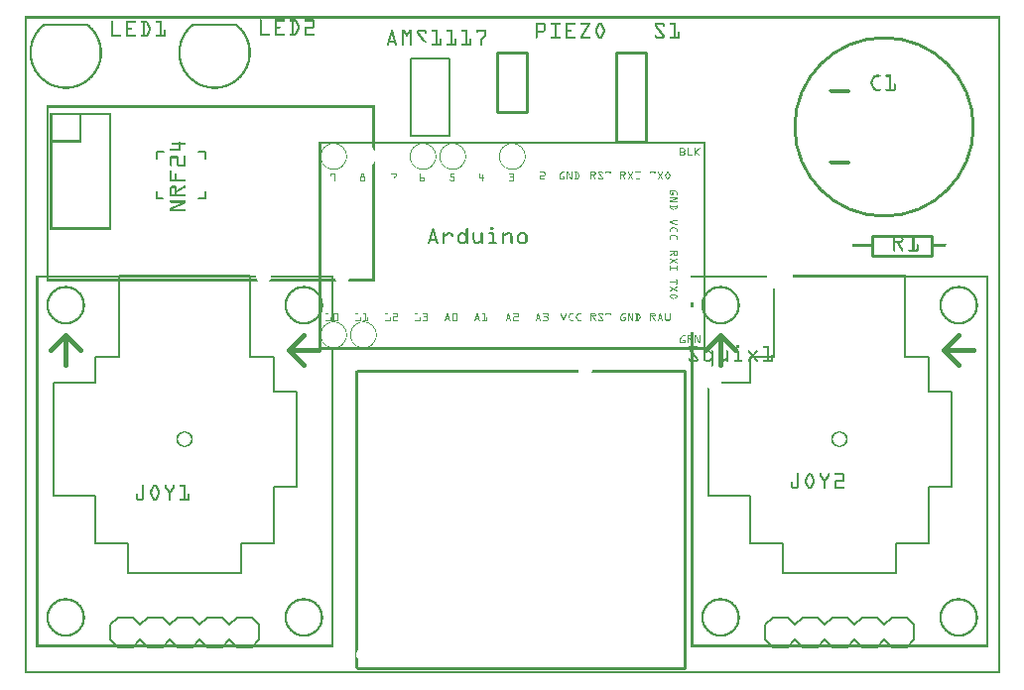
<source format=gto>
G04 MADE WITH FRITZING*
G04 WWW.FRITZING.ORG*
G04 DOUBLE SIDED*
G04 HOLES PLATED*
G04 CONTOUR ON CENTER OF CONTOUR VECTOR*
%ASAXBY*%
%FSLAX23Y23*%
%MOIN*%
%OFA0B0*%
%SFA1.0B1.0*%
%ADD10C,0.055000X0.045*%
%ADD11C,0.610000X0.59*%
%ADD12C,0.016000*%
%ADD13C,0.008000*%
%ADD14C,0.010000*%
%ADD15C,0.010417*%
%ADD16C,0.005556*%
%ADD17C,0.007874*%
%ADD18R,0.001000X0.001000*%
%LNSILK1*%
G90*
G70*
G54D10*
X539Y789D03*
X2739Y789D03*
G54D11*
X2889Y1839D03*
G54D12*
X139Y1039D02*
X139Y1139D01*
D02*
X139Y1139D02*
X189Y1089D01*
D02*
X139Y1139D02*
X89Y1089D01*
D02*
X989Y1089D02*
X889Y1089D01*
D02*
X889Y1089D02*
X939Y1139D01*
D02*
X889Y1089D02*
X939Y1039D01*
G54D13*
D02*
X464Y89D02*
X414Y89D01*
D02*
X414Y89D02*
X389Y114D01*
D02*
X389Y164D02*
X414Y189D01*
D02*
X389Y114D02*
X364Y89D01*
D02*
X364Y89D02*
X314Y89D01*
D02*
X314Y89D02*
X289Y114D01*
D02*
X289Y164D02*
X314Y189D01*
D02*
X314Y189D02*
X364Y189D01*
D02*
X364Y189D02*
X389Y164D01*
D02*
X589Y114D02*
X564Y89D01*
D02*
X564Y89D02*
X514Y89D01*
D02*
X514Y89D02*
X489Y114D01*
D02*
X489Y164D02*
X514Y189D01*
D02*
X514Y189D02*
X564Y189D01*
D02*
X564Y189D02*
X589Y164D01*
D02*
X464Y89D02*
X489Y114D01*
D02*
X489Y164D02*
X464Y189D01*
D02*
X414Y189D02*
X464Y189D01*
D02*
X764Y89D02*
X714Y89D01*
D02*
X714Y89D02*
X689Y114D01*
D02*
X689Y164D02*
X714Y189D01*
D02*
X689Y114D02*
X664Y89D01*
D02*
X664Y89D02*
X614Y89D01*
D02*
X614Y89D02*
X589Y114D01*
D02*
X589Y164D02*
X614Y189D01*
D02*
X614Y189D02*
X664Y189D01*
D02*
X664Y189D02*
X689Y164D01*
D02*
X789Y114D02*
X789Y164D01*
D02*
X764Y89D02*
X789Y114D01*
D02*
X789Y164D02*
X764Y189D01*
D02*
X714Y189D02*
X764Y189D01*
D02*
X289Y114D02*
X289Y164D01*
D02*
X759Y1339D02*
X319Y1339D01*
D02*
X729Y339D02*
X349Y339D01*
D02*
X729Y339D02*
X729Y439D01*
D02*
X349Y339D02*
X349Y439D01*
D02*
X729Y439D02*
X839Y439D01*
D02*
X349Y439D02*
X239Y439D01*
D02*
X914Y949D02*
X914Y629D01*
D02*
X839Y949D02*
X839Y1064D01*
D02*
X839Y629D02*
X839Y439D01*
D02*
X839Y949D02*
X914Y949D01*
D02*
X839Y629D02*
X914Y629D01*
D02*
X839Y1064D02*
X759Y1064D01*
D02*
X319Y1064D02*
X239Y1064D01*
D02*
X759Y1339D02*
X759Y1064D01*
D02*
X319Y1339D02*
X319Y1064D01*
D02*
X239Y979D02*
X99Y979D01*
D02*
X239Y599D02*
X99Y599D01*
D02*
X99Y979D02*
X99Y599D01*
D02*
X239Y979D02*
X239Y1064D01*
D02*
X239Y599D02*
X239Y439D01*
G54D12*
D02*
X2339Y1039D02*
X2339Y1139D01*
D02*
X2339Y1139D02*
X2389Y1089D01*
D02*
X2339Y1139D02*
X2289Y1089D01*
D02*
X3189Y1089D02*
X3089Y1089D01*
D02*
X3089Y1089D02*
X3139Y1139D01*
D02*
X3089Y1089D02*
X3139Y1039D01*
G54D13*
D02*
X2664Y89D02*
X2614Y89D01*
D02*
X2614Y89D02*
X2589Y114D01*
D02*
X2589Y164D02*
X2614Y189D01*
D02*
X2589Y114D02*
X2564Y89D01*
D02*
X2564Y89D02*
X2514Y89D01*
D02*
X2514Y89D02*
X2489Y114D01*
D02*
X2489Y164D02*
X2514Y189D01*
D02*
X2514Y189D02*
X2564Y189D01*
D02*
X2564Y189D02*
X2589Y164D01*
D02*
X2789Y114D02*
X2764Y89D01*
D02*
X2764Y89D02*
X2714Y89D01*
D02*
X2714Y89D02*
X2689Y114D01*
D02*
X2689Y164D02*
X2714Y189D01*
D02*
X2714Y189D02*
X2764Y189D01*
D02*
X2764Y189D02*
X2789Y164D01*
D02*
X2664Y89D02*
X2689Y114D01*
D02*
X2689Y164D02*
X2664Y189D01*
D02*
X2614Y189D02*
X2664Y189D01*
D02*
X2964Y89D02*
X2914Y89D01*
D02*
X2914Y89D02*
X2889Y114D01*
D02*
X2889Y164D02*
X2914Y189D01*
D02*
X2889Y114D02*
X2864Y89D01*
D02*
X2864Y89D02*
X2814Y89D01*
D02*
X2814Y89D02*
X2789Y114D01*
D02*
X2789Y164D02*
X2814Y189D01*
D02*
X2814Y189D02*
X2864Y189D01*
D02*
X2864Y189D02*
X2889Y164D01*
D02*
X2989Y114D02*
X2989Y164D01*
D02*
X2964Y89D02*
X2989Y114D01*
D02*
X2989Y164D02*
X2964Y189D01*
D02*
X2914Y189D02*
X2964Y189D01*
D02*
X2489Y114D02*
X2489Y164D01*
D02*
X2929Y339D02*
X2549Y339D01*
D02*
X2929Y339D02*
X2929Y439D01*
D02*
X2549Y339D02*
X2549Y439D01*
D02*
X2929Y439D02*
X3039Y439D01*
D02*
X2549Y439D02*
X2439Y439D01*
D02*
X3114Y949D02*
X3114Y629D01*
D02*
X3039Y949D02*
X3039Y1064D01*
D02*
X3039Y629D02*
X3039Y439D01*
D02*
X3039Y949D02*
X3114Y949D01*
D02*
X3039Y629D02*
X3114Y629D01*
D02*
X3039Y1064D02*
X2959Y1064D01*
D02*
X2519Y1064D02*
X2439Y1064D01*
D02*
X2959Y1339D02*
X2959Y1064D01*
D02*
X2439Y599D02*
X2299Y599D01*
D02*
X2439Y979D02*
X2439Y1064D01*
D02*
X2439Y599D02*
X2439Y439D01*
G54D14*
D02*
X1589Y2089D02*
X1589Y1889D01*
D02*
X1589Y1889D02*
X1689Y1889D01*
D02*
X1689Y1889D02*
X1689Y2089D01*
D02*
X1689Y2089D02*
X1589Y2089D01*
G54D15*
D02*
X1117Y17D02*
X2217Y17D01*
D02*
X2217Y17D02*
X2217Y1017D01*
G54D13*
D02*
X1426Y1810D02*
X1296Y1810D01*
D02*
X1296Y1810D02*
X1296Y2068D01*
D02*
X1296Y2068D02*
X1426Y2068D01*
D02*
X1426Y2068D02*
X1426Y1810D01*
G54D14*
D02*
X1989Y2089D02*
X1989Y1789D01*
D02*
X1989Y1789D02*
X2089Y1789D01*
D02*
X2089Y1789D02*
X2089Y2089D01*
D02*
X2089Y2089D02*
X1989Y2089D01*
D02*
X2848Y1472D02*
X3048Y1472D01*
D02*
X3048Y1472D02*
X3048Y1406D01*
D02*
X3048Y1406D02*
X2848Y1406D01*
D02*
X2848Y1406D02*
X2848Y1472D01*
G54D16*
X444Y1733D02*
X444Y1754D01*
X466Y1754D01*
D02*
X606Y1621D02*
X606Y1600D01*
X584Y1600D01*
D02*
X465Y1600D02*
X444Y1600D01*
X444Y1622D01*
D02*
X585Y1754D02*
X606Y1754D01*
X606Y1731D01*
D02*
G54D17*
X209Y2183D02*
X68Y2183D01*
D02*
X709Y2183D02*
X568Y2183D01*
D02*
G54D18*
X0Y2211D02*
X3277Y2211D01*
X0Y2210D02*
X3277Y2210D01*
X0Y2209D02*
X3277Y2209D01*
X0Y2208D02*
X3277Y2208D01*
X0Y2207D02*
X3277Y2207D01*
X0Y2206D02*
X3277Y2206D01*
X0Y2205D02*
X3277Y2205D01*
X0Y2204D02*
X3277Y2204D01*
X0Y2203D02*
X7Y2203D01*
X3270Y2203D02*
X3277Y2203D01*
X0Y2202D02*
X7Y2202D01*
X3270Y2202D02*
X3277Y2202D01*
X0Y2201D02*
X7Y2201D01*
X3270Y2201D02*
X3277Y2201D01*
X0Y2200D02*
X7Y2200D01*
X793Y2200D02*
X795Y2200D01*
X841Y2200D02*
X873Y2200D01*
X893Y2200D02*
X909Y2200D01*
X943Y2200D02*
X970Y2200D01*
X3270Y2200D02*
X3277Y2200D01*
X0Y2199D02*
X7Y2199D01*
X792Y2199D02*
X796Y2199D01*
X841Y2199D02*
X874Y2199D01*
X892Y2199D02*
X911Y2199D01*
X942Y2199D02*
X972Y2199D01*
X3270Y2199D02*
X3277Y2199D01*
X0Y2198D02*
X7Y2198D01*
X791Y2198D02*
X797Y2198D01*
X841Y2198D02*
X874Y2198D01*
X891Y2198D02*
X913Y2198D01*
X941Y2198D02*
X973Y2198D01*
X3270Y2198D02*
X3277Y2198D01*
X0Y2197D02*
X7Y2197D01*
X791Y2197D02*
X797Y2197D01*
X841Y2197D02*
X874Y2197D01*
X891Y2197D02*
X914Y2197D01*
X941Y2197D02*
X973Y2197D01*
X3270Y2197D02*
X3277Y2197D01*
X0Y2196D02*
X7Y2196D01*
X791Y2196D02*
X797Y2196D01*
X841Y2196D02*
X874Y2196D01*
X891Y2196D02*
X915Y2196D01*
X941Y2196D02*
X974Y2196D01*
X3270Y2196D02*
X3277Y2196D01*
X0Y2195D02*
X7Y2195D01*
X791Y2195D02*
X797Y2195D01*
X841Y2195D02*
X874Y2195D01*
X892Y2195D02*
X915Y2195D01*
X942Y2195D02*
X974Y2195D01*
X3270Y2195D02*
X3277Y2195D01*
X0Y2194D02*
X7Y2194D01*
X292Y2194D02*
X296Y2194D01*
X341Y2194D02*
X373Y2194D01*
X392Y2194D02*
X410Y2194D01*
X442Y2194D02*
X461Y2194D01*
X791Y2194D02*
X797Y2194D01*
X841Y2194D02*
X873Y2194D01*
X893Y2194D02*
X916Y2194D01*
X943Y2194D02*
X974Y2194D01*
X3270Y2194D02*
X3277Y2194D01*
X0Y2193D02*
X7Y2193D01*
X291Y2193D02*
X296Y2193D01*
X341Y2193D02*
X374Y2193D01*
X391Y2193D02*
X412Y2193D01*
X441Y2193D02*
X461Y2193D01*
X791Y2193D02*
X797Y2193D01*
X841Y2193D02*
X847Y2193D01*
X898Y2193D02*
X904Y2193D01*
X909Y2193D02*
X916Y2193D01*
X968Y2193D02*
X975Y2193D01*
X3270Y2193D02*
X3277Y2193D01*
X0Y2192D02*
X7Y2192D01*
X291Y2192D02*
X297Y2192D01*
X341Y2192D02*
X374Y2192D01*
X391Y2192D02*
X413Y2192D01*
X441Y2192D02*
X461Y2192D01*
X791Y2192D02*
X797Y2192D01*
X841Y2192D02*
X847Y2192D01*
X898Y2192D02*
X904Y2192D01*
X910Y2192D02*
X917Y2192D01*
X968Y2192D02*
X975Y2192D01*
X3270Y2192D02*
X3277Y2192D01*
X0Y2191D02*
X7Y2191D01*
X291Y2191D02*
X297Y2191D01*
X341Y2191D02*
X374Y2191D01*
X391Y2191D02*
X414Y2191D01*
X441Y2191D02*
X461Y2191D01*
X791Y2191D02*
X797Y2191D01*
X841Y2191D02*
X847Y2191D01*
X898Y2191D02*
X904Y2191D01*
X911Y2191D02*
X917Y2191D01*
X968Y2191D02*
X975Y2191D01*
X3270Y2191D02*
X3277Y2191D01*
X0Y2190D02*
X7Y2190D01*
X291Y2190D02*
X297Y2190D01*
X341Y2190D02*
X374Y2190D01*
X391Y2190D02*
X415Y2190D01*
X441Y2190D02*
X461Y2190D01*
X791Y2190D02*
X797Y2190D01*
X841Y2190D02*
X847Y2190D01*
X898Y2190D02*
X904Y2190D01*
X911Y2190D02*
X918Y2190D01*
X968Y2190D02*
X975Y2190D01*
X3270Y2190D02*
X3277Y2190D01*
X0Y2189D02*
X7Y2189D01*
X291Y2189D02*
X297Y2189D01*
X341Y2189D02*
X373Y2189D01*
X392Y2189D02*
X416Y2189D01*
X442Y2189D02*
X461Y2189D01*
X791Y2189D02*
X797Y2189D01*
X841Y2189D02*
X847Y2189D01*
X898Y2189D02*
X904Y2189D01*
X912Y2189D02*
X918Y2189D01*
X968Y2189D02*
X975Y2189D01*
X1717Y2189D02*
X1740Y2189D01*
X1770Y2189D02*
X1797Y2189D01*
X1817Y2189D02*
X1847Y2189D01*
X1870Y2189D02*
X1900Y2189D01*
X1933Y2189D02*
X1933Y2189D01*
X2124Y2189D02*
X2142Y2189D01*
X2170Y2189D02*
X2186Y2189D01*
X3270Y2189D02*
X3277Y2189D01*
X0Y2188D02*
X7Y2188D01*
X291Y2188D02*
X297Y2188D01*
X341Y2188D02*
X372Y2188D01*
X394Y2188D02*
X416Y2188D01*
X444Y2188D02*
X461Y2188D01*
X791Y2188D02*
X797Y2188D01*
X841Y2188D02*
X847Y2188D01*
X898Y2188D02*
X904Y2188D01*
X912Y2188D02*
X919Y2188D01*
X968Y2188D02*
X975Y2188D01*
X1717Y2188D02*
X1744Y2188D01*
X1768Y2188D02*
X1799Y2188D01*
X1817Y2188D02*
X1849Y2188D01*
X1868Y2188D02*
X1900Y2188D01*
X1930Y2188D02*
X1937Y2188D01*
X2121Y2188D02*
X2145Y2188D01*
X2168Y2188D02*
X2186Y2188D01*
X3270Y2188D02*
X3277Y2188D01*
X0Y2187D02*
X7Y2187D01*
X291Y2187D02*
X297Y2187D01*
X341Y2187D02*
X347Y2187D01*
X398Y2187D02*
X404Y2187D01*
X410Y2187D02*
X417Y2187D01*
X455Y2187D02*
X461Y2187D01*
X791Y2187D02*
X797Y2187D01*
X841Y2187D02*
X847Y2187D01*
X898Y2187D02*
X904Y2187D01*
X913Y2187D02*
X919Y2187D01*
X968Y2187D02*
X975Y2187D01*
X1717Y2187D02*
X1746Y2187D01*
X1767Y2187D02*
X1800Y2187D01*
X1817Y2187D02*
X1850Y2187D01*
X1867Y2187D02*
X1900Y2187D01*
X1928Y2187D02*
X1939Y2187D01*
X2119Y2187D02*
X2147Y2187D01*
X2167Y2187D02*
X2186Y2187D01*
X3270Y2187D02*
X3277Y2187D01*
X0Y2186D02*
X7Y2186D01*
X66Y2186D02*
X70Y2186D01*
X208Y2186D02*
X211Y2186D01*
X291Y2186D02*
X297Y2186D01*
X341Y2186D02*
X347Y2186D01*
X398Y2186D02*
X404Y2186D01*
X410Y2186D02*
X417Y2186D01*
X455Y2186D02*
X461Y2186D01*
X566Y2186D02*
X569Y2186D01*
X708Y2186D02*
X711Y2186D01*
X791Y2186D02*
X797Y2186D01*
X841Y2186D02*
X847Y2186D01*
X898Y2186D02*
X904Y2186D01*
X913Y2186D02*
X920Y2186D01*
X968Y2186D02*
X975Y2186D01*
X1717Y2186D02*
X1747Y2186D01*
X1767Y2186D02*
X1800Y2186D01*
X1817Y2186D02*
X1850Y2186D01*
X1867Y2186D02*
X1900Y2186D01*
X1927Y2186D02*
X1940Y2186D01*
X2118Y2186D02*
X2148Y2186D01*
X2167Y2186D02*
X2186Y2186D01*
X3270Y2186D02*
X3277Y2186D01*
X0Y2185D02*
X7Y2185D01*
X64Y2185D02*
X70Y2185D01*
X207Y2185D02*
X212Y2185D01*
X291Y2185D02*
X297Y2185D01*
X341Y2185D02*
X347Y2185D01*
X398Y2185D02*
X404Y2185D01*
X411Y2185D02*
X418Y2185D01*
X455Y2185D02*
X461Y2185D01*
X564Y2185D02*
X570Y2185D01*
X707Y2185D02*
X712Y2185D01*
X791Y2185D02*
X797Y2185D01*
X841Y2185D02*
X847Y2185D01*
X898Y2185D02*
X904Y2185D01*
X914Y2185D02*
X920Y2185D01*
X968Y2185D02*
X975Y2185D01*
X1717Y2185D02*
X1748Y2185D01*
X1767Y2185D02*
X1800Y2185D01*
X1817Y2185D02*
X1850Y2185D01*
X1867Y2185D02*
X1900Y2185D01*
X1926Y2185D02*
X1940Y2185D01*
X2118Y2185D02*
X2149Y2185D01*
X2167Y2185D02*
X2186Y2185D01*
X3270Y2185D02*
X3277Y2185D01*
X0Y2184D02*
X7Y2184D01*
X63Y2184D02*
X71Y2184D01*
X206Y2184D02*
X214Y2184D01*
X291Y2184D02*
X297Y2184D01*
X341Y2184D02*
X347Y2184D01*
X398Y2184D02*
X404Y2184D01*
X411Y2184D02*
X418Y2184D01*
X455Y2184D02*
X461Y2184D01*
X563Y2184D02*
X571Y2184D01*
X706Y2184D02*
X714Y2184D01*
X791Y2184D02*
X797Y2184D01*
X841Y2184D02*
X847Y2184D01*
X898Y2184D02*
X904Y2184D01*
X914Y2184D02*
X921Y2184D01*
X968Y2184D02*
X975Y2184D01*
X1717Y2184D02*
X1749Y2184D01*
X1767Y2184D02*
X1800Y2184D01*
X1817Y2184D02*
X1850Y2184D01*
X1867Y2184D02*
X1900Y2184D01*
X1926Y2184D02*
X1941Y2184D01*
X2117Y2184D02*
X2149Y2184D01*
X2167Y2184D02*
X2186Y2184D01*
X3270Y2184D02*
X3277Y2184D01*
X0Y2183D02*
X7Y2183D01*
X62Y2183D02*
X71Y2183D01*
X206Y2183D02*
X215Y2183D01*
X291Y2183D02*
X297Y2183D01*
X341Y2183D02*
X347Y2183D01*
X398Y2183D02*
X404Y2183D01*
X412Y2183D02*
X419Y2183D01*
X455Y2183D02*
X461Y2183D01*
X562Y2183D02*
X571Y2183D01*
X706Y2183D02*
X715Y2183D01*
X791Y2183D02*
X797Y2183D01*
X841Y2183D02*
X847Y2183D01*
X898Y2183D02*
X904Y2183D01*
X915Y2183D02*
X922Y2183D01*
X968Y2183D02*
X975Y2183D01*
X1717Y2183D02*
X1749Y2183D01*
X1768Y2183D02*
X1799Y2183D01*
X1817Y2183D02*
X1849Y2183D01*
X1868Y2183D02*
X1899Y2183D01*
X1925Y2183D02*
X1942Y2183D01*
X2117Y2183D02*
X2150Y2183D01*
X2168Y2183D02*
X2186Y2183D01*
X3270Y2183D02*
X3277Y2183D01*
X0Y2182D02*
X7Y2182D01*
X61Y2182D02*
X71Y2182D01*
X206Y2182D02*
X216Y2182D01*
X291Y2182D02*
X297Y2182D01*
X341Y2182D02*
X347Y2182D01*
X398Y2182D02*
X404Y2182D01*
X412Y2182D02*
X419Y2182D01*
X455Y2182D02*
X461Y2182D01*
X561Y2182D02*
X571Y2182D01*
X706Y2182D02*
X716Y2182D01*
X791Y2182D02*
X797Y2182D01*
X841Y2182D02*
X847Y2182D01*
X898Y2182D02*
X904Y2182D01*
X915Y2182D02*
X922Y2182D01*
X968Y2182D02*
X975Y2182D01*
X1717Y2182D02*
X1723Y2182D01*
X1741Y2182D02*
X1750Y2182D01*
X1780Y2182D02*
X1787Y2182D01*
X1817Y2182D02*
X1823Y2182D01*
X1891Y2182D02*
X1899Y2182D01*
X1925Y2182D02*
X1942Y2182D01*
X2117Y2182D02*
X2124Y2182D01*
X2142Y2182D02*
X2150Y2182D01*
X2180Y2182D02*
X2186Y2182D01*
X3270Y2182D02*
X3277Y2182D01*
X0Y2181D02*
X7Y2181D01*
X59Y2181D02*
X70Y2181D01*
X207Y2181D02*
X217Y2181D01*
X291Y2181D02*
X297Y2181D01*
X341Y2181D02*
X347Y2181D01*
X398Y2181D02*
X404Y2181D01*
X413Y2181D02*
X420Y2181D01*
X455Y2181D02*
X461Y2181D01*
X559Y2181D02*
X570Y2181D01*
X707Y2181D02*
X717Y2181D01*
X791Y2181D02*
X797Y2181D01*
X841Y2181D02*
X847Y2181D01*
X898Y2181D02*
X904Y2181D01*
X916Y2181D02*
X923Y2181D01*
X968Y2181D02*
X975Y2181D01*
X1717Y2181D02*
X1723Y2181D01*
X1743Y2181D02*
X1750Y2181D01*
X1780Y2181D02*
X1787Y2181D01*
X1817Y2181D02*
X1823Y2181D01*
X1891Y2181D02*
X1898Y2181D01*
X1924Y2181D02*
X1931Y2181D01*
X1936Y2181D02*
X1943Y2181D01*
X2117Y2181D02*
X2123Y2181D01*
X2144Y2181D02*
X2150Y2181D01*
X2180Y2181D02*
X2186Y2181D01*
X3270Y2181D02*
X3277Y2181D01*
X0Y2180D02*
X7Y2180D01*
X58Y2180D02*
X70Y2180D01*
X207Y2180D02*
X219Y2180D01*
X291Y2180D02*
X297Y2180D01*
X341Y2180D02*
X347Y2180D01*
X398Y2180D02*
X404Y2180D01*
X413Y2180D02*
X420Y2180D01*
X455Y2180D02*
X461Y2180D01*
X558Y2180D02*
X570Y2180D01*
X707Y2180D02*
X718Y2180D01*
X791Y2180D02*
X797Y2180D01*
X841Y2180D02*
X847Y2180D01*
X898Y2180D02*
X904Y2180D01*
X916Y2180D02*
X923Y2180D01*
X968Y2180D02*
X975Y2180D01*
X1717Y2180D02*
X1723Y2180D01*
X1744Y2180D02*
X1750Y2180D01*
X1780Y2180D02*
X1787Y2180D01*
X1817Y2180D02*
X1823Y2180D01*
X1890Y2180D02*
X1898Y2180D01*
X1924Y2180D02*
X1931Y2180D01*
X1936Y2180D02*
X1943Y2180D01*
X2117Y2180D02*
X2123Y2180D01*
X2144Y2180D02*
X2150Y2180D01*
X2180Y2180D02*
X2186Y2180D01*
X3270Y2180D02*
X3277Y2180D01*
X0Y2179D02*
X7Y2179D01*
X57Y2179D02*
X68Y2179D01*
X208Y2179D02*
X220Y2179D01*
X291Y2179D02*
X297Y2179D01*
X341Y2179D02*
X347Y2179D01*
X398Y2179D02*
X404Y2179D01*
X414Y2179D02*
X421Y2179D01*
X455Y2179D02*
X461Y2179D01*
X557Y2179D02*
X568Y2179D01*
X708Y2179D02*
X720Y2179D01*
X791Y2179D02*
X797Y2179D01*
X841Y2179D02*
X847Y2179D01*
X898Y2179D02*
X904Y2179D01*
X917Y2179D02*
X923Y2179D01*
X968Y2179D02*
X975Y2179D01*
X1717Y2179D02*
X1723Y2179D01*
X1744Y2179D02*
X1750Y2179D01*
X1780Y2179D02*
X1787Y2179D01*
X1817Y2179D02*
X1823Y2179D01*
X1890Y2179D02*
X1897Y2179D01*
X1923Y2179D02*
X1930Y2179D01*
X1937Y2179D02*
X1944Y2179D01*
X2117Y2179D02*
X2124Y2179D01*
X2144Y2179D02*
X2150Y2179D01*
X2180Y2179D02*
X2186Y2179D01*
X3270Y2179D02*
X3277Y2179D01*
X0Y2178D02*
X7Y2178D01*
X56Y2178D02*
X67Y2178D01*
X210Y2178D02*
X221Y2178D01*
X291Y2178D02*
X297Y2178D01*
X341Y2178D02*
X347Y2178D01*
X398Y2178D02*
X404Y2178D01*
X414Y2178D02*
X421Y2178D01*
X455Y2178D02*
X461Y2178D01*
X556Y2178D02*
X567Y2178D01*
X710Y2178D02*
X721Y2178D01*
X791Y2178D02*
X797Y2178D01*
X841Y2178D02*
X847Y2178D01*
X898Y2178D02*
X904Y2178D01*
X917Y2178D02*
X924Y2178D01*
X968Y2178D02*
X975Y2178D01*
X1717Y2178D02*
X1723Y2178D01*
X1744Y2178D02*
X1750Y2178D01*
X1780Y2178D02*
X1787Y2178D01*
X1817Y2178D02*
X1823Y2178D01*
X1889Y2178D02*
X1896Y2178D01*
X1923Y2178D02*
X1930Y2178D01*
X1937Y2178D02*
X1944Y2178D01*
X2117Y2178D02*
X2125Y2178D01*
X2145Y2178D02*
X2150Y2178D01*
X2180Y2178D02*
X2186Y2178D01*
X3270Y2178D02*
X3277Y2178D01*
X0Y2177D02*
X7Y2177D01*
X55Y2177D02*
X66Y2177D01*
X211Y2177D02*
X222Y2177D01*
X291Y2177D02*
X297Y2177D01*
X341Y2177D02*
X347Y2177D01*
X398Y2177D02*
X404Y2177D01*
X415Y2177D02*
X422Y2177D01*
X455Y2177D02*
X461Y2177D01*
X555Y2177D02*
X566Y2177D01*
X711Y2177D02*
X722Y2177D01*
X791Y2177D02*
X797Y2177D01*
X841Y2177D02*
X847Y2177D01*
X898Y2177D02*
X904Y2177D01*
X918Y2177D02*
X924Y2177D01*
X968Y2177D02*
X974Y2177D01*
X1717Y2177D02*
X1723Y2177D01*
X1744Y2177D02*
X1750Y2177D01*
X1780Y2177D02*
X1787Y2177D01*
X1817Y2177D02*
X1823Y2177D01*
X1889Y2177D02*
X1896Y2177D01*
X1922Y2177D02*
X1929Y2177D01*
X1938Y2177D02*
X1945Y2177D01*
X2118Y2177D02*
X2126Y2177D01*
X2146Y2177D02*
X2149Y2177D01*
X2180Y2177D02*
X2186Y2177D01*
X3270Y2177D02*
X3277Y2177D01*
X0Y2176D02*
X7Y2176D01*
X54Y2176D02*
X65Y2176D01*
X212Y2176D02*
X223Y2176D01*
X291Y2176D02*
X297Y2176D01*
X341Y2176D02*
X347Y2176D01*
X398Y2176D02*
X404Y2176D01*
X415Y2176D02*
X422Y2176D01*
X455Y2176D02*
X461Y2176D01*
X554Y2176D02*
X565Y2176D01*
X712Y2176D02*
X723Y2176D01*
X791Y2176D02*
X797Y2176D01*
X841Y2176D02*
X859Y2176D01*
X898Y2176D02*
X904Y2176D01*
X918Y2176D02*
X924Y2176D01*
X945Y2176D02*
X974Y2176D01*
X1717Y2176D02*
X1723Y2176D01*
X1744Y2176D02*
X1750Y2176D01*
X1780Y2176D02*
X1787Y2176D01*
X1817Y2176D02*
X1823Y2176D01*
X1888Y2176D02*
X1895Y2176D01*
X1922Y2176D02*
X1929Y2176D01*
X1938Y2176D02*
X1945Y2176D01*
X2119Y2176D02*
X2127Y2176D01*
X2180Y2176D02*
X2186Y2176D01*
X3270Y2176D02*
X3277Y2176D01*
X0Y2175D02*
X7Y2175D01*
X53Y2175D02*
X64Y2175D01*
X213Y2175D02*
X224Y2175D01*
X291Y2175D02*
X297Y2175D01*
X341Y2175D02*
X347Y2175D01*
X398Y2175D02*
X404Y2175D01*
X416Y2175D02*
X423Y2175D01*
X455Y2175D02*
X461Y2175D01*
X553Y2175D02*
X564Y2175D01*
X713Y2175D02*
X724Y2175D01*
X791Y2175D02*
X797Y2175D01*
X841Y2175D02*
X860Y2175D01*
X898Y2175D02*
X904Y2175D01*
X918Y2175D02*
X924Y2175D01*
X943Y2175D02*
X974Y2175D01*
X1717Y2175D02*
X1723Y2175D01*
X1744Y2175D02*
X1750Y2175D01*
X1780Y2175D02*
X1787Y2175D01*
X1817Y2175D02*
X1823Y2175D01*
X1888Y2175D02*
X1895Y2175D01*
X1921Y2175D02*
X1928Y2175D01*
X1939Y2175D02*
X1946Y2175D01*
X2119Y2175D02*
X2127Y2175D01*
X2180Y2175D02*
X2186Y2175D01*
X3270Y2175D02*
X3277Y2175D01*
X0Y2174D02*
X7Y2174D01*
X52Y2174D02*
X62Y2174D01*
X214Y2174D02*
X225Y2174D01*
X291Y2174D02*
X297Y2174D01*
X341Y2174D02*
X347Y2174D01*
X398Y2174D02*
X404Y2174D01*
X416Y2174D02*
X423Y2174D01*
X455Y2174D02*
X461Y2174D01*
X552Y2174D02*
X562Y2174D01*
X714Y2174D02*
X725Y2174D01*
X791Y2174D02*
X797Y2174D01*
X841Y2174D02*
X861Y2174D01*
X898Y2174D02*
X904Y2174D01*
X918Y2174D02*
X924Y2174D01*
X942Y2174D02*
X974Y2174D01*
X1717Y2174D02*
X1723Y2174D01*
X1744Y2174D02*
X1750Y2174D01*
X1780Y2174D02*
X1787Y2174D01*
X1817Y2174D02*
X1823Y2174D01*
X1887Y2174D02*
X1894Y2174D01*
X1921Y2174D02*
X1928Y2174D01*
X1939Y2174D02*
X1946Y2174D01*
X2120Y2174D02*
X2128Y2174D01*
X2180Y2174D02*
X2186Y2174D01*
X3270Y2174D02*
X3277Y2174D01*
X0Y2173D02*
X7Y2173D01*
X51Y2173D02*
X61Y2173D01*
X216Y2173D02*
X226Y2173D01*
X291Y2173D02*
X297Y2173D01*
X341Y2173D02*
X347Y2173D01*
X398Y2173D02*
X404Y2173D01*
X417Y2173D02*
X423Y2173D01*
X455Y2173D02*
X461Y2173D01*
X551Y2173D02*
X561Y2173D01*
X716Y2173D02*
X726Y2173D01*
X791Y2173D02*
X797Y2173D01*
X841Y2173D02*
X861Y2173D01*
X898Y2173D02*
X904Y2173D01*
X918Y2173D02*
X924Y2173D01*
X942Y2173D02*
X973Y2173D01*
X1717Y2173D02*
X1723Y2173D01*
X1744Y2173D02*
X1750Y2173D01*
X1780Y2173D02*
X1787Y2173D01*
X1817Y2173D02*
X1823Y2173D01*
X1886Y2173D02*
X1894Y2173D01*
X1920Y2173D02*
X1927Y2173D01*
X1940Y2173D02*
X1947Y2173D01*
X2121Y2173D02*
X2129Y2173D01*
X2180Y2173D02*
X2186Y2173D01*
X3270Y2173D02*
X3277Y2173D01*
X0Y2172D02*
X7Y2172D01*
X50Y2172D02*
X60Y2172D01*
X217Y2172D02*
X227Y2172D01*
X291Y2172D02*
X297Y2172D01*
X341Y2172D02*
X347Y2172D01*
X398Y2172D02*
X404Y2172D01*
X417Y2172D02*
X424Y2172D01*
X455Y2172D02*
X461Y2172D01*
X550Y2172D02*
X560Y2172D01*
X717Y2172D02*
X727Y2172D01*
X791Y2172D02*
X797Y2172D01*
X841Y2172D02*
X860Y2172D01*
X898Y2172D02*
X904Y2172D01*
X918Y2172D02*
X924Y2172D01*
X941Y2172D02*
X972Y2172D01*
X1717Y2172D02*
X1723Y2172D01*
X1744Y2172D02*
X1750Y2172D01*
X1780Y2172D02*
X1787Y2172D01*
X1817Y2172D02*
X1823Y2172D01*
X1886Y2172D02*
X1893Y2172D01*
X1920Y2172D02*
X1927Y2172D01*
X1940Y2172D02*
X1947Y2172D01*
X2122Y2172D02*
X2130Y2172D01*
X2180Y2172D02*
X2186Y2172D01*
X3270Y2172D02*
X3277Y2172D01*
X0Y2171D02*
X7Y2171D01*
X49Y2171D02*
X59Y2171D01*
X218Y2171D02*
X228Y2171D01*
X291Y2171D02*
X297Y2171D01*
X341Y2171D02*
X359Y2171D01*
X398Y2171D02*
X404Y2171D01*
X418Y2171D02*
X424Y2171D01*
X455Y2171D02*
X461Y2171D01*
X549Y2171D02*
X559Y2171D01*
X718Y2171D02*
X728Y2171D01*
X791Y2171D02*
X797Y2171D01*
X841Y2171D02*
X860Y2171D01*
X898Y2171D02*
X904Y2171D01*
X918Y2171D02*
X924Y2171D01*
X941Y2171D02*
X971Y2171D01*
X1717Y2171D02*
X1723Y2171D01*
X1744Y2171D02*
X1750Y2171D01*
X1780Y2171D02*
X1787Y2171D01*
X1817Y2171D02*
X1823Y2171D01*
X1885Y2171D02*
X1892Y2171D01*
X1919Y2171D02*
X1926Y2171D01*
X1941Y2171D02*
X1948Y2171D01*
X2122Y2171D02*
X2130Y2171D01*
X2180Y2171D02*
X2186Y2171D01*
X3270Y2171D02*
X3277Y2171D01*
X0Y2170D02*
X7Y2170D01*
X48Y2170D02*
X58Y2170D01*
X219Y2170D02*
X229Y2170D01*
X291Y2170D02*
X297Y2170D01*
X341Y2170D02*
X360Y2170D01*
X398Y2170D02*
X404Y2170D01*
X418Y2170D02*
X424Y2170D01*
X455Y2170D02*
X461Y2170D01*
X548Y2170D02*
X558Y2170D01*
X719Y2170D02*
X729Y2170D01*
X791Y2170D02*
X797Y2170D01*
X841Y2170D02*
X858Y2170D01*
X898Y2170D02*
X904Y2170D01*
X918Y2170D02*
X924Y2170D01*
X941Y2170D02*
X969Y2170D01*
X1717Y2170D02*
X1723Y2170D01*
X1744Y2170D02*
X1750Y2170D01*
X1780Y2170D02*
X1787Y2170D01*
X1817Y2170D02*
X1823Y2170D01*
X1885Y2170D02*
X1892Y2170D01*
X1919Y2170D02*
X1926Y2170D01*
X1941Y2170D02*
X1948Y2170D01*
X2123Y2170D02*
X2131Y2170D01*
X2180Y2170D02*
X2186Y2170D01*
X3270Y2170D02*
X3277Y2170D01*
X0Y2169D02*
X7Y2169D01*
X47Y2169D02*
X57Y2169D01*
X220Y2169D02*
X230Y2169D01*
X291Y2169D02*
X297Y2169D01*
X341Y2169D02*
X360Y2169D01*
X398Y2169D02*
X404Y2169D01*
X418Y2169D02*
X424Y2169D01*
X455Y2169D02*
X461Y2169D01*
X547Y2169D02*
X557Y2169D01*
X720Y2169D02*
X730Y2169D01*
X791Y2169D02*
X797Y2169D01*
X841Y2169D02*
X847Y2169D01*
X898Y2169D02*
X904Y2169D01*
X917Y2169D02*
X924Y2169D01*
X941Y2169D02*
X947Y2169D01*
X1717Y2169D02*
X1723Y2169D01*
X1744Y2169D02*
X1750Y2169D01*
X1780Y2169D02*
X1787Y2169D01*
X1817Y2169D02*
X1823Y2169D01*
X1884Y2169D02*
X1891Y2169D01*
X1918Y2169D02*
X1925Y2169D01*
X1942Y2169D02*
X1949Y2169D01*
X2124Y2169D02*
X2132Y2169D01*
X2180Y2169D02*
X2186Y2169D01*
X3270Y2169D02*
X3277Y2169D01*
X0Y2168D02*
X7Y2168D01*
X46Y2168D02*
X56Y2168D01*
X221Y2168D02*
X230Y2168D01*
X291Y2168D02*
X297Y2168D01*
X341Y2168D02*
X361Y2168D01*
X398Y2168D02*
X404Y2168D01*
X418Y2168D02*
X424Y2168D01*
X455Y2168D02*
X461Y2168D01*
X546Y2168D02*
X556Y2168D01*
X721Y2168D02*
X730Y2168D01*
X791Y2168D02*
X797Y2168D01*
X841Y2168D02*
X847Y2168D01*
X898Y2168D02*
X904Y2168D01*
X917Y2168D02*
X923Y2168D01*
X941Y2168D02*
X947Y2168D01*
X1717Y2168D02*
X1723Y2168D01*
X1744Y2168D02*
X1750Y2168D01*
X1780Y2168D02*
X1787Y2168D01*
X1817Y2168D02*
X1823Y2168D01*
X1883Y2168D02*
X1891Y2168D01*
X1918Y2168D02*
X1925Y2168D01*
X1942Y2168D02*
X1949Y2168D01*
X2125Y2168D02*
X2133Y2168D01*
X2180Y2168D02*
X2186Y2168D01*
X3270Y2168D02*
X3277Y2168D01*
X0Y2167D02*
X7Y2167D01*
X46Y2167D02*
X55Y2167D01*
X222Y2167D02*
X231Y2167D01*
X291Y2167D02*
X297Y2167D01*
X341Y2167D02*
X361Y2167D01*
X398Y2167D02*
X404Y2167D01*
X418Y2167D02*
X424Y2167D01*
X455Y2167D02*
X461Y2167D01*
X546Y2167D02*
X555Y2167D01*
X722Y2167D02*
X731Y2167D01*
X791Y2167D02*
X797Y2167D01*
X841Y2167D02*
X847Y2167D01*
X898Y2167D02*
X904Y2167D01*
X916Y2167D02*
X923Y2167D01*
X941Y2167D02*
X947Y2167D01*
X1717Y2167D02*
X1723Y2167D01*
X1744Y2167D02*
X1750Y2167D01*
X1780Y2167D02*
X1787Y2167D01*
X1817Y2167D02*
X1823Y2167D01*
X1883Y2167D02*
X1890Y2167D01*
X1918Y2167D02*
X1924Y2167D01*
X1943Y2167D02*
X1949Y2167D01*
X2126Y2167D02*
X2134Y2167D01*
X2180Y2167D02*
X2186Y2167D01*
X3270Y2167D02*
X3277Y2167D01*
X0Y2166D02*
X7Y2166D01*
X45Y2166D02*
X54Y2166D01*
X223Y2166D02*
X232Y2166D01*
X291Y2166D02*
X297Y2166D01*
X341Y2166D02*
X360Y2166D01*
X398Y2166D02*
X404Y2166D01*
X418Y2166D02*
X424Y2166D01*
X455Y2166D02*
X461Y2166D01*
X545Y2166D02*
X554Y2166D01*
X723Y2166D02*
X732Y2166D01*
X791Y2166D02*
X797Y2166D01*
X841Y2166D02*
X847Y2166D01*
X898Y2166D02*
X904Y2166D01*
X916Y2166D02*
X923Y2166D01*
X941Y2166D02*
X947Y2166D01*
X1717Y2166D02*
X1723Y2166D01*
X1744Y2166D02*
X1750Y2166D01*
X1780Y2166D02*
X1787Y2166D01*
X1817Y2166D02*
X1823Y2166D01*
X1882Y2166D02*
X1889Y2166D01*
X1917Y2166D02*
X1924Y2166D01*
X1943Y2166D02*
X1950Y2166D01*
X2126Y2166D02*
X2134Y2166D01*
X2180Y2166D02*
X2186Y2166D01*
X3270Y2166D02*
X3277Y2166D01*
X0Y2165D02*
X7Y2165D01*
X44Y2165D02*
X53Y2165D01*
X224Y2165D02*
X233Y2165D01*
X291Y2165D02*
X297Y2165D01*
X341Y2165D02*
X359Y2165D01*
X398Y2165D02*
X404Y2165D01*
X418Y2165D02*
X424Y2165D01*
X455Y2165D02*
X461Y2165D01*
X470Y2165D02*
X473Y2165D01*
X544Y2165D02*
X553Y2165D01*
X724Y2165D02*
X733Y2165D01*
X791Y2165D02*
X797Y2165D01*
X841Y2165D02*
X847Y2165D01*
X898Y2165D02*
X904Y2165D01*
X915Y2165D02*
X922Y2165D01*
X941Y2165D02*
X947Y2165D01*
X1234Y2165D02*
X1235Y2165D01*
X1268Y2165D02*
X1275Y2165D01*
X1293Y2165D02*
X1301Y2165D01*
X1324Y2165D02*
X1343Y2165D01*
X1370Y2165D02*
X1387Y2165D01*
X1420Y2165D02*
X1437Y2165D01*
X1470Y2165D02*
X1487Y2165D01*
X1520Y2165D02*
X1551Y2165D01*
X1717Y2165D02*
X1723Y2165D01*
X1744Y2165D02*
X1750Y2165D01*
X1780Y2165D02*
X1787Y2165D01*
X1817Y2165D02*
X1835Y2165D01*
X1882Y2165D02*
X1889Y2165D01*
X1917Y2165D02*
X1923Y2165D01*
X1944Y2165D02*
X1950Y2165D01*
X2127Y2165D02*
X2135Y2165D01*
X2180Y2165D02*
X2186Y2165D01*
X3270Y2165D02*
X3277Y2165D01*
X0Y2164D02*
X7Y2164D01*
X43Y2164D02*
X52Y2164D01*
X225Y2164D02*
X234Y2164D01*
X291Y2164D02*
X297Y2164D01*
X341Y2164D02*
X347Y2164D01*
X398Y2164D02*
X404Y2164D01*
X418Y2164D02*
X424Y2164D01*
X455Y2164D02*
X461Y2164D01*
X469Y2164D02*
X474Y2164D01*
X543Y2164D02*
X552Y2164D01*
X725Y2164D02*
X734Y2164D01*
X791Y2164D02*
X797Y2164D01*
X841Y2164D02*
X847Y2164D01*
X898Y2164D02*
X904Y2164D01*
X915Y2164D02*
X922Y2164D01*
X941Y2164D02*
X947Y2164D01*
X1232Y2164D02*
X1236Y2164D01*
X1267Y2164D02*
X1276Y2164D01*
X1292Y2164D02*
X1301Y2164D01*
X1321Y2164D02*
X1346Y2164D01*
X1369Y2164D02*
X1387Y2164D01*
X1419Y2164D02*
X1437Y2164D01*
X1468Y2164D02*
X1487Y2164D01*
X1518Y2164D02*
X1551Y2164D01*
X1717Y2164D02*
X1723Y2164D01*
X1744Y2164D02*
X1750Y2164D01*
X1780Y2164D02*
X1787Y2164D01*
X1817Y2164D02*
X1836Y2164D01*
X1881Y2164D02*
X1888Y2164D01*
X1917Y2164D02*
X1923Y2164D01*
X1944Y2164D02*
X1950Y2164D01*
X2128Y2164D02*
X2136Y2164D01*
X2180Y2164D02*
X2186Y2164D01*
X3270Y2164D02*
X3277Y2164D01*
X0Y2163D02*
X7Y2163D01*
X42Y2163D02*
X51Y2163D01*
X225Y2163D02*
X234Y2163D01*
X291Y2163D02*
X297Y2163D01*
X341Y2163D02*
X347Y2163D01*
X398Y2163D02*
X404Y2163D01*
X417Y2163D02*
X424Y2163D01*
X455Y2163D02*
X461Y2163D01*
X469Y2163D02*
X474Y2163D01*
X542Y2163D02*
X551Y2163D01*
X725Y2163D02*
X734Y2163D01*
X791Y2163D02*
X797Y2163D01*
X841Y2163D02*
X847Y2163D01*
X898Y2163D02*
X904Y2163D01*
X914Y2163D02*
X921Y2163D01*
X941Y2163D02*
X947Y2163D01*
X1232Y2163D02*
X1237Y2163D01*
X1267Y2163D02*
X1277Y2163D01*
X1292Y2163D02*
X1301Y2163D01*
X1320Y2163D02*
X1347Y2163D01*
X1368Y2163D02*
X1387Y2163D01*
X1418Y2163D02*
X1437Y2163D01*
X1468Y2163D02*
X1487Y2163D01*
X1518Y2163D02*
X1551Y2163D01*
X1717Y2163D02*
X1723Y2163D01*
X1742Y2163D02*
X1750Y2163D01*
X1780Y2163D02*
X1787Y2163D01*
X1817Y2163D02*
X1836Y2163D01*
X1881Y2163D02*
X1888Y2163D01*
X1917Y2163D02*
X1923Y2163D01*
X1944Y2163D02*
X1950Y2163D01*
X2129Y2163D02*
X2137Y2163D01*
X2180Y2163D02*
X2186Y2163D01*
X3270Y2163D02*
X3277Y2163D01*
X0Y2162D02*
X7Y2162D01*
X42Y2162D02*
X51Y2162D01*
X226Y2162D02*
X235Y2162D01*
X291Y2162D02*
X297Y2162D01*
X341Y2162D02*
X347Y2162D01*
X398Y2162D02*
X404Y2162D01*
X417Y2162D02*
X423Y2162D01*
X455Y2162D02*
X461Y2162D01*
X469Y2162D02*
X474Y2162D01*
X542Y2162D02*
X551Y2162D01*
X726Y2162D02*
X735Y2162D01*
X791Y2162D02*
X797Y2162D01*
X841Y2162D02*
X847Y2162D01*
X898Y2162D02*
X904Y2162D01*
X914Y2162D02*
X921Y2162D01*
X941Y2162D02*
X947Y2162D01*
X1231Y2162D02*
X1237Y2162D01*
X1267Y2162D02*
X1277Y2162D01*
X1291Y2162D02*
X1301Y2162D01*
X1319Y2162D02*
X1349Y2162D01*
X1368Y2162D02*
X1387Y2162D01*
X1418Y2162D02*
X1437Y2162D01*
X1468Y2162D02*
X1487Y2162D01*
X1518Y2162D02*
X1551Y2162D01*
X1717Y2162D02*
X1749Y2162D01*
X1780Y2162D02*
X1787Y2162D01*
X1817Y2162D02*
X1836Y2162D01*
X1880Y2162D02*
X1887Y2162D01*
X1917Y2162D02*
X1923Y2162D01*
X1944Y2162D02*
X1950Y2162D01*
X2129Y2162D02*
X2137Y2162D01*
X2180Y2162D02*
X2186Y2162D01*
X3270Y2162D02*
X3277Y2162D01*
X0Y2161D02*
X7Y2161D01*
X41Y2161D02*
X50Y2161D01*
X227Y2161D02*
X236Y2161D01*
X291Y2161D02*
X297Y2161D01*
X341Y2161D02*
X347Y2161D01*
X398Y2161D02*
X404Y2161D01*
X416Y2161D02*
X423Y2161D01*
X455Y2161D02*
X461Y2161D01*
X468Y2161D02*
X475Y2161D01*
X541Y2161D02*
X550Y2161D01*
X727Y2161D02*
X736Y2161D01*
X791Y2161D02*
X797Y2161D01*
X841Y2161D02*
X847Y2161D01*
X898Y2161D02*
X904Y2161D01*
X913Y2161D02*
X920Y2161D01*
X941Y2161D02*
X947Y2161D01*
X1231Y2161D02*
X1238Y2161D01*
X1267Y2161D02*
X1278Y2161D01*
X1290Y2161D02*
X1301Y2161D01*
X1318Y2161D02*
X1349Y2161D01*
X1368Y2161D02*
X1387Y2161D01*
X1418Y2161D02*
X1437Y2161D01*
X1468Y2161D02*
X1487Y2161D01*
X1517Y2161D02*
X1551Y2161D01*
X1717Y2161D02*
X1749Y2161D01*
X1780Y2161D02*
X1787Y2161D01*
X1817Y2161D02*
X1836Y2161D01*
X1879Y2161D02*
X1886Y2161D01*
X1917Y2161D02*
X1923Y2161D01*
X1944Y2161D02*
X1950Y2161D01*
X2130Y2161D02*
X2138Y2161D01*
X2180Y2161D02*
X2186Y2161D01*
X3270Y2161D02*
X3277Y2161D01*
X0Y2160D02*
X7Y2160D01*
X40Y2160D02*
X49Y2160D01*
X228Y2160D02*
X237Y2160D01*
X291Y2160D02*
X297Y2160D01*
X341Y2160D02*
X347Y2160D01*
X398Y2160D02*
X404Y2160D01*
X416Y2160D02*
X422Y2160D01*
X455Y2160D02*
X461Y2160D01*
X468Y2160D02*
X475Y2160D01*
X540Y2160D02*
X549Y2160D01*
X728Y2160D02*
X737Y2160D01*
X791Y2160D02*
X797Y2160D01*
X841Y2160D02*
X847Y2160D01*
X898Y2160D02*
X904Y2160D01*
X913Y2160D02*
X920Y2160D01*
X941Y2160D02*
X947Y2160D01*
X1231Y2160D02*
X1238Y2160D01*
X1267Y2160D02*
X1279Y2160D01*
X1290Y2160D02*
X1301Y2160D01*
X1318Y2160D02*
X1350Y2160D01*
X1368Y2160D02*
X1387Y2160D01*
X1418Y2160D02*
X1437Y2160D01*
X1468Y2160D02*
X1487Y2160D01*
X1517Y2160D02*
X1551Y2160D01*
X1717Y2160D02*
X1748Y2160D01*
X1780Y2160D02*
X1787Y2160D01*
X1817Y2160D02*
X1836Y2160D01*
X1879Y2160D02*
X1886Y2160D01*
X1917Y2160D02*
X1923Y2160D01*
X1944Y2160D02*
X1950Y2160D01*
X2131Y2160D02*
X2139Y2160D01*
X2180Y2160D02*
X2186Y2160D01*
X3270Y2160D02*
X3277Y2160D01*
X0Y2159D02*
X7Y2159D01*
X39Y2159D02*
X48Y2159D01*
X229Y2159D02*
X237Y2159D01*
X291Y2159D02*
X297Y2159D01*
X341Y2159D02*
X347Y2159D01*
X398Y2159D02*
X404Y2159D01*
X415Y2159D02*
X422Y2159D01*
X455Y2159D02*
X461Y2159D01*
X468Y2159D02*
X475Y2159D01*
X539Y2159D02*
X548Y2159D01*
X729Y2159D02*
X737Y2159D01*
X791Y2159D02*
X797Y2159D01*
X841Y2159D02*
X847Y2159D01*
X898Y2159D02*
X904Y2159D01*
X912Y2159D02*
X919Y2159D01*
X941Y2159D02*
X947Y2159D01*
X1230Y2159D02*
X1238Y2159D01*
X1267Y2159D02*
X1280Y2159D01*
X1289Y2159D02*
X1301Y2159D01*
X1318Y2159D02*
X1350Y2159D01*
X1369Y2159D02*
X1387Y2159D01*
X1419Y2159D02*
X1437Y2159D01*
X1469Y2159D02*
X1487Y2159D01*
X1517Y2159D02*
X1551Y2159D01*
X1717Y2159D02*
X1747Y2159D01*
X1780Y2159D02*
X1787Y2159D01*
X1817Y2159D02*
X1835Y2159D01*
X1878Y2159D02*
X1885Y2159D01*
X1917Y2159D02*
X1923Y2159D01*
X1944Y2159D02*
X1950Y2159D01*
X2132Y2159D02*
X2140Y2159D01*
X2180Y2159D02*
X2186Y2159D01*
X2196Y2159D02*
X2199Y2159D01*
X3270Y2159D02*
X3277Y2159D01*
X0Y2158D02*
X7Y2158D01*
X39Y2158D02*
X47Y2158D01*
X229Y2158D02*
X238Y2158D01*
X291Y2158D02*
X297Y2158D01*
X341Y2158D02*
X347Y2158D01*
X398Y2158D02*
X404Y2158D01*
X415Y2158D02*
X421Y2158D01*
X455Y2158D02*
X461Y2158D01*
X468Y2158D02*
X475Y2158D01*
X539Y2158D02*
X547Y2158D01*
X729Y2158D02*
X738Y2158D01*
X791Y2158D02*
X797Y2158D01*
X841Y2158D02*
X847Y2158D01*
X898Y2158D02*
X904Y2158D01*
X912Y2158D02*
X919Y2158D01*
X941Y2158D02*
X947Y2158D01*
X1230Y2158D02*
X1238Y2158D01*
X1267Y2158D02*
X1280Y2158D01*
X1288Y2158D02*
X1301Y2158D01*
X1318Y2158D02*
X1324Y2158D01*
X1343Y2158D02*
X1351Y2158D01*
X1381Y2158D02*
X1387Y2158D01*
X1431Y2158D02*
X1437Y2158D01*
X1481Y2158D02*
X1487Y2158D01*
X1518Y2158D02*
X1524Y2158D01*
X1545Y2158D02*
X1551Y2158D01*
X1717Y2158D02*
X1746Y2158D01*
X1780Y2158D02*
X1787Y2158D01*
X1817Y2158D02*
X1823Y2158D01*
X1878Y2158D02*
X1885Y2158D01*
X1917Y2158D02*
X1924Y2158D01*
X1943Y2158D02*
X1950Y2158D01*
X2133Y2158D02*
X2141Y2158D01*
X2180Y2158D02*
X2186Y2158D01*
X2195Y2158D02*
X2200Y2158D01*
X3270Y2158D02*
X3277Y2158D01*
X0Y2157D02*
X7Y2157D01*
X38Y2157D02*
X47Y2157D01*
X230Y2157D02*
X239Y2157D01*
X291Y2157D02*
X297Y2157D01*
X341Y2157D02*
X347Y2157D01*
X398Y2157D02*
X404Y2157D01*
X414Y2157D02*
X421Y2157D01*
X455Y2157D02*
X461Y2157D01*
X468Y2157D02*
X475Y2157D01*
X538Y2157D02*
X547Y2157D01*
X730Y2157D02*
X739Y2157D01*
X791Y2157D02*
X797Y2157D01*
X841Y2157D02*
X847Y2157D01*
X898Y2157D02*
X904Y2157D01*
X911Y2157D02*
X918Y2157D01*
X941Y2157D02*
X947Y2157D01*
X1230Y2157D02*
X1239Y2157D01*
X1267Y2157D02*
X1281Y2157D01*
X1288Y2157D02*
X1301Y2157D01*
X1318Y2157D02*
X1324Y2157D01*
X1345Y2157D02*
X1351Y2157D01*
X1381Y2157D02*
X1387Y2157D01*
X1431Y2157D02*
X1437Y2157D01*
X1481Y2157D02*
X1487Y2157D01*
X1518Y2157D02*
X1523Y2157D01*
X1545Y2157D02*
X1551Y2157D01*
X1717Y2157D02*
X1745Y2157D01*
X1780Y2157D02*
X1787Y2157D01*
X1817Y2157D02*
X1823Y2157D01*
X1877Y2157D02*
X1884Y2157D01*
X1918Y2157D02*
X1924Y2157D01*
X1943Y2157D02*
X1949Y2157D01*
X2133Y2157D02*
X2141Y2157D01*
X2180Y2157D02*
X2186Y2157D01*
X2194Y2157D02*
X2200Y2157D01*
X3270Y2157D02*
X3277Y2157D01*
X0Y2156D02*
X7Y2156D01*
X37Y2156D02*
X46Y2156D01*
X231Y2156D02*
X239Y2156D01*
X291Y2156D02*
X297Y2156D01*
X341Y2156D02*
X347Y2156D01*
X398Y2156D02*
X404Y2156D01*
X414Y2156D02*
X420Y2156D01*
X455Y2156D02*
X461Y2156D01*
X468Y2156D02*
X475Y2156D01*
X537Y2156D02*
X546Y2156D01*
X731Y2156D02*
X739Y2156D01*
X791Y2156D02*
X797Y2156D01*
X841Y2156D02*
X847Y2156D01*
X898Y2156D02*
X904Y2156D01*
X911Y2156D02*
X918Y2156D01*
X941Y2156D02*
X947Y2156D01*
X1229Y2156D02*
X1239Y2156D01*
X1267Y2156D02*
X1282Y2156D01*
X1287Y2156D02*
X1301Y2156D01*
X1318Y2156D02*
X1324Y2156D01*
X1345Y2156D02*
X1351Y2156D01*
X1381Y2156D02*
X1387Y2156D01*
X1431Y2156D02*
X1437Y2156D01*
X1481Y2156D02*
X1487Y2156D01*
X1519Y2156D02*
X1522Y2156D01*
X1545Y2156D02*
X1551Y2156D01*
X1717Y2156D02*
X1743Y2156D01*
X1780Y2156D02*
X1787Y2156D01*
X1817Y2156D02*
X1823Y2156D01*
X1876Y2156D02*
X1884Y2156D01*
X1918Y2156D02*
X1925Y2156D01*
X1942Y2156D02*
X1949Y2156D01*
X2134Y2156D02*
X2142Y2156D01*
X2180Y2156D02*
X2186Y2156D01*
X2194Y2156D02*
X2200Y2156D01*
X3270Y2156D02*
X3277Y2156D01*
X0Y2155D02*
X7Y2155D01*
X37Y2155D02*
X45Y2155D01*
X232Y2155D02*
X240Y2155D01*
X291Y2155D02*
X297Y2155D01*
X341Y2155D02*
X347Y2155D01*
X398Y2155D02*
X404Y2155D01*
X413Y2155D02*
X420Y2155D01*
X455Y2155D02*
X461Y2155D01*
X468Y2155D02*
X475Y2155D01*
X537Y2155D02*
X545Y2155D01*
X732Y2155D02*
X740Y2155D01*
X791Y2155D02*
X797Y2155D01*
X841Y2155D02*
X847Y2155D01*
X898Y2155D02*
X904Y2155D01*
X910Y2155D02*
X917Y2155D01*
X941Y2155D02*
X947Y2155D01*
X1229Y2155D02*
X1239Y2155D01*
X1267Y2155D02*
X1282Y2155D01*
X1286Y2155D02*
X1301Y2155D01*
X1318Y2155D02*
X1325Y2155D01*
X1345Y2155D02*
X1351Y2155D01*
X1381Y2155D02*
X1387Y2155D01*
X1431Y2155D02*
X1437Y2155D01*
X1481Y2155D02*
X1487Y2155D01*
X1545Y2155D02*
X1551Y2155D01*
X1717Y2155D02*
X1723Y2155D01*
X1780Y2155D02*
X1787Y2155D01*
X1817Y2155D02*
X1823Y2155D01*
X1876Y2155D02*
X1883Y2155D01*
X1918Y2155D02*
X1925Y2155D01*
X1942Y2155D02*
X1949Y2155D01*
X2135Y2155D02*
X2143Y2155D01*
X2180Y2155D02*
X2186Y2155D01*
X2194Y2155D02*
X2200Y2155D01*
X3270Y2155D02*
X3277Y2155D01*
X0Y2154D02*
X7Y2154D01*
X36Y2154D02*
X45Y2154D01*
X232Y2154D02*
X241Y2154D01*
X291Y2154D02*
X297Y2154D01*
X341Y2154D02*
X347Y2154D01*
X398Y2154D02*
X404Y2154D01*
X413Y2154D02*
X419Y2154D01*
X455Y2154D02*
X461Y2154D01*
X468Y2154D02*
X475Y2154D01*
X536Y2154D02*
X544Y2154D01*
X732Y2154D02*
X741Y2154D01*
X791Y2154D02*
X797Y2154D01*
X841Y2154D02*
X847Y2154D01*
X898Y2154D02*
X904Y2154D01*
X909Y2154D02*
X917Y2154D01*
X941Y2154D02*
X947Y2154D01*
X1229Y2154D02*
X1240Y2154D01*
X1267Y2154D02*
X1283Y2154D01*
X1285Y2154D02*
X1293Y2154D01*
X1295Y2154D02*
X1301Y2154D01*
X1318Y2154D02*
X1326Y2154D01*
X1346Y2154D02*
X1351Y2154D01*
X1381Y2154D02*
X1387Y2154D01*
X1431Y2154D02*
X1437Y2154D01*
X1481Y2154D02*
X1487Y2154D01*
X1545Y2154D02*
X1551Y2154D01*
X1717Y2154D02*
X1723Y2154D01*
X1780Y2154D02*
X1787Y2154D01*
X1817Y2154D02*
X1823Y2154D01*
X1875Y2154D02*
X1882Y2154D01*
X1919Y2154D02*
X1926Y2154D01*
X1941Y2154D02*
X1948Y2154D01*
X2136Y2154D02*
X2144Y2154D01*
X2180Y2154D02*
X2186Y2154D01*
X2194Y2154D02*
X2200Y2154D01*
X3270Y2154D02*
X3277Y2154D01*
X0Y2153D02*
X7Y2153D01*
X35Y2153D02*
X44Y2153D01*
X233Y2153D02*
X241Y2153D01*
X291Y2153D02*
X297Y2153D01*
X341Y2153D02*
X347Y2153D01*
X398Y2153D02*
X404Y2153D01*
X412Y2153D02*
X419Y2153D01*
X455Y2153D02*
X461Y2153D01*
X468Y2153D02*
X475Y2153D01*
X535Y2153D02*
X544Y2153D01*
X733Y2153D02*
X741Y2153D01*
X791Y2153D02*
X822Y2153D01*
X841Y2153D02*
X872Y2153D01*
X893Y2153D02*
X916Y2153D01*
X941Y2153D02*
X972Y2153D01*
X1229Y2153D02*
X1240Y2153D01*
X1267Y2153D02*
X1274Y2153D01*
X1276Y2153D02*
X1292Y2153D01*
X1295Y2153D02*
X1301Y2153D01*
X1319Y2153D02*
X1327Y2153D01*
X1346Y2153D02*
X1350Y2153D01*
X1381Y2153D02*
X1387Y2153D01*
X1431Y2153D02*
X1437Y2153D01*
X1481Y2153D02*
X1487Y2153D01*
X1545Y2153D02*
X1551Y2153D01*
X1717Y2153D02*
X1723Y2153D01*
X1780Y2153D02*
X1787Y2153D01*
X1817Y2153D02*
X1823Y2153D01*
X1875Y2153D02*
X1882Y2153D01*
X1919Y2153D02*
X1926Y2153D01*
X1941Y2153D02*
X1948Y2153D01*
X2136Y2153D02*
X2144Y2153D01*
X2180Y2153D02*
X2186Y2153D01*
X2194Y2153D02*
X2200Y2153D01*
X3270Y2153D02*
X3277Y2153D01*
X0Y2152D02*
X7Y2152D01*
X35Y2152D02*
X43Y2152D01*
X234Y2152D02*
X242Y2152D01*
X291Y2152D02*
X297Y2152D01*
X341Y2152D02*
X347Y2152D01*
X398Y2152D02*
X404Y2152D01*
X412Y2152D02*
X418Y2152D01*
X455Y2152D02*
X461Y2152D01*
X468Y2152D02*
X475Y2152D01*
X535Y2152D02*
X543Y2152D01*
X734Y2152D02*
X742Y2152D01*
X791Y2152D02*
X824Y2152D01*
X841Y2152D02*
X874Y2152D01*
X892Y2152D02*
X916Y2152D01*
X941Y2152D02*
X974Y2152D01*
X1228Y2152D02*
X1240Y2152D01*
X1267Y2152D02*
X1274Y2152D01*
X1277Y2152D02*
X1292Y2152D01*
X1295Y2152D02*
X1301Y2152D01*
X1319Y2152D02*
X1327Y2152D01*
X1381Y2152D02*
X1387Y2152D01*
X1431Y2152D02*
X1437Y2152D01*
X1481Y2152D02*
X1487Y2152D01*
X1545Y2152D02*
X1551Y2152D01*
X1717Y2152D02*
X1723Y2152D01*
X1780Y2152D02*
X1787Y2152D01*
X1817Y2152D02*
X1823Y2152D01*
X1874Y2152D02*
X1881Y2152D01*
X1920Y2152D02*
X1927Y2152D01*
X1940Y2152D02*
X1947Y2152D01*
X2137Y2152D02*
X2145Y2152D01*
X2180Y2152D02*
X2186Y2152D01*
X2194Y2152D02*
X2200Y2152D01*
X3270Y2152D02*
X3277Y2152D01*
X0Y2151D02*
X7Y2151D01*
X34Y2151D02*
X42Y2151D01*
X234Y2151D02*
X243Y2151D01*
X291Y2151D02*
X297Y2151D01*
X341Y2151D02*
X347Y2151D01*
X398Y2151D02*
X404Y2151D01*
X411Y2151D02*
X418Y2151D01*
X455Y2151D02*
X461Y2151D01*
X468Y2151D02*
X475Y2151D01*
X534Y2151D02*
X542Y2151D01*
X734Y2151D02*
X743Y2151D01*
X791Y2151D02*
X824Y2151D01*
X841Y2151D02*
X874Y2151D01*
X891Y2151D02*
X915Y2151D01*
X941Y2151D02*
X974Y2151D01*
X1228Y2151D02*
X1241Y2151D01*
X1267Y2151D02*
X1274Y2151D01*
X1278Y2151D02*
X1291Y2151D01*
X1295Y2151D02*
X1301Y2151D01*
X1320Y2151D02*
X1328Y2151D01*
X1381Y2151D02*
X1387Y2151D01*
X1431Y2151D02*
X1437Y2151D01*
X1481Y2151D02*
X1487Y2151D01*
X1545Y2151D02*
X1551Y2151D01*
X1717Y2151D02*
X1723Y2151D01*
X1780Y2151D02*
X1787Y2151D01*
X1817Y2151D02*
X1823Y2151D01*
X1873Y2151D02*
X1881Y2151D01*
X1920Y2151D02*
X1927Y2151D01*
X1940Y2151D02*
X1947Y2151D01*
X2138Y2151D02*
X2146Y2151D01*
X2180Y2151D02*
X2186Y2151D01*
X2194Y2151D02*
X2200Y2151D01*
X3270Y2151D02*
X3277Y2151D01*
X0Y2150D02*
X7Y2150D01*
X34Y2150D02*
X42Y2150D01*
X235Y2150D02*
X243Y2150D01*
X291Y2150D02*
X297Y2150D01*
X341Y2150D02*
X347Y2150D01*
X398Y2150D02*
X404Y2150D01*
X411Y2150D02*
X417Y2150D01*
X455Y2150D02*
X461Y2150D01*
X468Y2150D02*
X475Y2150D01*
X534Y2150D02*
X542Y2150D01*
X735Y2150D02*
X743Y2150D01*
X791Y2150D02*
X824Y2150D01*
X841Y2150D02*
X874Y2150D01*
X891Y2150D02*
X914Y2150D01*
X941Y2150D02*
X974Y2150D01*
X1228Y2150D02*
X1241Y2150D01*
X1267Y2150D02*
X1274Y2150D01*
X1278Y2150D02*
X1290Y2150D01*
X1295Y2150D02*
X1301Y2150D01*
X1321Y2150D02*
X1329Y2150D01*
X1381Y2150D02*
X1387Y2150D01*
X1431Y2150D02*
X1437Y2150D01*
X1481Y2150D02*
X1487Y2150D01*
X1545Y2150D02*
X1551Y2150D01*
X1717Y2150D02*
X1723Y2150D01*
X1780Y2150D02*
X1787Y2150D01*
X1817Y2150D02*
X1823Y2150D01*
X1873Y2150D02*
X1880Y2150D01*
X1921Y2150D02*
X1928Y2150D01*
X1939Y2150D02*
X1946Y2150D01*
X2139Y2150D02*
X2147Y2150D01*
X2180Y2150D02*
X2186Y2150D01*
X2194Y2150D02*
X2200Y2150D01*
X3270Y2150D02*
X3277Y2150D01*
X0Y2149D02*
X7Y2149D01*
X33Y2149D02*
X41Y2149D01*
X236Y2149D02*
X244Y2149D01*
X291Y2149D02*
X297Y2149D01*
X341Y2149D02*
X347Y2149D01*
X398Y2149D02*
X404Y2149D01*
X410Y2149D02*
X417Y2149D01*
X455Y2149D02*
X461Y2149D01*
X468Y2149D02*
X475Y2149D01*
X533Y2149D02*
X541Y2149D01*
X736Y2149D02*
X744Y2149D01*
X791Y2149D02*
X824Y2149D01*
X841Y2149D02*
X874Y2149D01*
X891Y2149D02*
X913Y2149D01*
X941Y2149D02*
X974Y2149D01*
X1227Y2149D02*
X1241Y2149D01*
X1267Y2149D02*
X1274Y2149D01*
X1279Y2149D02*
X1290Y2149D01*
X1295Y2149D02*
X1301Y2149D01*
X1322Y2149D02*
X1330Y2149D01*
X1381Y2149D02*
X1387Y2149D01*
X1431Y2149D02*
X1437Y2149D01*
X1481Y2149D02*
X1487Y2149D01*
X1545Y2149D02*
X1551Y2149D01*
X1717Y2149D02*
X1723Y2149D01*
X1780Y2149D02*
X1787Y2149D01*
X1817Y2149D02*
X1823Y2149D01*
X1872Y2149D02*
X1879Y2149D01*
X1921Y2149D02*
X1928Y2149D01*
X1939Y2149D02*
X1946Y2149D01*
X2139Y2149D02*
X2148Y2149D01*
X2180Y2149D02*
X2186Y2149D01*
X2194Y2149D02*
X2200Y2149D01*
X3270Y2149D02*
X3277Y2149D01*
X0Y2148D02*
X7Y2148D01*
X32Y2148D02*
X41Y2148D01*
X236Y2148D02*
X244Y2148D01*
X291Y2148D02*
X297Y2148D01*
X341Y2148D02*
X347Y2148D01*
X398Y2148D02*
X404Y2148D01*
X409Y2148D02*
X417Y2148D01*
X455Y2148D02*
X461Y2148D01*
X468Y2148D02*
X475Y2148D01*
X532Y2148D02*
X541Y2148D01*
X736Y2148D02*
X744Y2148D01*
X791Y2148D02*
X824Y2148D01*
X841Y2148D02*
X874Y2148D01*
X891Y2148D02*
X912Y2148D01*
X941Y2148D02*
X974Y2148D01*
X1227Y2148D02*
X1233Y2148D01*
X1235Y2148D02*
X1241Y2148D01*
X1267Y2148D02*
X1274Y2148D01*
X1280Y2148D02*
X1289Y2148D01*
X1295Y2148D02*
X1301Y2148D01*
X1322Y2148D02*
X1330Y2148D01*
X1381Y2148D02*
X1387Y2148D01*
X1431Y2148D02*
X1437Y2148D01*
X1481Y2148D02*
X1487Y2148D01*
X1545Y2148D02*
X1551Y2148D01*
X1717Y2148D02*
X1723Y2148D01*
X1780Y2148D02*
X1787Y2148D01*
X1817Y2148D02*
X1823Y2148D01*
X1872Y2148D02*
X1879Y2148D01*
X1922Y2148D02*
X1929Y2148D01*
X1938Y2148D02*
X1945Y2148D01*
X2140Y2148D02*
X2148Y2148D01*
X2180Y2148D02*
X2186Y2148D01*
X2194Y2148D02*
X2200Y2148D01*
X3270Y2148D02*
X3277Y2148D01*
X0Y2147D02*
X7Y2147D01*
X32Y2147D02*
X40Y2147D01*
X237Y2147D02*
X245Y2147D01*
X291Y2147D02*
X323Y2147D01*
X341Y2147D02*
X373Y2147D01*
X392Y2147D02*
X416Y2147D01*
X442Y2147D02*
X475Y2147D01*
X532Y2147D02*
X540Y2147D01*
X737Y2147D02*
X745Y2147D01*
X791Y2147D02*
X823Y2147D01*
X841Y2147D02*
X873Y2147D01*
X892Y2147D02*
X910Y2147D01*
X941Y2147D02*
X973Y2147D01*
X1227Y2147D02*
X1233Y2147D01*
X1235Y2147D02*
X1242Y2147D01*
X1267Y2147D02*
X1274Y2147D01*
X1280Y2147D02*
X1288Y2147D01*
X1295Y2147D02*
X1301Y2147D01*
X1323Y2147D02*
X1331Y2147D01*
X1381Y2147D02*
X1387Y2147D01*
X1431Y2147D02*
X1437Y2147D01*
X1481Y2147D02*
X1487Y2147D01*
X1545Y2147D02*
X1551Y2147D01*
X1717Y2147D02*
X1723Y2147D01*
X1780Y2147D02*
X1787Y2147D01*
X1817Y2147D02*
X1823Y2147D01*
X1871Y2147D02*
X1878Y2147D01*
X1922Y2147D02*
X1929Y2147D01*
X1938Y2147D02*
X1945Y2147D01*
X2118Y2147D02*
X2121Y2147D01*
X2141Y2147D02*
X2149Y2147D01*
X2180Y2147D02*
X2186Y2147D01*
X2194Y2147D02*
X2200Y2147D01*
X3270Y2147D02*
X3277Y2147D01*
X0Y2146D02*
X7Y2146D01*
X31Y2146D02*
X39Y2146D01*
X238Y2146D02*
X245Y2146D01*
X291Y2146D02*
X324Y2146D01*
X341Y2146D02*
X374Y2146D01*
X391Y2146D02*
X415Y2146D01*
X441Y2146D02*
X475Y2146D01*
X531Y2146D02*
X539Y2146D01*
X738Y2146D02*
X745Y2146D01*
X1227Y2146D02*
X1233Y2146D01*
X1236Y2146D02*
X1242Y2146D01*
X1267Y2146D02*
X1274Y2146D01*
X1281Y2146D02*
X1287Y2146D01*
X1295Y2146D02*
X1301Y2146D01*
X1324Y2146D02*
X1332Y2146D01*
X1381Y2146D02*
X1387Y2146D01*
X1431Y2146D02*
X1437Y2146D01*
X1481Y2146D02*
X1487Y2146D01*
X1545Y2146D02*
X1551Y2146D01*
X1717Y2146D02*
X1723Y2146D01*
X1780Y2146D02*
X1787Y2146D01*
X1817Y2146D02*
X1823Y2146D01*
X1871Y2146D02*
X1878Y2146D01*
X1923Y2146D02*
X1930Y2146D01*
X1937Y2146D02*
X1944Y2146D01*
X2117Y2146D02*
X2122Y2146D01*
X2142Y2146D02*
X2150Y2146D01*
X2180Y2146D02*
X2186Y2146D01*
X2194Y2146D02*
X2200Y2146D01*
X3270Y2146D02*
X3277Y2146D01*
X0Y2145D02*
X7Y2145D01*
X31Y2145D02*
X39Y2145D01*
X238Y2145D02*
X246Y2145D01*
X291Y2145D02*
X324Y2145D01*
X341Y2145D02*
X374Y2145D01*
X391Y2145D02*
X415Y2145D01*
X441Y2145D02*
X475Y2145D01*
X531Y2145D02*
X539Y2145D01*
X738Y2145D02*
X746Y2145D01*
X1226Y2145D02*
X1233Y2145D01*
X1236Y2145D02*
X1242Y2145D01*
X1267Y2145D02*
X1274Y2145D01*
X1281Y2145D02*
X1287Y2145D01*
X1295Y2145D02*
X1301Y2145D01*
X1325Y2145D02*
X1333Y2145D01*
X1381Y2145D02*
X1387Y2145D01*
X1431Y2145D02*
X1437Y2145D01*
X1481Y2145D02*
X1487Y2145D01*
X1544Y2145D02*
X1551Y2145D01*
X1717Y2145D02*
X1723Y2145D01*
X1780Y2145D02*
X1787Y2145D01*
X1817Y2145D02*
X1823Y2145D01*
X1870Y2145D02*
X1877Y2145D01*
X1923Y2145D02*
X1930Y2145D01*
X1937Y2145D02*
X1944Y2145D01*
X2117Y2145D02*
X2123Y2145D01*
X2143Y2145D02*
X2150Y2145D01*
X2180Y2145D02*
X2186Y2145D01*
X2194Y2145D02*
X2200Y2145D01*
X3270Y2145D02*
X3277Y2145D01*
X0Y2144D02*
X7Y2144D01*
X30Y2144D02*
X38Y2144D01*
X239Y2144D02*
X246Y2144D01*
X291Y2144D02*
X324Y2144D01*
X341Y2144D02*
X374Y2144D01*
X391Y2144D02*
X414Y2144D01*
X441Y2144D02*
X474Y2144D01*
X530Y2144D02*
X538Y2144D01*
X739Y2144D02*
X746Y2144D01*
X1226Y2144D02*
X1232Y2144D01*
X1236Y2144D02*
X1243Y2144D01*
X1267Y2144D02*
X1274Y2144D01*
X1281Y2144D02*
X1287Y2144D01*
X1295Y2144D02*
X1301Y2144D01*
X1326Y2144D02*
X1334Y2144D01*
X1381Y2144D02*
X1387Y2144D01*
X1431Y2144D02*
X1437Y2144D01*
X1481Y2144D02*
X1487Y2144D01*
X1543Y2144D02*
X1551Y2144D01*
X1717Y2144D02*
X1723Y2144D01*
X1780Y2144D02*
X1787Y2144D01*
X1817Y2144D02*
X1823Y2144D01*
X1869Y2144D02*
X1877Y2144D01*
X1924Y2144D02*
X1931Y2144D01*
X1936Y2144D02*
X1943Y2144D01*
X2117Y2144D02*
X2123Y2144D01*
X2143Y2144D02*
X2150Y2144D01*
X2180Y2144D02*
X2186Y2144D01*
X2194Y2144D02*
X2200Y2144D01*
X3270Y2144D02*
X3277Y2144D01*
X0Y2143D02*
X7Y2143D01*
X30Y2143D02*
X38Y2143D01*
X239Y2143D02*
X247Y2143D01*
X291Y2143D02*
X324Y2143D01*
X341Y2143D02*
X374Y2143D01*
X391Y2143D02*
X413Y2143D01*
X441Y2143D02*
X474Y2143D01*
X530Y2143D02*
X538Y2143D01*
X739Y2143D02*
X747Y2143D01*
X1226Y2143D02*
X1232Y2143D01*
X1237Y2143D02*
X1243Y2143D01*
X1267Y2143D02*
X1274Y2143D01*
X1281Y2143D02*
X1287Y2143D01*
X1295Y2143D02*
X1301Y2143D01*
X1326Y2143D02*
X1334Y2143D01*
X1381Y2143D02*
X1387Y2143D01*
X1431Y2143D02*
X1437Y2143D01*
X1481Y2143D02*
X1487Y2143D01*
X1542Y2143D02*
X1551Y2143D01*
X1717Y2143D02*
X1723Y2143D01*
X1780Y2143D02*
X1787Y2143D01*
X1817Y2143D02*
X1823Y2143D01*
X1869Y2143D02*
X1876Y2143D01*
X1924Y2143D02*
X1931Y2143D01*
X1936Y2143D02*
X1943Y2143D01*
X2117Y2143D02*
X2123Y2143D01*
X2144Y2143D02*
X2150Y2143D01*
X2180Y2143D02*
X2186Y2143D01*
X2194Y2143D02*
X2200Y2143D01*
X3270Y2143D02*
X3277Y2143D01*
X0Y2142D02*
X7Y2142D01*
X29Y2142D02*
X37Y2142D01*
X240Y2142D02*
X247Y2142D01*
X291Y2142D02*
X324Y2142D01*
X341Y2142D02*
X374Y2142D01*
X392Y2142D02*
X411Y2142D01*
X442Y2142D02*
X474Y2142D01*
X529Y2142D02*
X537Y2142D01*
X740Y2142D02*
X747Y2142D01*
X1225Y2142D02*
X1232Y2142D01*
X1237Y2142D02*
X1243Y2142D01*
X1267Y2142D02*
X1274Y2142D01*
X1282Y2142D02*
X1287Y2142D01*
X1295Y2142D02*
X1301Y2142D01*
X1327Y2142D02*
X1335Y2142D01*
X1381Y2142D02*
X1387Y2142D01*
X1431Y2142D02*
X1437Y2142D01*
X1481Y2142D02*
X1487Y2142D01*
X1541Y2142D02*
X1550Y2142D01*
X1717Y2142D02*
X1723Y2142D01*
X1780Y2142D02*
X1787Y2142D01*
X1817Y2142D02*
X1823Y2142D01*
X1868Y2142D02*
X1876Y2142D01*
X1925Y2142D02*
X1942Y2142D01*
X2117Y2142D02*
X2125Y2142D01*
X2144Y2142D02*
X2150Y2142D01*
X2180Y2142D02*
X2187Y2142D01*
X2194Y2142D02*
X2200Y2142D01*
X3270Y2142D02*
X3277Y2142D01*
X0Y2141D02*
X7Y2141D01*
X29Y2141D02*
X37Y2141D01*
X240Y2141D02*
X248Y2141D01*
X291Y2141D02*
X322Y2141D01*
X341Y2141D02*
X372Y2141D01*
X393Y2141D02*
X408Y2141D01*
X443Y2141D02*
X472Y2141D01*
X529Y2141D02*
X537Y2141D01*
X740Y2141D02*
X748Y2141D01*
X1225Y2141D02*
X1231Y2141D01*
X1237Y2141D02*
X1243Y2141D01*
X1267Y2141D02*
X1274Y2141D01*
X1283Y2141D02*
X1286Y2141D01*
X1295Y2141D02*
X1301Y2141D01*
X1328Y2141D02*
X1336Y2141D01*
X1381Y2141D02*
X1387Y2141D01*
X1431Y2141D02*
X1437Y2141D01*
X1481Y2141D02*
X1487Y2141D01*
X1540Y2141D02*
X1550Y2141D01*
X1717Y2141D02*
X1723Y2141D01*
X1768Y2141D02*
X1799Y2141D01*
X1817Y2141D02*
X1849Y2141D01*
X1868Y2141D02*
X1899Y2141D01*
X1925Y2141D02*
X1942Y2141D01*
X2117Y2141D02*
X2150Y2141D01*
X2168Y2141D02*
X2200Y2141D01*
X3270Y2141D02*
X3277Y2141D01*
X0Y2140D02*
X7Y2140D01*
X28Y2140D02*
X36Y2140D01*
X241Y2140D02*
X248Y2140D01*
X528Y2140D02*
X536Y2140D01*
X741Y2140D02*
X748Y2140D01*
X1225Y2140D02*
X1231Y2140D01*
X1237Y2140D02*
X1244Y2140D01*
X1267Y2140D02*
X1274Y2140D01*
X1295Y2140D02*
X1301Y2140D01*
X1329Y2140D02*
X1337Y2140D01*
X1381Y2140D02*
X1387Y2140D01*
X1431Y2140D02*
X1437Y2140D01*
X1481Y2140D02*
X1487Y2140D01*
X1539Y2140D02*
X1548Y2140D01*
X1717Y2140D02*
X1723Y2140D01*
X1767Y2140D02*
X1800Y2140D01*
X1817Y2140D02*
X1850Y2140D01*
X1867Y2140D02*
X1900Y2140D01*
X1926Y2140D02*
X1941Y2140D01*
X2118Y2140D02*
X2150Y2140D01*
X2167Y2140D02*
X2200Y2140D01*
X3270Y2140D02*
X3277Y2140D01*
X0Y2139D02*
X7Y2139D01*
X28Y2139D02*
X36Y2139D01*
X241Y2139D02*
X249Y2139D01*
X528Y2139D02*
X536Y2139D01*
X741Y2139D02*
X749Y2139D01*
X1224Y2139D02*
X1231Y2139D01*
X1238Y2139D02*
X1244Y2139D01*
X1267Y2139D02*
X1274Y2139D01*
X1295Y2139D02*
X1301Y2139D01*
X1329Y2139D02*
X1337Y2139D01*
X1381Y2139D02*
X1387Y2139D01*
X1431Y2139D02*
X1437Y2139D01*
X1481Y2139D02*
X1487Y2139D01*
X1537Y2139D02*
X1547Y2139D01*
X1717Y2139D02*
X1723Y2139D01*
X1767Y2139D02*
X1800Y2139D01*
X1817Y2139D02*
X1850Y2139D01*
X1867Y2139D02*
X1900Y2139D01*
X1926Y2139D02*
X1941Y2139D01*
X2118Y2139D02*
X2149Y2139D01*
X2167Y2139D02*
X2200Y2139D01*
X3270Y2139D02*
X3277Y2139D01*
X0Y2138D02*
X7Y2138D01*
X27Y2138D02*
X35Y2138D01*
X242Y2138D02*
X249Y2138D01*
X527Y2138D02*
X535Y2138D01*
X742Y2138D02*
X749Y2138D01*
X1224Y2138D02*
X1231Y2138D01*
X1238Y2138D02*
X1244Y2138D01*
X1267Y2138D02*
X1274Y2138D01*
X1295Y2138D02*
X1301Y2138D01*
X1330Y2138D02*
X1338Y2138D01*
X1381Y2138D02*
X1387Y2138D01*
X1431Y2138D02*
X1437Y2138D01*
X1481Y2138D02*
X1487Y2138D01*
X1536Y2138D02*
X1546Y2138D01*
X1717Y2138D02*
X1723Y2138D01*
X1767Y2138D02*
X1800Y2138D01*
X1817Y2138D02*
X1850Y2138D01*
X1867Y2138D02*
X1900Y2138D01*
X1927Y2138D02*
X1940Y2138D01*
X2119Y2138D02*
X2149Y2138D01*
X2167Y2138D02*
X2200Y2138D01*
X3270Y2138D02*
X3277Y2138D01*
X0Y2137D02*
X7Y2137D01*
X27Y2137D02*
X35Y2137D01*
X242Y2137D02*
X250Y2137D01*
X527Y2137D02*
X535Y2137D01*
X742Y2137D02*
X750Y2137D01*
X1224Y2137D02*
X1230Y2137D01*
X1238Y2137D02*
X1245Y2137D01*
X1267Y2137D02*
X1274Y2137D01*
X1295Y2137D02*
X1301Y2137D01*
X1331Y2137D02*
X1339Y2137D01*
X1381Y2137D02*
X1387Y2137D01*
X1431Y2137D02*
X1437Y2137D01*
X1481Y2137D02*
X1487Y2137D01*
X1535Y2137D02*
X1545Y2137D01*
X1717Y2137D02*
X1722Y2137D01*
X1767Y2137D02*
X1800Y2137D01*
X1817Y2137D02*
X1850Y2137D01*
X1867Y2137D02*
X1900Y2137D01*
X1928Y2137D02*
X1939Y2137D01*
X2120Y2137D02*
X2148Y2137D01*
X2167Y2137D02*
X2200Y2137D01*
X3270Y2137D02*
X3277Y2137D01*
X0Y2136D02*
X7Y2136D01*
X27Y2136D02*
X34Y2136D01*
X243Y2136D02*
X250Y2136D01*
X527Y2136D02*
X534Y2136D01*
X743Y2136D02*
X750Y2136D01*
X1224Y2136D02*
X1230Y2136D01*
X1239Y2136D02*
X1245Y2136D01*
X1267Y2136D02*
X1274Y2136D01*
X1295Y2136D02*
X1301Y2136D01*
X1332Y2136D02*
X1340Y2136D01*
X1381Y2136D02*
X1387Y2136D01*
X1431Y2136D02*
X1437Y2136D01*
X1481Y2136D02*
X1487Y2136D01*
X1534Y2136D02*
X1544Y2136D01*
X1718Y2136D02*
X1722Y2136D01*
X1768Y2136D02*
X1799Y2136D01*
X1817Y2136D02*
X1849Y2136D01*
X1867Y2136D02*
X1899Y2136D01*
X1930Y2136D02*
X1937Y2136D01*
X2122Y2136D02*
X2146Y2136D01*
X2168Y2136D02*
X2199Y2136D01*
X3270Y2136D02*
X3277Y2136D01*
X0Y2135D02*
X7Y2135D01*
X26Y2135D02*
X34Y2135D01*
X243Y2135D02*
X251Y2135D01*
X526Y2135D02*
X534Y2135D01*
X743Y2135D02*
X751Y2135D01*
X1223Y2135D02*
X1230Y2135D01*
X1239Y2135D02*
X1245Y2135D01*
X1267Y2135D02*
X1274Y2135D01*
X1295Y2135D02*
X1301Y2135D01*
X1333Y2135D02*
X1341Y2135D01*
X1381Y2135D02*
X1387Y2135D01*
X1397Y2135D02*
X1400Y2135D01*
X1431Y2135D02*
X1437Y2135D01*
X1447Y2135D02*
X1450Y2135D01*
X1481Y2135D02*
X1487Y2135D01*
X1497Y2135D02*
X1500Y2135D01*
X1533Y2135D02*
X1542Y2135D01*
X1720Y2135D02*
X1720Y2135D01*
X1770Y2135D02*
X1797Y2135D01*
X1817Y2135D02*
X1847Y2135D01*
X1867Y2135D02*
X1897Y2135D01*
X1933Y2135D02*
X1934Y2135D01*
X2125Y2135D02*
X2144Y2135D01*
X2170Y2135D02*
X2197Y2135D01*
X3270Y2135D02*
X3277Y2135D01*
X0Y2134D02*
X7Y2134D01*
X26Y2134D02*
X33Y2134D01*
X244Y2134D02*
X251Y2134D01*
X526Y2134D02*
X533Y2134D01*
X744Y2134D02*
X751Y2134D01*
X1223Y2134D02*
X1229Y2134D01*
X1239Y2134D02*
X1245Y2134D01*
X1267Y2134D02*
X1274Y2134D01*
X1295Y2134D02*
X1301Y2134D01*
X1333Y2134D02*
X1341Y2134D01*
X1381Y2134D02*
X1387Y2134D01*
X1396Y2134D02*
X1400Y2134D01*
X1431Y2134D02*
X1437Y2134D01*
X1446Y2134D02*
X1450Y2134D01*
X1481Y2134D02*
X1487Y2134D01*
X1496Y2134D02*
X1500Y2134D01*
X1532Y2134D02*
X1541Y2134D01*
X3270Y2134D02*
X3277Y2134D01*
X0Y2133D02*
X7Y2133D01*
X25Y2133D02*
X33Y2133D01*
X244Y2133D02*
X251Y2133D01*
X525Y2133D02*
X533Y2133D01*
X744Y2133D02*
X751Y2133D01*
X1223Y2133D02*
X1229Y2133D01*
X1239Y2133D02*
X1246Y2133D01*
X1267Y2133D02*
X1274Y2133D01*
X1295Y2133D02*
X1301Y2133D01*
X1334Y2133D02*
X1342Y2133D01*
X1381Y2133D02*
X1387Y2133D01*
X1395Y2133D02*
X1401Y2133D01*
X1431Y2133D02*
X1437Y2133D01*
X1445Y2133D02*
X1451Y2133D01*
X1481Y2133D02*
X1487Y2133D01*
X1495Y2133D02*
X1501Y2133D01*
X1531Y2133D02*
X1540Y2133D01*
X3270Y2133D02*
X3277Y2133D01*
X0Y2132D02*
X7Y2132D01*
X25Y2132D02*
X32Y2132D01*
X244Y2132D02*
X252Y2132D01*
X525Y2132D02*
X532Y2132D01*
X744Y2132D02*
X752Y2132D01*
X1222Y2132D02*
X1229Y2132D01*
X1240Y2132D02*
X1246Y2132D01*
X1267Y2132D02*
X1274Y2132D01*
X1295Y2132D02*
X1301Y2132D01*
X1335Y2132D02*
X1343Y2132D01*
X1381Y2132D02*
X1387Y2132D01*
X1395Y2132D02*
X1401Y2132D01*
X1431Y2132D02*
X1437Y2132D01*
X1445Y2132D02*
X1451Y2132D01*
X1481Y2132D02*
X1487Y2132D01*
X1495Y2132D02*
X1501Y2132D01*
X1531Y2132D02*
X1539Y2132D01*
X3270Y2132D02*
X3277Y2132D01*
X0Y2131D02*
X7Y2131D01*
X25Y2131D02*
X32Y2131D01*
X245Y2131D02*
X252Y2131D01*
X525Y2131D02*
X532Y2131D01*
X745Y2131D02*
X752Y2131D01*
X1222Y2131D02*
X1228Y2131D01*
X1240Y2131D02*
X1246Y2131D01*
X1267Y2131D02*
X1274Y2131D01*
X1295Y2131D02*
X1301Y2131D01*
X1336Y2131D02*
X1344Y2131D01*
X1381Y2131D02*
X1387Y2131D01*
X1395Y2131D02*
X1401Y2131D01*
X1431Y2131D02*
X1437Y2131D01*
X1445Y2131D02*
X1451Y2131D01*
X1481Y2131D02*
X1487Y2131D01*
X1495Y2131D02*
X1501Y2131D01*
X1531Y2131D02*
X1538Y2131D01*
X3270Y2131D02*
X3277Y2131D01*
X0Y2130D02*
X7Y2130D01*
X24Y2130D02*
X32Y2130D01*
X245Y2130D02*
X253Y2130D01*
X524Y2130D02*
X532Y2130D01*
X745Y2130D02*
X753Y2130D01*
X1222Y2130D02*
X1228Y2130D01*
X1240Y2130D02*
X1247Y2130D01*
X1267Y2130D02*
X1274Y2130D01*
X1295Y2130D02*
X1301Y2130D01*
X1336Y2130D02*
X1344Y2130D01*
X1381Y2130D02*
X1387Y2130D01*
X1395Y2130D02*
X1401Y2130D01*
X1431Y2130D02*
X1437Y2130D01*
X1445Y2130D02*
X1451Y2130D01*
X1481Y2130D02*
X1487Y2130D01*
X1495Y2130D02*
X1501Y2130D01*
X1531Y2130D02*
X1537Y2130D01*
X3270Y2130D02*
X3277Y2130D01*
X0Y2129D02*
X7Y2129D01*
X24Y2129D02*
X31Y2129D01*
X246Y2129D02*
X253Y2129D01*
X524Y2129D02*
X531Y2129D01*
X746Y2129D02*
X753Y2129D01*
X1222Y2129D02*
X1247Y2129D01*
X1267Y2129D02*
X1274Y2129D01*
X1295Y2129D02*
X1301Y2129D01*
X1337Y2129D02*
X1345Y2129D01*
X1381Y2129D02*
X1387Y2129D01*
X1395Y2129D02*
X1401Y2129D01*
X1431Y2129D02*
X1437Y2129D01*
X1445Y2129D02*
X1451Y2129D01*
X1481Y2129D02*
X1487Y2129D01*
X1495Y2129D02*
X1501Y2129D01*
X1531Y2129D02*
X1537Y2129D01*
X3270Y2129D02*
X3277Y2129D01*
X0Y2128D02*
X7Y2128D01*
X24Y2128D02*
X31Y2128D01*
X246Y2128D02*
X253Y2128D01*
X524Y2128D02*
X531Y2128D01*
X746Y2128D02*
X753Y2128D01*
X1221Y2128D02*
X1247Y2128D01*
X1267Y2128D02*
X1274Y2128D01*
X1295Y2128D02*
X1301Y2128D01*
X1338Y2128D02*
X1346Y2128D01*
X1381Y2128D02*
X1387Y2128D01*
X1395Y2128D02*
X1401Y2128D01*
X1431Y2128D02*
X1437Y2128D01*
X1445Y2128D02*
X1451Y2128D01*
X1481Y2128D02*
X1487Y2128D01*
X1495Y2128D02*
X1501Y2128D01*
X1531Y2128D02*
X1537Y2128D01*
X3270Y2128D02*
X3277Y2128D01*
X0Y2127D02*
X7Y2127D01*
X23Y2127D02*
X30Y2127D01*
X246Y2127D02*
X254Y2127D01*
X523Y2127D02*
X530Y2127D01*
X746Y2127D02*
X754Y2127D01*
X1221Y2127D02*
X1248Y2127D01*
X1267Y2127D02*
X1274Y2127D01*
X1295Y2127D02*
X1301Y2127D01*
X1339Y2127D02*
X1347Y2127D01*
X1381Y2127D02*
X1387Y2127D01*
X1395Y2127D02*
X1401Y2127D01*
X1431Y2127D02*
X1437Y2127D01*
X1445Y2127D02*
X1451Y2127D01*
X1481Y2127D02*
X1487Y2127D01*
X1495Y2127D02*
X1501Y2127D01*
X1531Y2127D02*
X1537Y2127D01*
X3270Y2127D02*
X3277Y2127D01*
X0Y2126D02*
X7Y2126D01*
X23Y2126D02*
X30Y2126D01*
X247Y2126D02*
X254Y2126D01*
X523Y2126D02*
X530Y2126D01*
X747Y2126D02*
X754Y2126D01*
X1221Y2126D02*
X1248Y2126D01*
X1267Y2126D02*
X1274Y2126D01*
X1295Y2126D02*
X1301Y2126D01*
X1342Y2126D02*
X1348Y2126D01*
X1381Y2126D02*
X1387Y2126D01*
X1395Y2126D02*
X1401Y2126D01*
X1431Y2126D02*
X1437Y2126D01*
X1445Y2126D02*
X1451Y2126D01*
X1481Y2126D02*
X1487Y2126D01*
X1495Y2126D02*
X1501Y2126D01*
X1531Y2126D02*
X1537Y2126D01*
X3270Y2126D02*
X3277Y2126D01*
X0Y2125D02*
X7Y2125D01*
X23Y2125D02*
X30Y2125D01*
X247Y2125D02*
X254Y2125D01*
X523Y2125D02*
X530Y2125D01*
X747Y2125D02*
X754Y2125D01*
X1220Y2125D02*
X1248Y2125D01*
X1267Y2125D02*
X1274Y2125D01*
X1295Y2125D02*
X1301Y2125D01*
X1344Y2125D02*
X1348Y2125D01*
X1381Y2125D02*
X1387Y2125D01*
X1395Y2125D02*
X1401Y2125D01*
X1431Y2125D02*
X1437Y2125D01*
X1445Y2125D02*
X1451Y2125D01*
X1481Y2125D02*
X1487Y2125D01*
X1495Y2125D02*
X1501Y2125D01*
X1531Y2125D02*
X1537Y2125D01*
X3270Y2125D02*
X3277Y2125D01*
X0Y2124D02*
X7Y2124D01*
X22Y2124D02*
X29Y2124D01*
X247Y2124D02*
X255Y2124D01*
X522Y2124D02*
X529Y2124D01*
X747Y2124D02*
X755Y2124D01*
X1220Y2124D02*
X1248Y2124D01*
X1267Y2124D02*
X1274Y2124D01*
X1295Y2124D02*
X1301Y2124D01*
X1345Y2124D02*
X1349Y2124D01*
X1381Y2124D02*
X1387Y2124D01*
X1395Y2124D02*
X1401Y2124D01*
X1431Y2124D02*
X1437Y2124D01*
X1445Y2124D02*
X1451Y2124D01*
X1481Y2124D02*
X1487Y2124D01*
X1495Y2124D02*
X1501Y2124D01*
X1531Y2124D02*
X1537Y2124D01*
X3270Y2124D02*
X3277Y2124D01*
X0Y2123D02*
X7Y2123D01*
X22Y2123D02*
X29Y2123D01*
X248Y2123D02*
X255Y2123D01*
X522Y2123D02*
X529Y2123D01*
X748Y2123D02*
X755Y2123D01*
X1220Y2123D02*
X1249Y2123D01*
X1267Y2123D02*
X1274Y2123D01*
X1295Y2123D02*
X1301Y2123D01*
X1347Y2123D02*
X1350Y2123D01*
X1381Y2123D02*
X1387Y2123D01*
X1395Y2123D02*
X1401Y2123D01*
X1431Y2123D02*
X1437Y2123D01*
X1445Y2123D02*
X1451Y2123D01*
X1481Y2123D02*
X1487Y2123D01*
X1495Y2123D02*
X1501Y2123D01*
X1531Y2123D02*
X1537Y2123D01*
X3270Y2123D02*
X3277Y2123D01*
X0Y2122D02*
X7Y2122D01*
X22Y2122D02*
X29Y2122D01*
X248Y2122D02*
X255Y2122D01*
X522Y2122D02*
X529Y2122D01*
X748Y2122D02*
X755Y2122D01*
X1219Y2122D02*
X1226Y2122D01*
X1243Y2122D02*
X1249Y2122D01*
X1267Y2122D02*
X1274Y2122D01*
X1295Y2122D02*
X1301Y2122D01*
X1348Y2122D02*
X1350Y2122D01*
X1381Y2122D02*
X1387Y2122D01*
X1395Y2122D02*
X1401Y2122D01*
X1431Y2122D02*
X1437Y2122D01*
X1445Y2122D02*
X1451Y2122D01*
X1481Y2122D02*
X1487Y2122D01*
X1495Y2122D02*
X1501Y2122D01*
X1531Y2122D02*
X1537Y2122D01*
X3270Y2122D02*
X3277Y2122D01*
X0Y2121D02*
X7Y2121D01*
X21Y2121D02*
X28Y2121D01*
X248Y2121D02*
X255Y2121D01*
X521Y2121D02*
X528Y2121D01*
X748Y2121D02*
X755Y2121D01*
X1219Y2121D02*
X1225Y2121D01*
X1243Y2121D02*
X1249Y2121D01*
X1267Y2121D02*
X1274Y2121D01*
X1295Y2121D02*
X1301Y2121D01*
X1349Y2121D02*
X1351Y2121D01*
X1381Y2121D02*
X1387Y2121D01*
X1395Y2121D02*
X1401Y2121D01*
X1431Y2121D02*
X1437Y2121D01*
X1445Y2121D02*
X1451Y2121D01*
X1481Y2121D02*
X1487Y2121D01*
X1495Y2121D02*
X1501Y2121D01*
X1531Y2121D02*
X1537Y2121D01*
X3270Y2121D02*
X3277Y2121D01*
X0Y2120D02*
X7Y2120D01*
X21Y2120D02*
X28Y2120D01*
X249Y2120D02*
X256Y2120D01*
X521Y2120D02*
X528Y2120D01*
X749Y2120D02*
X756Y2120D01*
X1219Y2120D02*
X1225Y2120D01*
X1243Y2120D02*
X1250Y2120D01*
X1267Y2120D02*
X1274Y2120D01*
X1295Y2120D02*
X1301Y2120D01*
X1350Y2120D02*
X1351Y2120D01*
X1381Y2120D02*
X1387Y2120D01*
X1395Y2120D02*
X1401Y2120D01*
X1431Y2120D02*
X1437Y2120D01*
X1445Y2120D02*
X1451Y2120D01*
X1481Y2120D02*
X1487Y2120D01*
X1495Y2120D02*
X1501Y2120D01*
X1531Y2120D02*
X1537Y2120D01*
X3270Y2120D02*
X3277Y2120D01*
X0Y2119D02*
X7Y2119D01*
X21Y2119D02*
X28Y2119D01*
X249Y2119D02*
X256Y2119D01*
X521Y2119D02*
X528Y2119D01*
X749Y2119D02*
X756Y2119D01*
X1219Y2119D02*
X1225Y2119D01*
X1244Y2119D02*
X1250Y2119D01*
X1267Y2119D02*
X1274Y2119D01*
X1295Y2119D02*
X1301Y2119D01*
X1351Y2119D02*
X1351Y2119D01*
X1381Y2119D02*
X1387Y2119D01*
X1395Y2119D02*
X1401Y2119D01*
X1431Y2119D02*
X1437Y2119D01*
X1445Y2119D02*
X1451Y2119D01*
X1481Y2119D02*
X1487Y2119D01*
X1495Y2119D02*
X1501Y2119D01*
X1531Y2119D02*
X1537Y2119D01*
X3270Y2119D02*
X3277Y2119D01*
X0Y2118D02*
X7Y2118D01*
X21Y2118D02*
X28Y2118D01*
X249Y2118D02*
X256Y2118D01*
X521Y2118D02*
X528Y2118D01*
X749Y2118D02*
X756Y2118D01*
X1218Y2118D02*
X1225Y2118D01*
X1244Y2118D02*
X1250Y2118D01*
X1267Y2118D02*
X1274Y2118D01*
X1295Y2118D02*
X1301Y2118D01*
X1381Y2118D02*
X1388Y2118D01*
X1395Y2118D02*
X1401Y2118D01*
X1431Y2118D02*
X1438Y2118D01*
X1445Y2118D02*
X1451Y2118D01*
X1481Y2118D02*
X1488Y2118D01*
X1495Y2118D02*
X1501Y2118D01*
X1531Y2118D02*
X1537Y2118D01*
X3270Y2118D02*
X3277Y2118D01*
X0Y2117D02*
X7Y2117D01*
X20Y2117D02*
X27Y2117D01*
X249Y2117D02*
X257Y2117D01*
X520Y2117D02*
X527Y2117D01*
X749Y2117D02*
X757Y2117D01*
X1218Y2117D02*
X1224Y2117D01*
X1244Y2117D02*
X1250Y2117D01*
X1267Y2117D02*
X1274Y2117D01*
X1295Y2117D02*
X1301Y2117D01*
X1369Y2117D02*
X1401Y2117D01*
X1419Y2117D02*
X1451Y2117D01*
X1469Y2117D02*
X1501Y2117D01*
X1531Y2117D02*
X1537Y2117D01*
X3270Y2117D02*
X3277Y2117D01*
X0Y2116D02*
X7Y2116D01*
X20Y2116D02*
X27Y2116D01*
X250Y2116D02*
X257Y2116D01*
X520Y2116D02*
X527Y2116D01*
X750Y2116D02*
X757Y2116D01*
X1218Y2116D02*
X1224Y2116D01*
X1244Y2116D02*
X1251Y2116D01*
X1267Y2116D02*
X1274Y2116D01*
X1295Y2116D02*
X1301Y2116D01*
X1368Y2116D02*
X1401Y2116D01*
X1418Y2116D02*
X1451Y2116D01*
X1468Y2116D02*
X1501Y2116D01*
X1531Y2116D02*
X1537Y2116D01*
X3270Y2116D02*
X3277Y2116D01*
X0Y2115D02*
X7Y2115D01*
X20Y2115D02*
X27Y2115D01*
X250Y2115D02*
X257Y2115D01*
X520Y2115D02*
X527Y2115D01*
X750Y2115D02*
X757Y2115D01*
X1217Y2115D02*
X1224Y2115D01*
X1245Y2115D02*
X1251Y2115D01*
X1267Y2115D02*
X1274Y2115D01*
X1295Y2115D02*
X1301Y2115D01*
X1368Y2115D02*
X1401Y2115D01*
X1418Y2115D02*
X1451Y2115D01*
X1468Y2115D02*
X1501Y2115D01*
X1531Y2115D02*
X1537Y2115D01*
X3270Y2115D02*
X3277Y2115D01*
X0Y2114D02*
X7Y2114D01*
X20Y2114D02*
X27Y2114D01*
X250Y2114D02*
X257Y2114D01*
X520Y2114D02*
X527Y2114D01*
X750Y2114D02*
X757Y2114D01*
X1217Y2114D02*
X1223Y2114D01*
X1245Y2114D02*
X1251Y2114D01*
X1268Y2114D02*
X1273Y2114D01*
X1295Y2114D02*
X1301Y2114D01*
X1368Y2114D02*
X1401Y2114D01*
X1418Y2114D02*
X1451Y2114D01*
X1468Y2114D02*
X1501Y2114D01*
X1531Y2114D02*
X1537Y2114D01*
X3270Y2114D02*
X3277Y2114D01*
X0Y2113D02*
X7Y2113D01*
X19Y2113D02*
X26Y2113D01*
X250Y2113D02*
X257Y2113D01*
X519Y2113D02*
X526Y2113D01*
X750Y2113D02*
X757Y2113D01*
X1218Y2113D02*
X1223Y2113D01*
X1245Y2113D02*
X1251Y2113D01*
X1268Y2113D02*
X1273Y2113D01*
X1295Y2113D02*
X1301Y2113D01*
X1368Y2113D02*
X1401Y2113D01*
X1418Y2113D02*
X1451Y2113D01*
X1468Y2113D02*
X1501Y2113D01*
X1532Y2113D02*
X1537Y2113D01*
X3270Y2113D02*
X3277Y2113D01*
X0Y2112D02*
X7Y2112D01*
X19Y2112D02*
X26Y2112D01*
X251Y2112D02*
X258Y2112D01*
X519Y2112D02*
X526Y2112D01*
X751Y2112D02*
X758Y2112D01*
X1218Y2112D02*
X1222Y2112D01*
X1246Y2112D02*
X1250Y2112D01*
X1269Y2112D02*
X1272Y2112D01*
X1296Y2112D02*
X1300Y2112D01*
X1369Y2112D02*
X1400Y2112D01*
X1419Y2112D02*
X1450Y2112D01*
X1469Y2112D02*
X1500Y2112D01*
X1532Y2112D02*
X1536Y2112D01*
X3270Y2112D02*
X3277Y2112D01*
X0Y2111D02*
X7Y2111D01*
X19Y2111D02*
X26Y2111D01*
X251Y2111D02*
X258Y2111D01*
X519Y2111D02*
X526Y2111D01*
X751Y2111D02*
X758Y2111D01*
X1371Y2111D02*
X1398Y2111D01*
X1421Y2111D02*
X1448Y2111D01*
X1471Y2111D02*
X1498Y2111D01*
X3270Y2111D02*
X3277Y2111D01*
X0Y2110D02*
X7Y2110D01*
X19Y2110D02*
X26Y2110D01*
X251Y2110D02*
X258Y2110D01*
X519Y2110D02*
X526Y2110D01*
X751Y2110D02*
X758Y2110D01*
X3270Y2110D02*
X3277Y2110D01*
X0Y2109D02*
X7Y2109D01*
X19Y2109D02*
X26Y2109D01*
X251Y2109D02*
X258Y2109D01*
X519Y2109D02*
X526Y2109D01*
X751Y2109D02*
X758Y2109D01*
X3270Y2109D02*
X3277Y2109D01*
X0Y2108D02*
X7Y2108D01*
X19Y2108D02*
X25Y2108D01*
X251Y2108D02*
X258Y2108D01*
X519Y2108D02*
X525Y2108D01*
X751Y2108D02*
X758Y2108D01*
X3270Y2108D02*
X3277Y2108D01*
X0Y2107D02*
X7Y2107D01*
X18Y2107D02*
X25Y2107D01*
X252Y2107D02*
X258Y2107D01*
X518Y2107D02*
X525Y2107D01*
X752Y2107D02*
X758Y2107D01*
X3270Y2107D02*
X3277Y2107D01*
X0Y2106D02*
X7Y2106D01*
X18Y2106D02*
X25Y2106D01*
X252Y2106D02*
X259Y2106D01*
X518Y2106D02*
X525Y2106D01*
X752Y2106D02*
X759Y2106D01*
X3270Y2106D02*
X3277Y2106D01*
X0Y2105D02*
X7Y2105D01*
X18Y2105D02*
X25Y2105D01*
X252Y2105D02*
X259Y2105D01*
X518Y2105D02*
X525Y2105D01*
X752Y2105D02*
X759Y2105D01*
X3270Y2105D02*
X3277Y2105D01*
X0Y2104D02*
X7Y2104D01*
X18Y2104D02*
X25Y2104D01*
X252Y2104D02*
X259Y2104D01*
X518Y2104D02*
X525Y2104D01*
X752Y2104D02*
X759Y2104D01*
X3270Y2104D02*
X3277Y2104D01*
X0Y2103D02*
X7Y2103D01*
X18Y2103D02*
X25Y2103D01*
X252Y2103D02*
X259Y2103D01*
X518Y2103D02*
X525Y2103D01*
X752Y2103D02*
X759Y2103D01*
X3270Y2103D02*
X3277Y2103D01*
X0Y2102D02*
X7Y2102D01*
X18Y2102D02*
X25Y2102D01*
X252Y2102D02*
X259Y2102D01*
X518Y2102D02*
X525Y2102D01*
X752Y2102D02*
X759Y2102D01*
X3270Y2102D02*
X3277Y2102D01*
X0Y2101D02*
X7Y2101D01*
X18Y2101D02*
X24Y2101D01*
X252Y2101D02*
X259Y2101D01*
X518Y2101D02*
X524Y2101D01*
X752Y2101D02*
X759Y2101D01*
X3270Y2101D02*
X3277Y2101D01*
X0Y2100D02*
X7Y2100D01*
X17Y2100D02*
X24Y2100D01*
X252Y2100D02*
X259Y2100D01*
X517Y2100D02*
X524Y2100D01*
X752Y2100D02*
X759Y2100D01*
X3270Y2100D02*
X3277Y2100D01*
X0Y2099D02*
X7Y2099D01*
X17Y2099D02*
X24Y2099D01*
X253Y2099D02*
X259Y2099D01*
X517Y2099D02*
X524Y2099D01*
X753Y2099D02*
X759Y2099D01*
X3270Y2099D02*
X3277Y2099D01*
X0Y2098D02*
X7Y2098D01*
X17Y2098D02*
X24Y2098D01*
X253Y2098D02*
X260Y2098D01*
X517Y2098D02*
X524Y2098D01*
X753Y2098D02*
X760Y2098D01*
X3270Y2098D02*
X3277Y2098D01*
X0Y2097D02*
X7Y2097D01*
X17Y2097D02*
X24Y2097D01*
X253Y2097D02*
X260Y2097D01*
X517Y2097D02*
X524Y2097D01*
X753Y2097D02*
X760Y2097D01*
X3270Y2097D02*
X3277Y2097D01*
X0Y2096D02*
X7Y2096D01*
X17Y2096D02*
X24Y2096D01*
X253Y2096D02*
X260Y2096D01*
X517Y2096D02*
X524Y2096D01*
X753Y2096D02*
X760Y2096D01*
X3270Y2096D02*
X3277Y2096D01*
X0Y2095D02*
X7Y2095D01*
X17Y2095D02*
X24Y2095D01*
X253Y2095D02*
X260Y2095D01*
X517Y2095D02*
X524Y2095D01*
X753Y2095D02*
X760Y2095D01*
X3270Y2095D02*
X3277Y2095D01*
X0Y2094D02*
X7Y2094D01*
X17Y2094D02*
X24Y2094D01*
X253Y2094D02*
X260Y2094D01*
X517Y2094D02*
X524Y2094D01*
X753Y2094D02*
X760Y2094D01*
X3270Y2094D02*
X3277Y2094D01*
X0Y2093D02*
X7Y2093D01*
X17Y2093D02*
X24Y2093D01*
X253Y2093D02*
X260Y2093D01*
X517Y2093D02*
X524Y2093D01*
X753Y2093D02*
X760Y2093D01*
X3270Y2093D02*
X3277Y2093D01*
X0Y2092D02*
X7Y2092D01*
X17Y2092D02*
X24Y2092D01*
X253Y2092D02*
X260Y2092D01*
X517Y2092D02*
X524Y2092D01*
X753Y2092D02*
X760Y2092D01*
X3270Y2092D02*
X3277Y2092D01*
X0Y2091D02*
X7Y2091D01*
X17Y2091D02*
X24Y2091D01*
X253Y2091D02*
X260Y2091D01*
X517Y2091D02*
X524Y2091D01*
X753Y2091D02*
X760Y2091D01*
X3270Y2091D02*
X3277Y2091D01*
X0Y2090D02*
X7Y2090D01*
X17Y2090D02*
X24Y2090D01*
X253Y2090D02*
X260Y2090D01*
X517Y2090D02*
X524Y2090D01*
X753Y2090D02*
X760Y2090D01*
X1621Y2090D02*
X1622Y2090D01*
X2021Y2090D02*
X2022Y2090D01*
X3270Y2090D02*
X3277Y2090D01*
X0Y2089D02*
X7Y2089D01*
X17Y2089D02*
X24Y2089D01*
X253Y2089D02*
X260Y2089D01*
X517Y2089D02*
X524Y2089D01*
X753Y2089D02*
X760Y2089D01*
X1620Y2089D02*
X1623Y2089D01*
X2020Y2089D02*
X2023Y2089D01*
X3270Y2089D02*
X3277Y2089D01*
X0Y2088D02*
X7Y2088D01*
X17Y2088D02*
X24Y2088D01*
X253Y2088D02*
X260Y2088D01*
X517Y2088D02*
X524Y2088D01*
X753Y2088D02*
X760Y2088D01*
X1619Y2088D02*
X1624Y2088D01*
X2019Y2088D02*
X2024Y2088D01*
X3270Y2088D02*
X3277Y2088D01*
X0Y2087D02*
X7Y2087D01*
X17Y2087D02*
X24Y2087D01*
X253Y2087D02*
X260Y2087D01*
X517Y2087D02*
X524Y2087D01*
X753Y2087D02*
X760Y2087D01*
X1618Y2087D02*
X1624Y2087D01*
X2018Y2087D02*
X2024Y2087D01*
X3270Y2087D02*
X3277Y2087D01*
X0Y2086D02*
X7Y2086D01*
X17Y2086D02*
X24Y2086D01*
X253Y2086D02*
X260Y2086D01*
X517Y2086D02*
X524Y2086D01*
X753Y2086D02*
X760Y2086D01*
X1617Y2086D02*
X1623Y2086D01*
X2017Y2086D02*
X2023Y2086D01*
X3270Y2086D02*
X3277Y2086D01*
X0Y2085D02*
X7Y2085D01*
X17Y2085D02*
X24Y2085D01*
X253Y2085D02*
X260Y2085D01*
X517Y2085D02*
X524Y2085D01*
X753Y2085D02*
X760Y2085D01*
X1616Y2085D02*
X1622Y2085D01*
X2016Y2085D02*
X2022Y2085D01*
X3270Y2085D02*
X3277Y2085D01*
X0Y2084D02*
X7Y2084D01*
X17Y2084D02*
X24Y2084D01*
X253Y2084D02*
X260Y2084D01*
X517Y2084D02*
X524Y2084D01*
X753Y2084D02*
X760Y2084D01*
X1615Y2084D02*
X1621Y2084D01*
X2015Y2084D02*
X2021Y2084D01*
X3270Y2084D02*
X3277Y2084D01*
X0Y2083D02*
X7Y2083D01*
X17Y2083D02*
X24Y2083D01*
X253Y2083D02*
X260Y2083D01*
X517Y2083D02*
X524Y2083D01*
X753Y2083D02*
X760Y2083D01*
X3270Y2083D02*
X3277Y2083D01*
X0Y2082D02*
X7Y2082D01*
X17Y2082D02*
X24Y2082D01*
X253Y2082D02*
X260Y2082D01*
X517Y2082D02*
X524Y2082D01*
X753Y2082D02*
X760Y2082D01*
X3270Y2082D02*
X3277Y2082D01*
X0Y2081D02*
X7Y2081D01*
X17Y2081D02*
X24Y2081D01*
X253Y2081D02*
X260Y2081D01*
X517Y2081D02*
X524Y2081D01*
X753Y2081D02*
X760Y2081D01*
X3270Y2081D02*
X3277Y2081D01*
X0Y2080D02*
X7Y2080D01*
X17Y2080D02*
X24Y2080D01*
X253Y2080D02*
X260Y2080D01*
X517Y2080D02*
X524Y2080D01*
X753Y2080D02*
X760Y2080D01*
X3270Y2080D02*
X3277Y2080D01*
X0Y2079D02*
X7Y2079D01*
X17Y2079D02*
X24Y2079D01*
X253Y2079D02*
X260Y2079D01*
X517Y2079D02*
X524Y2079D01*
X753Y2079D02*
X760Y2079D01*
X3270Y2079D02*
X3277Y2079D01*
X0Y2078D02*
X7Y2078D01*
X17Y2078D02*
X24Y2078D01*
X253Y2078D02*
X259Y2078D01*
X517Y2078D02*
X524Y2078D01*
X753Y2078D02*
X759Y2078D01*
X3270Y2078D02*
X3277Y2078D01*
X0Y2077D02*
X7Y2077D01*
X17Y2077D02*
X24Y2077D01*
X253Y2077D02*
X259Y2077D01*
X517Y2077D02*
X524Y2077D01*
X753Y2077D02*
X759Y2077D01*
X3270Y2077D02*
X3277Y2077D01*
X0Y2076D02*
X7Y2076D01*
X18Y2076D02*
X24Y2076D01*
X252Y2076D02*
X259Y2076D01*
X518Y2076D02*
X524Y2076D01*
X752Y2076D02*
X759Y2076D01*
X3270Y2076D02*
X3277Y2076D01*
X0Y2075D02*
X7Y2075D01*
X18Y2075D02*
X25Y2075D01*
X252Y2075D02*
X259Y2075D01*
X518Y2075D02*
X525Y2075D01*
X752Y2075D02*
X759Y2075D01*
X3270Y2075D02*
X3277Y2075D01*
X0Y2074D02*
X7Y2074D01*
X18Y2074D02*
X25Y2074D01*
X252Y2074D02*
X259Y2074D01*
X518Y2074D02*
X525Y2074D01*
X752Y2074D02*
X759Y2074D01*
X3270Y2074D02*
X3277Y2074D01*
X0Y2073D02*
X7Y2073D01*
X18Y2073D02*
X25Y2073D01*
X252Y2073D02*
X259Y2073D01*
X518Y2073D02*
X525Y2073D01*
X752Y2073D02*
X759Y2073D01*
X3270Y2073D02*
X3277Y2073D01*
X0Y2072D02*
X7Y2072D01*
X18Y2072D02*
X25Y2072D01*
X252Y2072D02*
X259Y2072D01*
X518Y2072D02*
X525Y2072D01*
X752Y2072D02*
X759Y2072D01*
X3270Y2072D02*
X3277Y2072D01*
X0Y2071D02*
X7Y2071D01*
X18Y2071D02*
X25Y2071D01*
X252Y2071D02*
X259Y2071D01*
X518Y2071D02*
X525Y2071D01*
X752Y2071D02*
X759Y2071D01*
X3270Y2071D02*
X3277Y2071D01*
X0Y2070D02*
X7Y2070D01*
X18Y2070D02*
X25Y2070D01*
X252Y2070D02*
X259Y2070D01*
X518Y2070D02*
X525Y2070D01*
X752Y2070D02*
X758Y2070D01*
X3270Y2070D02*
X3277Y2070D01*
X0Y2069D02*
X7Y2069D01*
X18Y2069D02*
X25Y2069D01*
X251Y2069D02*
X258Y2069D01*
X518Y2069D02*
X525Y2069D01*
X751Y2069D02*
X758Y2069D01*
X3270Y2069D02*
X3277Y2069D01*
X0Y2068D02*
X7Y2068D01*
X19Y2068D02*
X26Y2068D01*
X251Y2068D02*
X258Y2068D01*
X519Y2068D02*
X526Y2068D01*
X751Y2068D02*
X758Y2068D01*
X3270Y2068D02*
X3277Y2068D01*
X0Y2067D02*
X7Y2067D01*
X19Y2067D02*
X26Y2067D01*
X251Y2067D02*
X258Y2067D01*
X519Y2067D02*
X526Y2067D01*
X751Y2067D02*
X758Y2067D01*
X3270Y2067D02*
X3277Y2067D01*
X0Y2066D02*
X7Y2066D01*
X19Y2066D02*
X26Y2066D01*
X251Y2066D02*
X258Y2066D01*
X519Y2066D02*
X526Y2066D01*
X751Y2066D02*
X758Y2066D01*
X3270Y2066D02*
X3277Y2066D01*
X0Y2065D02*
X7Y2065D01*
X19Y2065D02*
X26Y2065D01*
X251Y2065D02*
X258Y2065D01*
X519Y2065D02*
X526Y2065D01*
X751Y2065D02*
X758Y2065D01*
X3270Y2065D02*
X3277Y2065D01*
X0Y2064D02*
X7Y2064D01*
X19Y2064D02*
X26Y2064D01*
X251Y2064D02*
X257Y2064D01*
X519Y2064D02*
X526Y2064D01*
X750Y2064D02*
X757Y2064D01*
X3270Y2064D02*
X3277Y2064D01*
X0Y2063D02*
X7Y2063D01*
X20Y2063D02*
X27Y2063D01*
X250Y2063D02*
X257Y2063D01*
X520Y2063D02*
X527Y2063D01*
X750Y2063D02*
X757Y2063D01*
X1594Y2063D02*
X1594Y2063D01*
X1994Y2063D02*
X1994Y2063D01*
X3270Y2063D02*
X3277Y2063D01*
X0Y2062D02*
X7Y2062D01*
X20Y2062D02*
X27Y2062D01*
X250Y2062D02*
X257Y2062D01*
X520Y2062D02*
X527Y2062D01*
X750Y2062D02*
X757Y2062D01*
X1593Y2062D02*
X1594Y2062D01*
X1993Y2062D02*
X1994Y2062D01*
X3270Y2062D02*
X3277Y2062D01*
X0Y2061D02*
X7Y2061D01*
X20Y2061D02*
X27Y2061D01*
X250Y2061D02*
X257Y2061D01*
X520Y2061D02*
X527Y2061D01*
X750Y2061D02*
X757Y2061D01*
X1592Y2061D02*
X1594Y2061D01*
X1992Y2061D02*
X1994Y2061D01*
X3270Y2061D02*
X3277Y2061D01*
X0Y2060D02*
X7Y2060D01*
X20Y2060D02*
X27Y2060D01*
X250Y2060D02*
X257Y2060D01*
X520Y2060D02*
X527Y2060D01*
X750Y2060D02*
X757Y2060D01*
X1591Y2060D02*
X1594Y2060D01*
X1991Y2060D02*
X1994Y2060D01*
X3270Y2060D02*
X3277Y2060D01*
X0Y2059D02*
X7Y2059D01*
X20Y2059D02*
X28Y2059D01*
X249Y2059D02*
X256Y2059D01*
X520Y2059D02*
X528Y2059D01*
X749Y2059D02*
X756Y2059D01*
X1590Y2059D02*
X1594Y2059D01*
X1990Y2059D02*
X1994Y2059D01*
X3270Y2059D02*
X3277Y2059D01*
X0Y2058D02*
X7Y2058D01*
X21Y2058D02*
X28Y2058D01*
X249Y2058D02*
X256Y2058D01*
X521Y2058D02*
X528Y2058D01*
X749Y2058D02*
X756Y2058D01*
X1589Y2058D02*
X1594Y2058D01*
X1989Y2058D02*
X1994Y2058D01*
X3270Y2058D02*
X3277Y2058D01*
X0Y2057D02*
X7Y2057D01*
X21Y2057D02*
X28Y2057D01*
X249Y2057D02*
X256Y2057D01*
X521Y2057D02*
X528Y2057D01*
X749Y2057D02*
X756Y2057D01*
X1588Y2057D02*
X1594Y2057D01*
X1988Y2057D02*
X1994Y2057D01*
X3270Y2057D02*
X3277Y2057D01*
X0Y2056D02*
X7Y2056D01*
X21Y2056D02*
X28Y2056D01*
X248Y2056D02*
X255Y2056D01*
X521Y2056D02*
X528Y2056D01*
X748Y2056D02*
X755Y2056D01*
X1587Y2056D02*
X1593Y2056D01*
X1987Y2056D02*
X1993Y2056D01*
X3270Y2056D02*
X3277Y2056D01*
X0Y2055D02*
X7Y2055D01*
X22Y2055D02*
X29Y2055D01*
X248Y2055D02*
X255Y2055D01*
X522Y2055D02*
X529Y2055D01*
X748Y2055D02*
X755Y2055D01*
X1588Y2055D02*
X1592Y2055D01*
X1988Y2055D02*
X1992Y2055D01*
X3270Y2055D02*
X3277Y2055D01*
X0Y2054D02*
X7Y2054D01*
X22Y2054D02*
X29Y2054D01*
X248Y2054D02*
X255Y2054D01*
X522Y2054D02*
X529Y2054D01*
X748Y2054D02*
X755Y2054D01*
X1589Y2054D02*
X1591Y2054D01*
X1989Y2054D02*
X1991Y2054D01*
X3270Y2054D02*
X3277Y2054D01*
X0Y2053D02*
X7Y2053D01*
X22Y2053D02*
X29Y2053D01*
X248Y2053D02*
X255Y2053D01*
X522Y2053D02*
X529Y2053D01*
X747Y2053D02*
X755Y2053D01*
X1590Y2053D02*
X1590Y2053D01*
X1990Y2053D02*
X1990Y2053D01*
X3270Y2053D02*
X3277Y2053D01*
X0Y2052D02*
X7Y2052D01*
X22Y2052D02*
X30Y2052D01*
X247Y2052D02*
X254Y2052D01*
X522Y2052D02*
X530Y2052D01*
X747Y2052D02*
X754Y2052D01*
X3270Y2052D02*
X3277Y2052D01*
X0Y2051D02*
X7Y2051D01*
X23Y2051D02*
X30Y2051D01*
X247Y2051D02*
X254Y2051D01*
X523Y2051D02*
X530Y2051D01*
X747Y2051D02*
X754Y2051D01*
X3270Y2051D02*
X3277Y2051D01*
X0Y2050D02*
X7Y2050D01*
X23Y2050D02*
X30Y2050D01*
X247Y2050D02*
X254Y2050D01*
X523Y2050D02*
X530Y2050D01*
X746Y2050D02*
X754Y2050D01*
X3270Y2050D02*
X3277Y2050D01*
X0Y2049D02*
X7Y2049D01*
X23Y2049D02*
X31Y2049D01*
X246Y2049D02*
X253Y2049D01*
X523Y2049D02*
X531Y2049D01*
X746Y2049D02*
X753Y2049D01*
X3270Y2049D02*
X3277Y2049D01*
X0Y2048D02*
X7Y2048D01*
X24Y2048D02*
X31Y2048D01*
X246Y2048D02*
X253Y2048D01*
X524Y2048D02*
X531Y2048D01*
X746Y2048D02*
X753Y2048D01*
X3270Y2048D02*
X3277Y2048D01*
X0Y2047D02*
X7Y2047D01*
X24Y2047D02*
X31Y2047D01*
X245Y2047D02*
X253Y2047D01*
X524Y2047D02*
X531Y2047D01*
X745Y2047D02*
X753Y2047D01*
X3270Y2047D02*
X3277Y2047D01*
X0Y2046D02*
X7Y2046D01*
X25Y2046D02*
X32Y2046D01*
X245Y2046D02*
X252Y2046D01*
X525Y2046D02*
X532Y2046D01*
X745Y2046D02*
X752Y2046D01*
X3270Y2046D02*
X3277Y2046D01*
X0Y2045D02*
X7Y2045D01*
X25Y2045D02*
X32Y2045D01*
X245Y2045D02*
X252Y2045D01*
X525Y2045D02*
X532Y2045D01*
X745Y2045D02*
X752Y2045D01*
X3270Y2045D02*
X3277Y2045D01*
X0Y2044D02*
X7Y2044D01*
X25Y2044D02*
X33Y2044D01*
X244Y2044D02*
X252Y2044D01*
X525Y2044D02*
X533Y2044D01*
X744Y2044D02*
X752Y2044D01*
X3270Y2044D02*
X3277Y2044D01*
X0Y2043D02*
X7Y2043D01*
X26Y2043D02*
X33Y2043D01*
X244Y2043D02*
X251Y2043D01*
X526Y2043D02*
X533Y2043D01*
X744Y2043D02*
X751Y2043D01*
X3270Y2043D02*
X3277Y2043D01*
X0Y2042D02*
X7Y2042D01*
X26Y2042D02*
X34Y2042D01*
X243Y2042D02*
X251Y2042D01*
X526Y2042D02*
X534Y2042D01*
X743Y2042D02*
X751Y2042D01*
X3270Y2042D02*
X3277Y2042D01*
X0Y2041D02*
X7Y2041D01*
X27Y2041D02*
X34Y2041D01*
X243Y2041D02*
X250Y2041D01*
X527Y2041D02*
X534Y2041D01*
X743Y2041D02*
X750Y2041D01*
X3270Y2041D02*
X3277Y2041D01*
X0Y2040D02*
X7Y2040D01*
X27Y2040D02*
X34Y2040D01*
X242Y2040D02*
X250Y2040D01*
X527Y2040D02*
X534Y2040D01*
X742Y2040D02*
X750Y2040D01*
X3270Y2040D02*
X3277Y2040D01*
X0Y2039D02*
X7Y2039D01*
X27Y2039D02*
X35Y2039D01*
X242Y2039D02*
X249Y2039D01*
X527Y2039D02*
X535Y2039D01*
X742Y2039D02*
X749Y2039D01*
X3270Y2039D02*
X3277Y2039D01*
X0Y2038D02*
X7Y2038D01*
X28Y2038D02*
X35Y2038D01*
X241Y2038D02*
X249Y2038D01*
X528Y2038D02*
X535Y2038D01*
X741Y2038D02*
X749Y2038D01*
X3270Y2038D02*
X3277Y2038D01*
X0Y2037D02*
X7Y2037D01*
X28Y2037D02*
X36Y2037D01*
X241Y2037D02*
X249Y2037D01*
X528Y2037D02*
X536Y2037D01*
X741Y2037D02*
X749Y2037D01*
X3270Y2037D02*
X3277Y2037D01*
X0Y2036D02*
X7Y2036D01*
X29Y2036D02*
X36Y2036D01*
X240Y2036D02*
X248Y2036D01*
X529Y2036D02*
X536Y2036D01*
X740Y2036D02*
X748Y2036D01*
X3270Y2036D02*
X3277Y2036D01*
X0Y2035D02*
X7Y2035D01*
X29Y2035D02*
X37Y2035D01*
X240Y2035D02*
X248Y2035D01*
X529Y2035D02*
X537Y2035D01*
X740Y2035D02*
X748Y2035D01*
X3270Y2035D02*
X3277Y2035D01*
X0Y2034D02*
X7Y2034D01*
X30Y2034D02*
X37Y2034D01*
X239Y2034D02*
X247Y2034D01*
X530Y2034D02*
X537Y2034D01*
X739Y2034D02*
X747Y2034D01*
X3270Y2034D02*
X3277Y2034D01*
X0Y2033D02*
X7Y2033D01*
X30Y2033D02*
X38Y2033D01*
X239Y2033D02*
X247Y2033D01*
X530Y2033D02*
X538Y2033D01*
X739Y2033D02*
X747Y2033D01*
X3270Y2033D02*
X3277Y2033D01*
X0Y2032D02*
X7Y2032D01*
X31Y2032D02*
X39Y2032D01*
X238Y2032D02*
X246Y2032D01*
X531Y2032D02*
X539Y2032D01*
X738Y2032D02*
X746Y2032D01*
X3270Y2032D02*
X3277Y2032D01*
X0Y2031D02*
X7Y2031D01*
X31Y2031D02*
X39Y2031D01*
X238Y2031D02*
X246Y2031D01*
X531Y2031D02*
X539Y2031D01*
X738Y2031D02*
X746Y2031D01*
X3270Y2031D02*
X3277Y2031D01*
X0Y2030D02*
X7Y2030D01*
X32Y2030D02*
X40Y2030D01*
X237Y2030D02*
X245Y2030D01*
X532Y2030D02*
X540Y2030D01*
X737Y2030D02*
X745Y2030D01*
X3270Y2030D02*
X3277Y2030D01*
X0Y2029D02*
X7Y2029D01*
X32Y2029D02*
X40Y2029D01*
X236Y2029D02*
X244Y2029D01*
X532Y2029D02*
X540Y2029D01*
X736Y2029D02*
X744Y2029D01*
X3270Y2029D02*
X3277Y2029D01*
X0Y2028D02*
X7Y2028D01*
X33Y2028D02*
X41Y2028D01*
X236Y2028D02*
X244Y2028D01*
X533Y2028D02*
X541Y2028D01*
X736Y2028D02*
X744Y2028D01*
X3270Y2028D02*
X3277Y2028D01*
X0Y2027D02*
X7Y2027D01*
X33Y2027D02*
X42Y2027D01*
X235Y2027D02*
X243Y2027D01*
X533Y2027D02*
X542Y2027D01*
X735Y2027D02*
X743Y2027D01*
X3270Y2027D02*
X3277Y2027D01*
X0Y2026D02*
X7Y2026D01*
X34Y2026D02*
X42Y2026D01*
X234Y2026D02*
X243Y2026D01*
X534Y2026D02*
X542Y2026D01*
X734Y2026D02*
X743Y2026D01*
X3270Y2026D02*
X3277Y2026D01*
X0Y2025D02*
X7Y2025D01*
X35Y2025D02*
X43Y2025D01*
X234Y2025D02*
X242Y2025D01*
X535Y2025D02*
X543Y2025D01*
X734Y2025D02*
X742Y2025D01*
X3270Y2025D02*
X3277Y2025D01*
X0Y2024D02*
X7Y2024D01*
X35Y2024D02*
X44Y2024D01*
X233Y2024D02*
X242Y2024D01*
X535Y2024D02*
X544Y2024D01*
X733Y2024D02*
X742Y2024D01*
X3270Y2024D02*
X3277Y2024D01*
X0Y2023D02*
X7Y2023D01*
X36Y2023D02*
X44Y2023D01*
X232Y2023D02*
X241Y2023D01*
X536Y2023D02*
X544Y2023D01*
X732Y2023D02*
X741Y2023D01*
X3270Y2023D02*
X3277Y2023D01*
X0Y2022D02*
X7Y2022D01*
X37Y2022D02*
X45Y2022D01*
X232Y2022D02*
X240Y2022D01*
X537Y2022D02*
X545Y2022D01*
X732Y2022D02*
X740Y2022D01*
X3270Y2022D02*
X3277Y2022D01*
X0Y2021D02*
X7Y2021D01*
X37Y2021D02*
X46Y2021D01*
X231Y2021D02*
X240Y2021D01*
X537Y2021D02*
X546Y2021D01*
X731Y2021D02*
X740Y2021D01*
X3270Y2021D02*
X3277Y2021D01*
X0Y2020D02*
X7Y2020D01*
X38Y2020D02*
X46Y2020D01*
X230Y2020D02*
X239Y2020D01*
X538Y2020D02*
X546Y2020D01*
X730Y2020D02*
X739Y2020D01*
X3270Y2020D02*
X3277Y2020D01*
X0Y2019D02*
X7Y2019D01*
X39Y2019D02*
X47Y2019D01*
X230Y2019D02*
X238Y2019D01*
X539Y2019D02*
X547Y2019D01*
X730Y2019D02*
X738Y2019D01*
X3270Y2019D02*
X3277Y2019D01*
X0Y2018D02*
X7Y2018D01*
X39Y2018D02*
X48Y2018D01*
X229Y2018D02*
X238Y2018D01*
X539Y2018D02*
X548Y2018D01*
X729Y2018D02*
X738Y2018D01*
X3270Y2018D02*
X3277Y2018D01*
X0Y2017D02*
X7Y2017D01*
X40Y2017D02*
X49Y2017D01*
X228Y2017D02*
X237Y2017D01*
X540Y2017D02*
X549Y2017D01*
X728Y2017D02*
X737Y2017D01*
X3270Y2017D02*
X3277Y2017D01*
X0Y2016D02*
X7Y2016D01*
X41Y2016D02*
X50Y2016D01*
X227Y2016D02*
X236Y2016D01*
X541Y2016D02*
X550Y2016D01*
X727Y2016D02*
X736Y2016D01*
X3270Y2016D02*
X3277Y2016D01*
X0Y2015D02*
X7Y2015D01*
X41Y2015D02*
X50Y2015D01*
X226Y2015D02*
X235Y2015D01*
X541Y2015D02*
X550Y2015D01*
X726Y2015D02*
X735Y2015D01*
X3270Y2015D02*
X3277Y2015D01*
X0Y2014D02*
X7Y2014D01*
X42Y2014D02*
X51Y2014D01*
X225Y2014D02*
X235Y2014D01*
X542Y2014D02*
X551Y2014D01*
X725Y2014D02*
X735Y2014D01*
X2861Y2014D02*
X2872Y2014D01*
X2896Y2014D02*
X2912Y2014D01*
X3270Y2014D02*
X3277Y2014D01*
X0Y2013D02*
X7Y2013D01*
X43Y2013D02*
X52Y2013D01*
X225Y2013D02*
X234Y2013D01*
X543Y2013D02*
X552Y2013D01*
X725Y2013D02*
X734Y2013D01*
X2856Y2013D02*
X2875Y2013D01*
X2894Y2013D02*
X2912Y2013D01*
X3270Y2013D02*
X3277Y2013D01*
X0Y2012D02*
X7Y2012D01*
X44Y2012D02*
X53Y2012D01*
X224Y2012D02*
X233Y2012D01*
X544Y2012D02*
X553Y2012D01*
X724Y2012D02*
X733Y2012D01*
X2854Y2012D02*
X2876Y2012D01*
X2893Y2012D02*
X2912Y2012D01*
X3270Y2012D02*
X3277Y2012D01*
X0Y2011D02*
X7Y2011D01*
X45Y2011D02*
X54Y2011D01*
X223Y2011D02*
X232Y2011D01*
X545Y2011D02*
X554Y2011D01*
X723Y2011D02*
X732Y2011D01*
X2853Y2011D02*
X2876Y2011D01*
X2892Y2011D02*
X2912Y2011D01*
X3270Y2011D02*
X3277Y2011D01*
X0Y2010D02*
X7Y2010D01*
X45Y2010D02*
X55Y2010D01*
X222Y2010D02*
X231Y2010D01*
X545Y2010D02*
X555Y2010D01*
X722Y2010D02*
X731Y2010D01*
X2852Y2010D02*
X2876Y2010D01*
X2893Y2010D02*
X2912Y2010D01*
X3270Y2010D02*
X3277Y2010D01*
X0Y2009D02*
X7Y2009D01*
X46Y2009D02*
X56Y2009D01*
X221Y2009D02*
X231Y2009D01*
X546Y2009D02*
X556Y2009D01*
X721Y2009D02*
X731Y2009D01*
X2852Y2009D02*
X2876Y2009D01*
X2893Y2009D02*
X2912Y2009D01*
X3270Y2009D02*
X3277Y2009D01*
X0Y2008D02*
X7Y2008D01*
X47Y2008D02*
X57Y2008D01*
X220Y2008D02*
X230Y2008D01*
X547Y2008D02*
X557Y2008D01*
X720Y2008D02*
X730Y2008D01*
X2851Y2008D02*
X2875Y2008D01*
X2894Y2008D02*
X2912Y2008D01*
X3270Y2008D02*
X3277Y2008D01*
X0Y2007D02*
X7Y2007D01*
X48Y2007D02*
X58Y2007D01*
X219Y2007D02*
X229Y2007D01*
X548Y2007D02*
X558Y2007D01*
X719Y2007D02*
X729Y2007D01*
X2850Y2007D02*
X2872Y2007D01*
X2896Y2007D02*
X2912Y2007D01*
X3270Y2007D02*
X3277Y2007D01*
X0Y2006D02*
X7Y2006D01*
X49Y2006D02*
X59Y2006D01*
X218Y2006D02*
X228Y2006D01*
X549Y2006D02*
X559Y2006D01*
X718Y2006D02*
X728Y2006D01*
X2850Y2006D02*
X2857Y2006D01*
X2906Y2006D02*
X2912Y2006D01*
X3270Y2006D02*
X3277Y2006D01*
X0Y2005D02*
X7Y2005D01*
X50Y2005D02*
X60Y2005D01*
X217Y2005D02*
X227Y2005D01*
X550Y2005D02*
X560Y2005D01*
X717Y2005D02*
X727Y2005D01*
X2849Y2005D02*
X2856Y2005D01*
X2906Y2005D02*
X2912Y2005D01*
X3270Y2005D02*
X3277Y2005D01*
X0Y2004D02*
X7Y2004D01*
X51Y2004D02*
X61Y2004D01*
X216Y2004D02*
X226Y2004D01*
X551Y2004D02*
X561Y2004D01*
X716Y2004D02*
X726Y2004D01*
X2849Y2004D02*
X2856Y2004D01*
X2906Y2004D02*
X2912Y2004D01*
X3270Y2004D02*
X3277Y2004D01*
X0Y2003D02*
X7Y2003D01*
X52Y2003D02*
X62Y2003D01*
X215Y2003D02*
X225Y2003D01*
X552Y2003D02*
X562Y2003D01*
X715Y2003D02*
X725Y2003D01*
X2848Y2003D02*
X2855Y2003D01*
X2906Y2003D02*
X2912Y2003D01*
X3270Y2003D02*
X3277Y2003D01*
X0Y2002D02*
X7Y2002D01*
X53Y2002D02*
X63Y2002D01*
X214Y2002D02*
X224Y2002D01*
X553Y2002D02*
X563Y2002D01*
X714Y2002D02*
X724Y2002D01*
X2848Y2002D02*
X2855Y2002D01*
X2906Y2002D02*
X2912Y2002D01*
X3270Y2002D02*
X3277Y2002D01*
X0Y2001D02*
X7Y2001D01*
X54Y2001D02*
X64Y2001D01*
X212Y2001D02*
X223Y2001D01*
X554Y2001D02*
X564Y2001D01*
X712Y2001D02*
X723Y2001D01*
X2847Y2001D02*
X2854Y2001D01*
X2906Y2001D02*
X2912Y2001D01*
X3270Y2001D02*
X3277Y2001D01*
X0Y2000D02*
X7Y2000D01*
X55Y2000D02*
X66Y2000D01*
X211Y2000D02*
X222Y2000D01*
X555Y2000D02*
X566Y2000D01*
X711Y2000D02*
X722Y2000D01*
X2847Y2000D02*
X2854Y2000D01*
X2906Y2000D02*
X2912Y2000D01*
X3270Y2000D02*
X3277Y2000D01*
X0Y1999D02*
X7Y1999D01*
X56Y1999D02*
X67Y1999D01*
X210Y1999D02*
X221Y1999D01*
X556Y1999D02*
X567Y1999D01*
X710Y1999D02*
X721Y1999D01*
X2847Y1999D02*
X2853Y1999D01*
X2906Y1999D02*
X2912Y1999D01*
X3270Y1999D02*
X3277Y1999D01*
X0Y1998D02*
X7Y1998D01*
X57Y1998D02*
X68Y1998D01*
X209Y1998D02*
X220Y1998D01*
X557Y1998D02*
X568Y1998D01*
X709Y1998D02*
X720Y1998D01*
X2846Y1998D02*
X2853Y1998D01*
X2906Y1998D02*
X2912Y1998D01*
X3270Y1998D02*
X3277Y1998D01*
X0Y1997D02*
X7Y1997D01*
X58Y1997D02*
X70Y1997D01*
X207Y1997D02*
X219Y1997D01*
X558Y1997D02*
X570Y1997D01*
X707Y1997D02*
X719Y1997D01*
X2846Y1997D02*
X2852Y1997D01*
X2906Y1997D02*
X2912Y1997D01*
X3270Y1997D02*
X3277Y1997D01*
X0Y1996D02*
X7Y1996D01*
X59Y1996D02*
X71Y1996D01*
X206Y1996D02*
X218Y1996D01*
X559Y1996D02*
X571Y1996D01*
X706Y1996D02*
X718Y1996D01*
X2845Y1996D02*
X2852Y1996D01*
X2906Y1996D02*
X2912Y1996D01*
X3270Y1996D02*
X3277Y1996D01*
X0Y1995D02*
X7Y1995D01*
X60Y1995D02*
X72Y1995D01*
X205Y1995D02*
X216Y1995D01*
X560Y1995D02*
X572Y1995D01*
X705Y1995D02*
X716Y1995D01*
X2845Y1995D02*
X2851Y1995D01*
X2906Y1995D02*
X2912Y1995D01*
X3270Y1995D02*
X3277Y1995D01*
X0Y1994D02*
X7Y1994D01*
X62Y1994D02*
X74Y1994D01*
X203Y1994D02*
X215Y1994D01*
X562Y1994D02*
X574Y1994D01*
X703Y1994D02*
X715Y1994D01*
X2844Y1994D02*
X2851Y1994D01*
X2906Y1994D02*
X2912Y1994D01*
X3270Y1994D02*
X3277Y1994D01*
X0Y1993D02*
X7Y1993D01*
X63Y1993D02*
X75Y1993D01*
X202Y1993D02*
X214Y1993D01*
X563Y1993D02*
X575Y1993D01*
X702Y1993D02*
X714Y1993D01*
X2844Y1993D02*
X2850Y1993D01*
X2906Y1993D02*
X2912Y1993D01*
X3270Y1993D02*
X3277Y1993D01*
X0Y1992D02*
X7Y1992D01*
X64Y1992D02*
X77Y1992D01*
X200Y1992D02*
X213Y1992D01*
X564Y1992D02*
X577Y1992D01*
X700Y1992D02*
X713Y1992D01*
X2843Y1992D02*
X2850Y1992D01*
X2906Y1992D02*
X2912Y1992D01*
X3270Y1992D02*
X3277Y1992D01*
X0Y1991D02*
X7Y1991D01*
X65Y1991D02*
X78Y1991D01*
X199Y1991D02*
X211Y1991D01*
X565Y1991D02*
X578Y1991D01*
X699Y1991D02*
X711Y1991D01*
X2843Y1991D02*
X2849Y1991D01*
X2906Y1991D02*
X2912Y1991D01*
X3270Y1991D02*
X3277Y1991D01*
X0Y1990D02*
X7Y1990D01*
X67Y1990D02*
X80Y1990D01*
X197Y1990D02*
X210Y1990D01*
X567Y1990D02*
X580Y1990D01*
X697Y1990D02*
X710Y1990D01*
X2843Y1990D02*
X2849Y1990D01*
X2906Y1990D02*
X2912Y1990D01*
X3270Y1990D02*
X3277Y1990D01*
X0Y1989D02*
X7Y1989D01*
X68Y1989D02*
X82Y1989D01*
X195Y1989D02*
X209Y1989D01*
X568Y1989D02*
X582Y1989D01*
X695Y1989D02*
X709Y1989D01*
X2843Y1989D02*
X2849Y1989D01*
X2906Y1989D02*
X2912Y1989D01*
X3270Y1989D02*
X3277Y1989D01*
X0Y1988D02*
X7Y1988D01*
X70Y1988D02*
X84Y1988D01*
X193Y1988D02*
X207Y1988D01*
X570Y1988D02*
X584Y1988D01*
X693Y1988D02*
X707Y1988D01*
X2842Y1988D02*
X2849Y1988D01*
X2906Y1988D02*
X2912Y1988D01*
X3270Y1988D02*
X3277Y1988D01*
X0Y1987D02*
X7Y1987D01*
X71Y1987D02*
X85Y1987D01*
X192Y1987D02*
X206Y1987D01*
X571Y1987D02*
X585Y1987D01*
X692Y1987D02*
X706Y1987D01*
X2842Y1987D02*
X2848Y1987D01*
X2906Y1987D02*
X2912Y1987D01*
X3270Y1987D02*
X3277Y1987D01*
X0Y1986D02*
X7Y1986D01*
X73Y1986D02*
X87Y1986D01*
X190Y1986D02*
X204Y1986D01*
X573Y1986D02*
X587Y1986D01*
X689Y1986D02*
X704Y1986D01*
X2842Y1986D02*
X2849Y1986D01*
X2906Y1986D02*
X2912Y1986D01*
X3270Y1986D02*
X3277Y1986D01*
X0Y1985D02*
X7Y1985D01*
X74Y1985D02*
X89Y1985D01*
X187Y1985D02*
X203Y1985D01*
X574Y1985D02*
X589Y1985D01*
X687Y1985D02*
X703Y1985D01*
X2843Y1985D02*
X2849Y1985D01*
X2906Y1985D02*
X2912Y1985D01*
X3270Y1985D02*
X3277Y1985D01*
X0Y1984D02*
X7Y1984D01*
X76Y1984D02*
X92Y1984D01*
X185Y1984D02*
X201Y1984D01*
X576Y1984D02*
X592Y1984D01*
X685Y1984D02*
X701Y1984D01*
X2843Y1984D02*
X2849Y1984D01*
X2906Y1984D02*
X2912Y1984D01*
X2922Y1984D02*
X2924Y1984D01*
X3270Y1984D02*
X3277Y1984D01*
X0Y1983D02*
X7Y1983D01*
X77Y1983D02*
X94Y1983D01*
X183Y1983D02*
X199Y1983D01*
X577Y1983D02*
X594Y1983D01*
X683Y1983D02*
X699Y1983D01*
X2843Y1983D02*
X2849Y1983D01*
X2906Y1983D02*
X2912Y1983D01*
X2921Y1983D02*
X2925Y1983D01*
X3270Y1983D02*
X3277Y1983D01*
X0Y1982D02*
X7Y1982D01*
X79Y1982D02*
X96Y1982D01*
X180Y1982D02*
X197Y1982D01*
X579Y1982D02*
X596Y1982D01*
X680Y1982D02*
X697Y1982D01*
X2843Y1982D02*
X2850Y1982D01*
X2906Y1982D02*
X2912Y1982D01*
X2920Y1982D02*
X2926Y1982D01*
X3270Y1982D02*
X3277Y1982D01*
X0Y1981D02*
X7Y1981D01*
X81Y1981D02*
X99Y1981D01*
X178Y1981D02*
X196Y1981D01*
X581Y1981D02*
X599Y1981D01*
X678Y1981D02*
X696Y1981D01*
X2844Y1981D02*
X2850Y1981D01*
X2906Y1981D02*
X2912Y1981D01*
X2920Y1981D02*
X2926Y1981D01*
X3270Y1981D02*
X3277Y1981D01*
X0Y1980D02*
X7Y1980D01*
X83Y1980D02*
X102Y1980D01*
X175Y1980D02*
X194Y1980D01*
X583Y1980D02*
X602Y1980D01*
X675Y1980D02*
X694Y1980D01*
X2844Y1980D02*
X2851Y1980D01*
X2906Y1980D02*
X2912Y1980D01*
X2920Y1980D02*
X2926Y1980D01*
X3270Y1980D02*
X3277Y1980D01*
X0Y1979D02*
X7Y1979D01*
X85Y1979D02*
X105Y1979D01*
X172Y1979D02*
X192Y1979D01*
X585Y1979D02*
X605Y1979D01*
X672Y1979D02*
X692Y1979D01*
X2844Y1979D02*
X2851Y1979D01*
X2906Y1979D02*
X2912Y1979D01*
X2920Y1979D02*
X2926Y1979D01*
X3270Y1979D02*
X3277Y1979D01*
X0Y1978D02*
X7Y1978D01*
X87Y1978D02*
X109Y1978D01*
X168Y1978D02*
X190Y1978D01*
X587Y1978D02*
X609Y1978D01*
X668Y1978D02*
X690Y1978D01*
X2845Y1978D02*
X2852Y1978D01*
X2906Y1978D02*
X2912Y1978D01*
X2920Y1978D02*
X2926Y1978D01*
X3270Y1978D02*
X3277Y1978D01*
X0Y1977D02*
X7Y1977D01*
X89Y1977D02*
X113Y1977D01*
X164Y1977D02*
X188Y1977D01*
X589Y1977D02*
X613Y1977D01*
X664Y1977D02*
X688Y1977D01*
X2845Y1977D02*
X2852Y1977D01*
X2906Y1977D02*
X2912Y1977D01*
X2920Y1977D02*
X2926Y1977D01*
X3270Y1977D02*
X3277Y1977D01*
X0Y1976D02*
X7Y1976D01*
X91Y1976D02*
X118Y1976D01*
X159Y1976D02*
X185Y1976D01*
X591Y1976D02*
X618Y1976D01*
X659Y1976D02*
X685Y1976D01*
X2846Y1976D02*
X2853Y1976D01*
X2906Y1976D02*
X2912Y1976D01*
X2920Y1976D02*
X2926Y1976D01*
X3270Y1976D02*
X3277Y1976D01*
X0Y1975D02*
X7Y1975D01*
X94Y1975D02*
X124Y1975D01*
X152Y1975D02*
X183Y1975D01*
X594Y1975D02*
X624Y1975D01*
X652Y1975D02*
X683Y1975D01*
X2846Y1975D02*
X2853Y1975D01*
X2906Y1975D02*
X2912Y1975D01*
X2920Y1975D02*
X2926Y1975D01*
X3270Y1975D02*
X3277Y1975D01*
X0Y1974D02*
X7Y1974D01*
X97Y1974D02*
X180Y1974D01*
X597Y1974D02*
X680Y1974D01*
X2847Y1974D02*
X2854Y1974D01*
X2906Y1974D02*
X2912Y1974D01*
X2920Y1974D02*
X2926Y1974D01*
X3270Y1974D02*
X3277Y1974D01*
X0Y1973D02*
X7Y1973D01*
X99Y1973D02*
X177Y1973D01*
X599Y1973D02*
X677Y1973D01*
X2847Y1973D02*
X2854Y1973D01*
X2906Y1973D02*
X2912Y1973D01*
X2920Y1973D02*
X2926Y1973D01*
X3270Y1973D02*
X3277Y1973D01*
X0Y1972D02*
X7Y1972D01*
X102Y1972D02*
X174Y1972D01*
X602Y1972D02*
X674Y1972D01*
X2848Y1972D02*
X2855Y1972D01*
X2906Y1972D02*
X2912Y1972D01*
X2920Y1972D02*
X2926Y1972D01*
X3270Y1972D02*
X3277Y1972D01*
X0Y1971D02*
X7Y1971D01*
X106Y1971D02*
X171Y1971D01*
X606Y1971D02*
X671Y1971D01*
X2848Y1971D02*
X2855Y1971D01*
X2906Y1971D02*
X2912Y1971D01*
X2920Y1971D02*
X2926Y1971D01*
X3270Y1971D02*
X3277Y1971D01*
X0Y1970D02*
X7Y1970D01*
X110Y1970D02*
X167Y1970D01*
X610Y1970D02*
X667Y1970D01*
X2849Y1970D02*
X2856Y1970D01*
X2906Y1970D02*
X2912Y1970D01*
X2920Y1970D02*
X2926Y1970D01*
X3270Y1970D02*
X3277Y1970D01*
X0Y1969D02*
X7Y1969D01*
X114Y1969D02*
X163Y1969D01*
X614Y1969D02*
X663Y1969D01*
X2849Y1969D02*
X2856Y1969D01*
X2906Y1969D02*
X2912Y1969D01*
X2920Y1969D02*
X2926Y1969D01*
X3270Y1969D02*
X3277Y1969D01*
X0Y1968D02*
X7Y1968D01*
X119Y1968D02*
X158Y1968D01*
X619Y1968D02*
X658Y1968D01*
X2850Y1968D02*
X2857Y1968D01*
X2906Y1968D02*
X2912Y1968D01*
X2920Y1968D02*
X2926Y1968D01*
X3270Y1968D02*
X3277Y1968D01*
X0Y1967D02*
X7Y1967D01*
X127Y1967D02*
X150Y1967D01*
X627Y1967D02*
X650Y1967D01*
X2850Y1967D02*
X2859Y1967D01*
X2906Y1967D02*
X2912Y1967D01*
X2920Y1967D02*
X2926Y1967D01*
X3270Y1967D02*
X3277Y1967D01*
X0Y1966D02*
X7Y1966D01*
X2851Y1966D02*
X2875Y1966D01*
X2894Y1966D02*
X2926Y1966D01*
X3270Y1966D02*
X3277Y1966D01*
X0Y1965D02*
X7Y1965D01*
X2852Y1965D02*
X2876Y1965D01*
X2893Y1965D02*
X2926Y1965D01*
X3270Y1965D02*
X3277Y1965D01*
X0Y1964D02*
X7Y1964D01*
X2706Y1964D02*
X2771Y1964D01*
X2852Y1964D02*
X2876Y1964D01*
X2893Y1964D02*
X2926Y1964D01*
X3270Y1964D02*
X3277Y1964D01*
X0Y1963D02*
X7Y1963D01*
X2705Y1963D02*
X2772Y1963D01*
X2853Y1963D02*
X2876Y1963D01*
X2892Y1963D02*
X2926Y1963D01*
X3270Y1963D02*
X3277Y1963D01*
X0Y1962D02*
X7Y1962D01*
X2704Y1962D02*
X2773Y1962D01*
X2854Y1962D02*
X2876Y1962D01*
X2893Y1962D02*
X2926Y1962D01*
X3270Y1962D02*
X3277Y1962D01*
X0Y1961D02*
X7Y1961D01*
X2704Y1961D02*
X2773Y1961D01*
X2856Y1961D02*
X2875Y1961D01*
X2893Y1961D02*
X2925Y1961D01*
X3270Y1961D02*
X3277Y1961D01*
X0Y1960D02*
X7Y1960D01*
X2703Y1960D02*
X2773Y1960D01*
X2859Y1960D02*
X2873Y1960D01*
X2895Y1960D02*
X2923Y1960D01*
X3270Y1960D02*
X3277Y1960D01*
X0Y1959D02*
X7Y1959D01*
X2703Y1959D02*
X2773Y1959D01*
X3270Y1959D02*
X3277Y1959D01*
X0Y1958D02*
X7Y1958D01*
X2703Y1958D02*
X2773Y1958D01*
X3270Y1958D02*
X3277Y1958D01*
X0Y1957D02*
X7Y1957D01*
X2704Y1957D02*
X2773Y1957D01*
X3270Y1957D02*
X3277Y1957D01*
X0Y1956D02*
X7Y1956D01*
X2704Y1956D02*
X2772Y1956D01*
X3270Y1956D02*
X3277Y1956D01*
X0Y1955D02*
X7Y1955D01*
X2705Y1955D02*
X2771Y1955D01*
X3270Y1955D02*
X3277Y1955D01*
X0Y1954D02*
X7Y1954D01*
X2707Y1954D02*
X2770Y1954D01*
X3270Y1954D02*
X3277Y1954D01*
X0Y1953D02*
X7Y1953D01*
X3270Y1953D02*
X3277Y1953D01*
X0Y1952D02*
X7Y1952D01*
X3270Y1952D02*
X3277Y1952D01*
X0Y1951D02*
X7Y1951D01*
X3270Y1951D02*
X3277Y1951D01*
X0Y1950D02*
X7Y1950D01*
X3270Y1950D02*
X3277Y1950D01*
X0Y1949D02*
X7Y1949D01*
X3270Y1949D02*
X3277Y1949D01*
X0Y1948D02*
X7Y1948D01*
X3270Y1948D02*
X3277Y1948D01*
X0Y1947D02*
X7Y1947D01*
X3270Y1947D02*
X3277Y1947D01*
X0Y1946D02*
X7Y1946D01*
X3270Y1946D02*
X3277Y1946D01*
X0Y1945D02*
X7Y1945D01*
X3270Y1945D02*
X3277Y1945D01*
X0Y1944D02*
X7Y1944D01*
X3270Y1944D02*
X3277Y1944D01*
X0Y1943D02*
X7Y1943D01*
X3270Y1943D02*
X3277Y1943D01*
X0Y1942D02*
X7Y1942D01*
X3270Y1942D02*
X3277Y1942D01*
X0Y1941D02*
X7Y1941D01*
X3270Y1941D02*
X3277Y1941D01*
X0Y1940D02*
X7Y1940D01*
X3270Y1940D02*
X3277Y1940D01*
X0Y1939D02*
X7Y1939D01*
X3270Y1939D02*
X3277Y1939D01*
X0Y1938D02*
X7Y1938D01*
X3270Y1938D02*
X3277Y1938D01*
X0Y1937D02*
X7Y1937D01*
X3270Y1937D02*
X3277Y1937D01*
X0Y1936D02*
X7Y1936D01*
X3270Y1936D02*
X3277Y1936D01*
X0Y1935D02*
X7Y1935D01*
X3270Y1935D02*
X3277Y1935D01*
X0Y1934D02*
X7Y1934D01*
X3270Y1934D02*
X3277Y1934D01*
X0Y1933D02*
X7Y1933D01*
X3270Y1933D02*
X3277Y1933D01*
X0Y1932D02*
X7Y1932D01*
X3270Y1932D02*
X3277Y1932D01*
X0Y1931D02*
X7Y1931D01*
X3270Y1931D02*
X3277Y1931D01*
X0Y1930D02*
X7Y1930D01*
X3270Y1930D02*
X3277Y1930D01*
X0Y1929D02*
X7Y1929D01*
X3270Y1929D02*
X3277Y1929D01*
X0Y1928D02*
X7Y1928D01*
X3270Y1928D02*
X3277Y1928D01*
X0Y1927D02*
X7Y1927D01*
X3270Y1927D02*
X3277Y1927D01*
X0Y1926D02*
X7Y1926D01*
X3270Y1926D02*
X3277Y1926D01*
X0Y1925D02*
X7Y1925D01*
X3270Y1925D02*
X3277Y1925D01*
X0Y1924D02*
X7Y1924D01*
X3270Y1924D02*
X3277Y1924D01*
X0Y1923D02*
X7Y1923D01*
X3270Y1923D02*
X3277Y1923D01*
X0Y1922D02*
X7Y1922D01*
X3270Y1922D02*
X3277Y1922D01*
X0Y1921D02*
X7Y1921D01*
X3270Y1921D02*
X3277Y1921D01*
X0Y1920D02*
X7Y1920D01*
X3270Y1920D02*
X3277Y1920D01*
X0Y1919D02*
X7Y1919D01*
X3270Y1919D02*
X3277Y1919D01*
X0Y1918D02*
X7Y1918D01*
X3270Y1918D02*
X3277Y1918D01*
X0Y1917D02*
X7Y1917D01*
X3270Y1917D02*
X3277Y1917D01*
X0Y1916D02*
X7Y1916D01*
X3270Y1916D02*
X3277Y1916D01*
X0Y1915D02*
X7Y1915D01*
X3270Y1915D02*
X3277Y1915D01*
X0Y1914D02*
X7Y1914D01*
X3270Y1914D02*
X3277Y1914D01*
X0Y1913D02*
X7Y1913D01*
X3270Y1913D02*
X3277Y1913D01*
X0Y1912D02*
X7Y1912D01*
X3270Y1912D02*
X3277Y1912D01*
X0Y1911D02*
X7Y1911D01*
X3270Y1911D02*
X3277Y1911D01*
X0Y1910D02*
X7Y1910D01*
X75Y1910D02*
X1176Y1910D01*
X3270Y1910D02*
X3277Y1910D01*
X0Y1909D02*
X7Y1909D01*
X75Y1909D02*
X1176Y1909D01*
X3270Y1909D02*
X3277Y1909D01*
X0Y1908D02*
X7Y1908D01*
X75Y1908D02*
X1176Y1908D01*
X3270Y1908D02*
X3277Y1908D01*
X0Y1907D02*
X7Y1907D01*
X75Y1907D02*
X1176Y1907D01*
X3270Y1907D02*
X3277Y1907D01*
X0Y1906D02*
X7Y1906D01*
X75Y1906D02*
X1176Y1906D01*
X3270Y1906D02*
X3277Y1906D01*
X0Y1905D02*
X7Y1905D01*
X75Y1905D02*
X1176Y1905D01*
X3270Y1905D02*
X3277Y1905D01*
X0Y1904D02*
X7Y1904D01*
X75Y1904D02*
X1176Y1904D01*
X3270Y1904D02*
X3277Y1904D01*
X0Y1903D02*
X7Y1903D01*
X75Y1903D02*
X1176Y1903D01*
X3270Y1903D02*
X3277Y1903D01*
X0Y1902D02*
X7Y1902D01*
X75Y1902D02*
X1176Y1902D01*
X3270Y1902D02*
X3277Y1902D01*
X0Y1901D02*
X7Y1901D01*
X75Y1901D02*
X82Y1901D01*
X1168Y1901D02*
X1176Y1901D01*
X3270Y1901D02*
X3277Y1901D01*
X0Y1900D02*
X7Y1900D01*
X75Y1900D02*
X82Y1900D01*
X1168Y1900D02*
X1176Y1900D01*
X3270Y1900D02*
X3277Y1900D01*
X0Y1899D02*
X7Y1899D01*
X75Y1899D02*
X82Y1899D01*
X1168Y1899D02*
X1176Y1899D01*
X3270Y1899D02*
X3277Y1899D01*
X0Y1898D02*
X7Y1898D01*
X75Y1898D02*
X82Y1898D01*
X1168Y1898D02*
X1176Y1898D01*
X3270Y1898D02*
X3277Y1898D01*
X0Y1897D02*
X7Y1897D01*
X75Y1897D02*
X82Y1897D01*
X1168Y1897D02*
X1176Y1897D01*
X3270Y1897D02*
X3277Y1897D01*
X0Y1896D02*
X7Y1896D01*
X75Y1896D02*
X82Y1896D01*
X1168Y1896D02*
X1176Y1896D01*
X3270Y1896D02*
X3277Y1896D01*
X0Y1895D02*
X7Y1895D01*
X75Y1895D02*
X82Y1895D01*
X1168Y1895D02*
X1176Y1895D01*
X3270Y1895D02*
X3277Y1895D01*
X0Y1894D02*
X7Y1894D01*
X75Y1894D02*
X82Y1894D01*
X1168Y1894D02*
X1176Y1894D01*
X3270Y1894D02*
X3277Y1894D01*
X0Y1893D02*
X7Y1893D01*
X75Y1893D02*
X82Y1893D01*
X1168Y1893D02*
X1176Y1893D01*
X3270Y1893D02*
X3277Y1893D01*
X0Y1892D02*
X7Y1892D01*
X75Y1892D02*
X82Y1892D01*
X1168Y1892D02*
X1176Y1892D01*
X3270Y1892D02*
X3277Y1892D01*
X0Y1891D02*
X7Y1891D01*
X75Y1891D02*
X82Y1891D01*
X1168Y1891D02*
X1176Y1891D01*
X3270Y1891D02*
X3277Y1891D01*
X0Y1890D02*
X7Y1890D01*
X75Y1890D02*
X82Y1890D01*
X1168Y1890D02*
X1176Y1890D01*
X3270Y1890D02*
X3277Y1890D01*
X0Y1889D02*
X7Y1889D01*
X75Y1889D02*
X82Y1889D01*
X1168Y1889D02*
X1176Y1889D01*
X3270Y1889D02*
X3277Y1889D01*
X0Y1888D02*
X7Y1888D01*
X75Y1888D02*
X82Y1888D01*
X1168Y1888D02*
X1176Y1888D01*
X3270Y1888D02*
X3277Y1888D01*
X0Y1887D02*
X7Y1887D01*
X75Y1887D02*
X82Y1887D01*
X1168Y1887D02*
X1176Y1887D01*
X3270Y1887D02*
X3277Y1887D01*
X0Y1886D02*
X7Y1886D01*
X75Y1886D02*
X82Y1886D01*
X85Y1886D02*
X292Y1886D01*
X1168Y1886D02*
X1176Y1886D01*
X3270Y1886D02*
X3277Y1886D01*
X0Y1885D02*
X7Y1885D01*
X75Y1885D02*
X82Y1885D01*
X85Y1885D02*
X292Y1885D01*
X1168Y1885D02*
X1176Y1885D01*
X3270Y1885D02*
X3277Y1885D01*
X0Y1884D02*
X7Y1884D01*
X75Y1884D02*
X82Y1884D01*
X85Y1884D02*
X292Y1884D01*
X1168Y1884D02*
X1176Y1884D01*
X3270Y1884D02*
X3277Y1884D01*
X0Y1883D02*
X7Y1883D01*
X75Y1883D02*
X82Y1883D01*
X85Y1883D02*
X292Y1883D01*
X1168Y1883D02*
X1176Y1883D01*
X3270Y1883D02*
X3277Y1883D01*
X0Y1882D02*
X7Y1882D01*
X75Y1882D02*
X82Y1882D01*
X85Y1882D02*
X292Y1882D01*
X1168Y1882D02*
X1176Y1882D01*
X3270Y1882D02*
X3277Y1882D01*
X0Y1881D02*
X7Y1881D01*
X75Y1881D02*
X82Y1881D01*
X85Y1881D02*
X292Y1881D01*
X1168Y1881D02*
X1176Y1881D01*
X3270Y1881D02*
X3277Y1881D01*
X0Y1880D02*
X7Y1880D01*
X75Y1880D02*
X82Y1880D01*
X85Y1880D02*
X292Y1880D01*
X1168Y1880D02*
X1176Y1880D01*
X3270Y1880D02*
X3277Y1880D01*
X0Y1879D02*
X7Y1879D01*
X75Y1879D02*
X82Y1879D01*
X85Y1879D02*
X292Y1879D01*
X1168Y1879D02*
X1176Y1879D01*
X3270Y1879D02*
X3277Y1879D01*
X0Y1878D02*
X7Y1878D01*
X75Y1878D02*
X82Y1878D01*
X85Y1878D02*
X93Y1878D01*
X184Y1878D02*
X192Y1878D01*
X284Y1878D02*
X292Y1878D01*
X1168Y1878D02*
X1176Y1878D01*
X3270Y1878D02*
X3277Y1878D01*
X0Y1877D02*
X7Y1877D01*
X75Y1877D02*
X82Y1877D01*
X85Y1877D02*
X93Y1877D01*
X184Y1877D02*
X192Y1877D01*
X284Y1877D02*
X292Y1877D01*
X1168Y1877D02*
X1176Y1877D01*
X3270Y1877D02*
X3277Y1877D01*
X0Y1876D02*
X7Y1876D01*
X75Y1876D02*
X82Y1876D01*
X85Y1876D02*
X93Y1876D01*
X184Y1876D02*
X192Y1876D01*
X284Y1876D02*
X292Y1876D01*
X1168Y1876D02*
X1176Y1876D01*
X3270Y1876D02*
X3277Y1876D01*
X0Y1875D02*
X7Y1875D01*
X75Y1875D02*
X82Y1875D01*
X85Y1875D02*
X93Y1875D01*
X184Y1875D02*
X192Y1875D01*
X284Y1875D02*
X292Y1875D01*
X1168Y1875D02*
X1176Y1875D01*
X3270Y1875D02*
X3277Y1875D01*
X0Y1874D02*
X7Y1874D01*
X75Y1874D02*
X82Y1874D01*
X85Y1874D02*
X93Y1874D01*
X184Y1874D02*
X192Y1874D01*
X284Y1874D02*
X292Y1874D01*
X1168Y1874D02*
X1176Y1874D01*
X3270Y1874D02*
X3277Y1874D01*
X0Y1873D02*
X7Y1873D01*
X75Y1873D02*
X82Y1873D01*
X85Y1873D02*
X93Y1873D01*
X184Y1873D02*
X192Y1873D01*
X284Y1873D02*
X292Y1873D01*
X1168Y1873D02*
X1176Y1873D01*
X3270Y1873D02*
X3277Y1873D01*
X0Y1872D02*
X7Y1872D01*
X75Y1872D02*
X82Y1872D01*
X85Y1872D02*
X93Y1872D01*
X184Y1872D02*
X192Y1872D01*
X284Y1872D02*
X292Y1872D01*
X1168Y1872D02*
X1176Y1872D01*
X3270Y1872D02*
X3277Y1872D01*
X0Y1871D02*
X7Y1871D01*
X75Y1871D02*
X82Y1871D01*
X85Y1871D02*
X93Y1871D01*
X184Y1871D02*
X192Y1871D01*
X284Y1871D02*
X292Y1871D01*
X1168Y1871D02*
X1176Y1871D01*
X3270Y1871D02*
X3277Y1871D01*
X0Y1870D02*
X7Y1870D01*
X75Y1870D02*
X82Y1870D01*
X85Y1870D02*
X93Y1870D01*
X184Y1870D02*
X192Y1870D01*
X284Y1870D02*
X292Y1870D01*
X1168Y1870D02*
X1176Y1870D01*
X3270Y1870D02*
X3277Y1870D01*
X0Y1869D02*
X7Y1869D01*
X75Y1869D02*
X82Y1869D01*
X85Y1869D02*
X93Y1869D01*
X184Y1869D02*
X192Y1869D01*
X284Y1869D02*
X292Y1869D01*
X1168Y1869D02*
X1176Y1869D01*
X3270Y1869D02*
X3277Y1869D01*
X0Y1868D02*
X7Y1868D01*
X75Y1868D02*
X82Y1868D01*
X85Y1868D02*
X93Y1868D01*
X184Y1868D02*
X192Y1868D01*
X284Y1868D02*
X292Y1868D01*
X1168Y1868D02*
X1176Y1868D01*
X3270Y1868D02*
X3277Y1868D01*
X0Y1867D02*
X7Y1867D01*
X75Y1867D02*
X82Y1867D01*
X85Y1867D02*
X93Y1867D01*
X184Y1867D02*
X192Y1867D01*
X284Y1867D02*
X292Y1867D01*
X1168Y1867D02*
X1176Y1867D01*
X3270Y1867D02*
X3277Y1867D01*
X0Y1866D02*
X7Y1866D01*
X75Y1866D02*
X82Y1866D01*
X85Y1866D02*
X93Y1866D01*
X184Y1866D02*
X192Y1866D01*
X284Y1866D02*
X292Y1866D01*
X1168Y1866D02*
X1176Y1866D01*
X3270Y1866D02*
X3277Y1866D01*
X0Y1865D02*
X7Y1865D01*
X75Y1865D02*
X82Y1865D01*
X85Y1865D02*
X93Y1865D01*
X184Y1865D02*
X192Y1865D01*
X284Y1865D02*
X292Y1865D01*
X1168Y1865D02*
X1176Y1865D01*
X3270Y1865D02*
X3277Y1865D01*
X0Y1864D02*
X7Y1864D01*
X75Y1864D02*
X82Y1864D01*
X85Y1864D02*
X93Y1864D01*
X184Y1864D02*
X192Y1864D01*
X284Y1864D02*
X292Y1864D01*
X1168Y1864D02*
X1176Y1864D01*
X3270Y1864D02*
X3277Y1864D01*
X0Y1863D02*
X7Y1863D01*
X75Y1863D02*
X82Y1863D01*
X85Y1863D02*
X93Y1863D01*
X184Y1863D02*
X192Y1863D01*
X284Y1863D02*
X292Y1863D01*
X1168Y1863D02*
X1176Y1863D01*
X3270Y1863D02*
X3277Y1863D01*
X0Y1862D02*
X7Y1862D01*
X75Y1862D02*
X82Y1862D01*
X85Y1862D02*
X93Y1862D01*
X184Y1862D02*
X192Y1862D01*
X284Y1862D02*
X292Y1862D01*
X1168Y1862D02*
X1176Y1862D01*
X3270Y1862D02*
X3277Y1862D01*
X0Y1861D02*
X7Y1861D01*
X75Y1861D02*
X82Y1861D01*
X85Y1861D02*
X93Y1861D01*
X184Y1861D02*
X192Y1861D01*
X284Y1861D02*
X292Y1861D01*
X1168Y1861D02*
X1176Y1861D01*
X3270Y1861D02*
X3277Y1861D01*
X0Y1860D02*
X7Y1860D01*
X75Y1860D02*
X82Y1860D01*
X85Y1860D02*
X93Y1860D01*
X184Y1860D02*
X192Y1860D01*
X284Y1860D02*
X292Y1860D01*
X1168Y1860D02*
X1176Y1860D01*
X3270Y1860D02*
X3277Y1860D01*
X0Y1859D02*
X7Y1859D01*
X75Y1859D02*
X82Y1859D01*
X85Y1859D02*
X93Y1859D01*
X184Y1859D02*
X192Y1859D01*
X284Y1859D02*
X292Y1859D01*
X1168Y1859D02*
X1176Y1859D01*
X3270Y1859D02*
X3277Y1859D01*
X0Y1858D02*
X7Y1858D01*
X75Y1858D02*
X82Y1858D01*
X85Y1858D02*
X93Y1858D01*
X184Y1858D02*
X192Y1858D01*
X284Y1858D02*
X292Y1858D01*
X1168Y1858D02*
X1176Y1858D01*
X3270Y1858D02*
X3277Y1858D01*
X0Y1857D02*
X7Y1857D01*
X75Y1857D02*
X82Y1857D01*
X85Y1857D02*
X93Y1857D01*
X184Y1857D02*
X192Y1857D01*
X284Y1857D02*
X292Y1857D01*
X1168Y1857D02*
X1176Y1857D01*
X3270Y1857D02*
X3277Y1857D01*
X0Y1856D02*
X7Y1856D01*
X75Y1856D02*
X82Y1856D01*
X85Y1856D02*
X93Y1856D01*
X184Y1856D02*
X192Y1856D01*
X284Y1856D02*
X292Y1856D01*
X1168Y1856D02*
X1176Y1856D01*
X3270Y1856D02*
X3277Y1856D01*
X0Y1855D02*
X7Y1855D01*
X75Y1855D02*
X82Y1855D01*
X85Y1855D02*
X93Y1855D01*
X184Y1855D02*
X192Y1855D01*
X284Y1855D02*
X292Y1855D01*
X1168Y1855D02*
X1176Y1855D01*
X3270Y1855D02*
X3277Y1855D01*
X0Y1854D02*
X7Y1854D01*
X75Y1854D02*
X82Y1854D01*
X85Y1854D02*
X93Y1854D01*
X184Y1854D02*
X192Y1854D01*
X284Y1854D02*
X292Y1854D01*
X1168Y1854D02*
X1176Y1854D01*
X3270Y1854D02*
X3277Y1854D01*
X0Y1853D02*
X7Y1853D01*
X75Y1853D02*
X82Y1853D01*
X85Y1853D02*
X93Y1853D01*
X184Y1853D02*
X192Y1853D01*
X284Y1853D02*
X292Y1853D01*
X1168Y1853D02*
X1176Y1853D01*
X3270Y1853D02*
X3277Y1853D01*
X0Y1852D02*
X7Y1852D01*
X75Y1852D02*
X82Y1852D01*
X85Y1852D02*
X93Y1852D01*
X184Y1852D02*
X192Y1852D01*
X284Y1852D02*
X292Y1852D01*
X1168Y1852D02*
X1176Y1852D01*
X3270Y1852D02*
X3277Y1852D01*
X0Y1851D02*
X7Y1851D01*
X75Y1851D02*
X82Y1851D01*
X85Y1851D02*
X93Y1851D01*
X184Y1851D02*
X192Y1851D01*
X284Y1851D02*
X292Y1851D01*
X1168Y1851D02*
X1176Y1851D01*
X3270Y1851D02*
X3277Y1851D01*
X0Y1850D02*
X7Y1850D01*
X75Y1850D02*
X82Y1850D01*
X85Y1850D02*
X93Y1850D01*
X184Y1850D02*
X192Y1850D01*
X284Y1850D02*
X292Y1850D01*
X1168Y1850D02*
X1176Y1850D01*
X3270Y1850D02*
X3277Y1850D01*
X0Y1849D02*
X7Y1849D01*
X75Y1849D02*
X82Y1849D01*
X85Y1849D02*
X93Y1849D01*
X184Y1849D02*
X192Y1849D01*
X284Y1849D02*
X292Y1849D01*
X1168Y1849D02*
X1176Y1849D01*
X3270Y1849D02*
X3277Y1849D01*
X0Y1848D02*
X7Y1848D01*
X75Y1848D02*
X82Y1848D01*
X85Y1848D02*
X93Y1848D01*
X184Y1848D02*
X192Y1848D01*
X284Y1848D02*
X292Y1848D01*
X1168Y1848D02*
X1176Y1848D01*
X3270Y1848D02*
X3277Y1848D01*
X0Y1847D02*
X7Y1847D01*
X75Y1847D02*
X82Y1847D01*
X85Y1847D02*
X93Y1847D01*
X184Y1847D02*
X192Y1847D01*
X284Y1847D02*
X292Y1847D01*
X1168Y1847D02*
X1176Y1847D01*
X3270Y1847D02*
X3277Y1847D01*
X0Y1846D02*
X7Y1846D01*
X75Y1846D02*
X82Y1846D01*
X85Y1846D02*
X93Y1846D01*
X184Y1846D02*
X192Y1846D01*
X284Y1846D02*
X292Y1846D01*
X1168Y1846D02*
X1176Y1846D01*
X3270Y1846D02*
X3277Y1846D01*
X0Y1845D02*
X7Y1845D01*
X75Y1845D02*
X82Y1845D01*
X85Y1845D02*
X93Y1845D01*
X184Y1845D02*
X192Y1845D01*
X284Y1845D02*
X292Y1845D01*
X1168Y1845D02*
X1176Y1845D01*
X3270Y1845D02*
X3277Y1845D01*
X0Y1844D02*
X7Y1844D01*
X75Y1844D02*
X82Y1844D01*
X85Y1844D02*
X93Y1844D01*
X184Y1844D02*
X192Y1844D01*
X284Y1844D02*
X292Y1844D01*
X1168Y1844D02*
X1176Y1844D01*
X3270Y1844D02*
X3277Y1844D01*
X0Y1843D02*
X7Y1843D01*
X75Y1843D02*
X82Y1843D01*
X85Y1843D02*
X93Y1843D01*
X184Y1843D02*
X192Y1843D01*
X284Y1843D02*
X292Y1843D01*
X1168Y1843D02*
X1176Y1843D01*
X3270Y1843D02*
X3277Y1843D01*
X0Y1842D02*
X7Y1842D01*
X75Y1842D02*
X82Y1842D01*
X85Y1842D02*
X93Y1842D01*
X184Y1842D02*
X192Y1842D01*
X284Y1842D02*
X292Y1842D01*
X1168Y1842D02*
X1176Y1842D01*
X3270Y1842D02*
X3277Y1842D01*
X0Y1841D02*
X7Y1841D01*
X75Y1841D02*
X82Y1841D01*
X85Y1841D02*
X93Y1841D01*
X184Y1841D02*
X192Y1841D01*
X284Y1841D02*
X292Y1841D01*
X1168Y1841D02*
X1176Y1841D01*
X3270Y1841D02*
X3277Y1841D01*
X0Y1840D02*
X7Y1840D01*
X75Y1840D02*
X82Y1840D01*
X85Y1840D02*
X93Y1840D01*
X184Y1840D02*
X192Y1840D01*
X284Y1840D02*
X292Y1840D01*
X1168Y1840D02*
X1176Y1840D01*
X3270Y1840D02*
X3277Y1840D01*
X0Y1839D02*
X7Y1839D01*
X75Y1839D02*
X82Y1839D01*
X85Y1839D02*
X93Y1839D01*
X184Y1839D02*
X192Y1839D01*
X284Y1839D02*
X292Y1839D01*
X1168Y1839D02*
X1176Y1839D01*
X3270Y1839D02*
X3277Y1839D01*
X0Y1838D02*
X7Y1838D01*
X75Y1838D02*
X82Y1838D01*
X85Y1838D02*
X93Y1838D01*
X184Y1838D02*
X192Y1838D01*
X284Y1838D02*
X292Y1838D01*
X1168Y1838D02*
X1176Y1838D01*
X3270Y1838D02*
X3277Y1838D01*
X0Y1837D02*
X7Y1837D01*
X75Y1837D02*
X82Y1837D01*
X85Y1837D02*
X93Y1837D01*
X184Y1837D02*
X192Y1837D01*
X284Y1837D02*
X292Y1837D01*
X1168Y1837D02*
X1176Y1837D01*
X3270Y1837D02*
X3277Y1837D01*
X0Y1836D02*
X7Y1836D01*
X75Y1836D02*
X82Y1836D01*
X85Y1836D02*
X93Y1836D01*
X184Y1836D02*
X192Y1836D01*
X284Y1836D02*
X292Y1836D01*
X1168Y1836D02*
X1176Y1836D01*
X3270Y1836D02*
X3277Y1836D01*
X0Y1835D02*
X7Y1835D01*
X75Y1835D02*
X82Y1835D01*
X85Y1835D02*
X93Y1835D01*
X184Y1835D02*
X192Y1835D01*
X284Y1835D02*
X292Y1835D01*
X1168Y1835D02*
X1176Y1835D01*
X3270Y1835D02*
X3277Y1835D01*
X0Y1834D02*
X7Y1834D01*
X75Y1834D02*
X82Y1834D01*
X85Y1834D02*
X93Y1834D01*
X184Y1834D02*
X192Y1834D01*
X284Y1834D02*
X292Y1834D01*
X1168Y1834D02*
X1176Y1834D01*
X3270Y1834D02*
X3277Y1834D01*
X0Y1833D02*
X7Y1833D01*
X75Y1833D02*
X82Y1833D01*
X85Y1833D02*
X93Y1833D01*
X184Y1833D02*
X192Y1833D01*
X284Y1833D02*
X292Y1833D01*
X1168Y1833D02*
X1176Y1833D01*
X3270Y1833D02*
X3277Y1833D01*
X0Y1832D02*
X7Y1832D01*
X75Y1832D02*
X82Y1832D01*
X85Y1832D02*
X93Y1832D01*
X184Y1832D02*
X192Y1832D01*
X284Y1832D02*
X292Y1832D01*
X1168Y1832D02*
X1176Y1832D01*
X3270Y1832D02*
X3277Y1832D01*
X0Y1831D02*
X7Y1831D01*
X75Y1831D02*
X82Y1831D01*
X85Y1831D02*
X93Y1831D01*
X184Y1831D02*
X192Y1831D01*
X284Y1831D02*
X292Y1831D01*
X1168Y1831D02*
X1176Y1831D01*
X3270Y1831D02*
X3277Y1831D01*
X0Y1830D02*
X7Y1830D01*
X75Y1830D02*
X82Y1830D01*
X85Y1830D02*
X93Y1830D01*
X184Y1830D02*
X192Y1830D01*
X284Y1830D02*
X292Y1830D01*
X1168Y1830D02*
X1176Y1830D01*
X3270Y1830D02*
X3277Y1830D01*
X0Y1829D02*
X7Y1829D01*
X75Y1829D02*
X82Y1829D01*
X85Y1829D02*
X93Y1829D01*
X184Y1829D02*
X192Y1829D01*
X284Y1829D02*
X292Y1829D01*
X1168Y1829D02*
X1176Y1829D01*
X3270Y1829D02*
X3277Y1829D01*
X0Y1828D02*
X7Y1828D01*
X75Y1828D02*
X82Y1828D01*
X85Y1828D02*
X93Y1828D01*
X184Y1828D02*
X192Y1828D01*
X284Y1828D02*
X292Y1828D01*
X1168Y1828D02*
X1176Y1828D01*
X3270Y1828D02*
X3277Y1828D01*
X0Y1827D02*
X7Y1827D01*
X75Y1827D02*
X82Y1827D01*
X85Y1827D02*
X93Y1827D01*
X184Y1827D02*
X192Y1827D01*
X284Y1827D02*
X292Y1827D01*
X1168Y1827D02*
X1176Y1827D01*
X3270Y1827D02*
X3277Y1827D01*
X0Y1826D02*
X7Y1826D01*
X75Y1826D02*
X82Y1826D01*
X85Y1826D02*
X93Y1826D01*
X184Y1826D02*
X192Y1826D01*
X284Y1826D02*
X292Y1826D01*
X1168Y1826D02*
X1176Y1826D01*
X3270Y1826D02*
X3277Y1826D01*
X0Y1825D02*
X7Y1825D01*
X75Y1825D02*
X82Y1825D01*
X85Y1825D02*
X93Y1825D01*
X184Y1825D02*
X192Y1825D01*
X284Y1825D02*
X292Y1825D01*
X1168Y1825D02*
X1176Y1825D01*
X3270Y1825D02*
X3277Y1825D01*
X0Y1824D02*
X7Y1824D01*
X75Y1824D02*
X82Y1824D01*
X85Y1824D02*
X93Y1824D01*
X184Y1824D02*
X192Y1824D01*
X284Y1824D02*
X292Y1824D01*
X1168Y1824D02*
X1176Y1824D01*
X3270Y1824D02*
X3277Y1824D01*
X0Y1823D02*
X7Y1823D01*
X75Y1823D02*
X82Y1823D01*
X85Y1823D02*
X93Y1823D01*
X184Y1823D02*
X192Y1823D01*
X284Y1823D02*
X292Y1823D01*
X1168Y1823D02*
X1176Y1823D01*
X3270Y1823D02*
X3277Y1823D01*
X0Y1822D02*
X7Y1822D01*
X75Y1822D02*
X82Y1822D01*
X85Y1822D02*
X93Y1822D01*
X184Y1822D02*
X192Y1822D01*
X284Y1822D02*
X292Y1822D01*
X1168Y1822D02*
X1176Y1822D01*
X3270Y1822D02*
X3277Y1822D01*
X0Y1821D02*
X7Y1821D01*
X75Y1821D02*
X82Y1821D01*
X85Y1821D02*
X93Y1821D01*
X184Y1821D02*
X192Y1821D01*
X284Y1821D02*
X292Y1821D01*
X1168Y1821D02*
X1176Y1821D01*
X3270Y1821D02*
X3277Y1821D01*
X0Y1820D02*
X7Y1820D01*
X75Y1820D02*
X82Y1820D01*
X85Y1820D02*
X93Y1820D01*
X184Y1820D02*
X192Y1820D01*
X284Y1820D02*
X292Y1820D01*
X1168Y1820D02*
X1176Y1820D01*
X3270Y1820D02*
X3277Y1820D01*
X0Y1819D02*
X7Y1819D01*
X75Y1819D02*
X82Y1819D01*
X85Y1819D02*
X93Y1819D01*
X184Y1819D02*
X192Y1819D01*
X284Y1819D02*
X292Y1819D01*
X1168Y1819D02*
X1176Y1819D01*
X3270Y1819D02*
X3277Y1819D01*
X0Y1818D02*
X7Y1818D01*
X75Y1818D02*
X82Y1818D01*
X85Y1818D02*
X93Y1818D01*
X184Y1818D02*
X192Y1818D01*
X284Y1818D02*
X292Y1818D01*
X1168Y1818D02*
X1176Y1818D01*
X3270Y1818D02*
X3277Y1818D01*
X0Y1817D02*
X7Y1817D01*
X75Y1817D02*
X82Y1817D01*
X85Y1817D02*
X93Y1817D01*
X184Y1817D02*
X192Y1817D01*
X284Y1817D02*
X292Y1817D01*
X1168Y1817D02*
X1176Y1817D01*
X3270Y1817D02*
X3277Y1817D01*
X0Y1816D02*
X7Y1816D01*
X75Y1816D02*
X82Y1816D01*
X85Y1816D02*
X93Y1816D01*
X184Y1816D02*
X192Y1816D01*
X284Y1816D02*
X292Y1816D01*
X1168Y1816D02*
X1176Y1816D01*
X3270Y1816D02*
X3277Y1816D01*
X0Y1815D02*
X7Y1815D01*
X75Y1815D02*
X82Y1815D01*
X85Y1815D02*
X93Y1815D01*
X184Y1815D02*
X192Y1815D01*
X284Y1815D02*
X292Y1815D01*
X1168Y1815D02*
X1176Y1815D01*
X3270Y1815D02*
X3277Y1815D01*
X0Y1814D02*
X7Y1814D01*
X75Y1814D02*
X82Y1814D01*
X85Y1814D02*
X93Y1814D01*
X184Y1814D02*
X192Y1814D01*
X284Y1814D02*
X292Y1814D01*
X1168Y1814D02*
X1176Y1814D01*
X3270Y1814D02*
X3277Y1814D01*
X0Y1813D02*
X7Y1813D01*
X75Y1813D02*
X82Y1813D01*
X85Y1813D02*
X93Y1813D01*
X184Y1813D02*
X192Y1813D01*
X284Y1813D02*
X292Y1813D01*
X1168Y1813D02*
X1176Y1813D01*
X3270Y1813D02*
X3277Y1813D01*
X0Y1812D02*
X7Y1812D01*
X75Y1812D02*
X82Y1812D01*
X85Y1812D02*
X93Y1812D01*
X184Y1812D02*
X192Y1812D01*
X284Y1812D02*
X292Y1812D01*
X1168Y1812D02*
X1176Y1812D01*
X3270Y1812D02*
X3277Y1812D01*
X0Y1811D02*
X7Y1811D01*
X75Y1811D02*
X82Y1811D01*
X85Y1811D02*
X93Y1811D01*
X184Y1811D02*
X192Y1811D01*
X284Y1811D02*
X292Y1811D01*
X1168Y1811D02*
X1176Y1811D01*
X3270Y1811D02*
X3277Y1811D01*
X0Y1810D02*
X7Y1810D01*
X75Y1810D02*
X82Y1810D01*
X85Y1810D02*
X93Y1810D01*
X184Y1810D02*
X192Y1810D01*
X284Y1810D02*
X292Y1810D01*
X1168Y1810D02*
X1176Y1810D01*
X3270Y1810D02*
X3277Y1810D01*
X0Y1809D02*
X7Y1809D01*
X75Y1809D02*
X82Y1809D01*
X85Y1809D02*
X93Y1809D01*
X184Y1809D02*
X192Y1809D01*
X284Y1809D02*
X292Y1809D01*
X1168Y1809D02*
X1176Y1809D01*
X3270Y1809D02*
X3277Y1809D01*
X0Y1808D02*
X7Y1808D01*
X75Y1808D02*
X82Y1808D01*
X85Y1808D02*
X93Y1808D01*
X184Y1808D02*
X192Y1808D01*
X284Y1808D02*
X292Y1808D01*
X1168Y1808D02*
X1176Y1808D01*
X3270Y1808D02*
X3277Y1808D01*
X0Y1807D02*
X7Y1807D01*
X75Y1807D02*
X82Y1807D01*
X85Y1807D02*
X93Y1807D01*
X184Y1807D02*
X192Y1807D01*
X284Y1807D02*
X292Y1807D01*
X1168Y1807D02*
X1176Y1807D01*
X3270Y1807D02*
X3277Y1807D01*
X0Y1806D02*
X7Y1806D01*
X75Y1806D02*
X82Y1806D01*
X85Y1806D02*
X93Y1806D01*
X184Y1806D02*
X192Y1806D01*
X284Y1806D02*
X292Y1806D01*
X1168Y1806D02*
X1176Y1806D01*
X3270Y1806D02*
X3277Y1806D01*
X0Y1805D02*
X7Y1805D01*
X75Y1805D02*
X82Y1805D01*
X85Y1805D02*
X93Y1805D01*
X184Y1805D02*
X192Y1805D01*
X284Y1805D02*
X292Y1805D01*
X1168Y1805D02*
X1176Y1805D01*
X3270Y1805D02*
X3277Y1805D01*
X0Y1804D02*
X7Y1804D01*
X75Y1804D02*
X82Y1804D01*
X85Y1804D02*
X93Y1804D01*
X184Y1804D02*
X192Y1804D01*
X284Y1804D02*
X292Y1804D01*
X1168Y1804D02*
X1176Y1804D01*
X3270Y1804D02*
X3277Y1804D01*
X0Y1803D02*
X7Y1803D01*
X75Y1803D02*
X82Y1803D01*
X85Y1803D02*
X93Y1803D01*
X184Y1803D02*
X192Y1803D01*
X284Y1803D02*
X292Y1803D01*
X1168Y1803D02*
X1176Y1803D01*
X3270Y1803D02*
X3277Y1803D01*
X0Y1802D02*
X7Y1802D01*
X75Y1802D02*
X82Y1802D01*
X85Y1802D02*
X93Y1802D01*
X184Y1802D02*
X192Y1802D01*
X284Y1802D02*
X292Y1802D01*
X1168Y1802D02*
X1176Y1802D01*
X3270Y1802D02*
X3277Y1802D01*
X0Y1801D02*
X7Y1801D01*
X75Y1801D02*
X82Y1801D01*
X85Y1801D02*
X93Y1801D01*
X184Y1801D02*
X192Y1801D01*
X284Y1801D02*
X292Y1801D01*
X1168Y1801D02*
X1176Y1801D01*
X3270Y1801D02*
X3277Y1801D01*
X0Y1800D02*
X7Y1800D01*
X75Y1800D02*
X82Y1800D01*
X85Y1800D02*
X93Y1800D01*
X184Y1800D02*
X192Y1800D01*
X284Y1800D02*
X292Y1800D01*
X1168Y1800D02*
X1176Y1800D01*
X3270Y1800D02*
X3277Y1800D01*
X0Y1799D02*
X7Y1799D01*
X75Y1799D02*
X82Y1799D01*
X85Y1799D02*
X93Y1799D01*
X184Y1799D02*
X192Y1799D01*
X284Y1799D02*
X292Y1799D01*
X1168Y1799D02*
X1176Y1799D01*
X3270Y1799D02*
X3277Y1799D01*
X0Y1798D02*
X7Y1798D01*
X75Y1798D02*
X82Y1798D01*
X85Y1798D02*
X93Y1798D01*
X184Y1798D02*
X192Y1798D01*
X284Y1798D02*
X292Y1798D01*
X1168Y1798D02*
X1176Y1798D01*
X3270Y1798D02*
X3277Y1798D01*
X0Y1797D02*
X7Y1797D01*
X75Y1797D02*
X82Y1797D01*
X85Y1797D02*
X93Y1797D01*
X184Y1797D02*
X192Y1797D01*
X284Y1797D02*
X292Y1797D01*
X1168Y1797D02*
X1176Y1797D01*
X3270Y1797D02*
X3277Y1797D01*
X0Y1796D02*
X7Y1796D01*
X75Y1796D02*
X82Y1796D01*
X85Y1796D02*
X93Y1796D01*
X184Y1796D02*
X192Y1796D01*
X284Y1796D02*
X292Y1796D01*
X1168Y1796D02*
X1176Y1796D01*
X3270Y1796D02*
X3277Y1796D01*
X0Y1795D02*
X7Y1795D01*
X75Y1795D02*
X82Y1795D01*
X85Y1795D02*
X93Y1795D01*
X184Y1795D02*
X192Y1795D01*
X284Y1795D02*
X292Y1795D01*
X1168Y1795D02*
X1176Y1795D01*
X3270Y1795D02*
X3277Y1795D01*
X0Y1794D02*
X7Y1794D01*
X75Y1794D02*
X82Y1794D01*
X85Y1794D02*
X192Y1794D01*
X284Y1794D02*
X292Y1794D01*
X1168Y1794D02*
X1176Y1794D01*
X3270Y1794D02*
X3277Y1794D01*
X0Y1793D02*
X7Y1793D01*
X75Y1793D02*
X82Y1793D01*
X85Y1793D02*
X192Y1793D01*
X284Y1793D02*
X292Y1793D01*
X1168Y1793D02*
X1176Y1793D01*
X3270Y1793D02*
X3277Y1793D01*
X0Y1792D02*
X7Y1792D01*
X75Y1792D02*
X82Y1792D01*
X85Y1792D02*
X192Y1792D01*
X284Y1792D02*
X292Y1792D01*
X1168Y1792D02*
X1176Y1792D01*
X3270Y1792D02*
X3277Y1792D01*
X0Y1791D02*
X7Y1791D01*
X75Y1791D02*
X82Y1791D01*
X85Y1791D02*
X192Y1791D01*
X284Y1791D02*
X292Y1791D01*
X1168Y1791D02*
X1176Y1791D01*
X3270Y1791D02*
X3277Y1791D01*
X0Y1790D02*
X7Y1790D01*
X75Y1790D02*
X82Y1790D01*
X85Y1790D02*
X192Y1790D01*
X284Y1790D02*
X292Y1790D01*
X1168Y1790D02*
X1176Y1790D01*
X3270Y1790D02*
X3277Y1790D01*
X0Y1789D02*
X7Y1789D01*
X75Y1789D02*
X82Y1789D01*
X85Y1789D02*
X192Y1789D01*
X284Y1789D02*
X292Y1789D01*
X520Y1789D02*
X521Y1789D01*
X989Y1789D02*
X2288Y1789D01*
X3270Y1789D02*
X3277Y1789D01*
X0Y1788D02*
X7Y1788D01*
X75Y1788D02*
X82Y1788D01*
X85Y1788D02*
X192Y1788D01*
X284Y1788D02*
X292Y1788D01*
X518Y1788D02*
X523Y1788D01*
X989Y1788D02*
X2288Y1788D01*
X3270Y1788D02*
X3277Y1788D01*
X0Y1787D02*
X7Y1787D01*
X75Y1787D02*
X82Y1787D01*
X85Y1787D02*
X192Y1787D01*
X284Y1787D02*
X292Y1787D01*
X518Y1787D02*
X523Y1787D01*
X989Y1787D02*
X2288Y1787D01*
X3270Y1787D02*
X3277Y1787D01*
X0Y1786D02*
X7Y1786D01*
X75Y1786D02*
X82Y1786D01*
X85Y1786D02*
X192Y1786D01*
X284Y1786D02*
X292Y1786D01*
X517Y1786D02*
X524Y1786D01*
X989Y1786D02*
X2288Y1786D01*
X3270Y1786D02*
X3277Y1786D01*
X0Y1785D02*
X7Y1785D01*
X75Y1785D02*
X82Y1785D01*
X85Y1785D02*
X93Y1785D01*
X284Y1785D02*
X292Y1785D01*
X495Y1785D02*
X540Y1785D01*
X989Y1785D02*
X2288Y1785D01*
X3270Y1785D02*
X3277Y1785D01*
X0Y1784D02*
X7Y1784D01*
X75Y1784D02*
X82Y1784D01*
X85Y1784D02*
X93Y1784D01*
X284Y1784D02*
X292Y1784D01*
X495Y1784D02*
X541Y1784D01*
X989Y1784D02*
X2288Y1784D01*
X3270Y1784D02*
X3277Y1784D01*
X0Y1783D02*
X7Y1783D01*
X75Y1783D02*
X82Y1783D01*
X85Y1783D02*
X93Y1783D01*
X284Y1783D02*
X292Y1783D01*
X494Y1783D02*
X541Y1783D01*
X989Y1783D02*
X2288Y1783D01*
X3270Y1783D02*
X3277Y1783D01*
X0Y1782D02*
X7Y1782D01*
X75Y1782D02*
X82Y1782D01*
X85Y1782D02*
X93Y1782D01*
X284Y1782D02*
X292Y1782D01*
X494Y1782D02*
X541Y1782D01*
X989Y1782D02*
X2288Y1782D01*
X3270Y1782D02*
X3277Y1782D01*
X0Y1781D02*
X7Y1781D01*
X75Y1781D02*
X82Y1781D01*
X85Y1781D02*
X93Y1781D01*
X284Y1781D02*
X292Y1781D01*
X494Y1781D02*
X541Y1781D01*
X989Y1781D02*
X996Y1781D01*
X1022Y1781D02*
X1034Y1781D01*
X1043Y1781D02*
X1054Y1781D01*
X1168Y1781D02*
X1176Y1781D01*
X1322Y1781D02*
X1334Y1781D01*
X1343Y1781D02*
X1354Y1781D01*
X1422Y1781D02*
X1434Y1781D01*
X1443Y1781D02*
X1454Y1781D01*
X1622Y1781D02*
X1634Y1781D01*
X1643Y1781D02*
X1654Y1781D01*
X2281Y1781D02*
X2288Y1781D01*
X3270Y1781D02*
X3277Y1781D01*
X0Y1780D02*
X7Y1780D01*
X75Y1780D02*
X82Y1780D01*
X85Y1780D02*
X93Y1780D01*
X284Y1780D02*
X292Y1780D01*
X495Y1780D02*
X540Y1780D01*
X989Y1780D02*
X996Y1780D01*
X1020Y1780D02*
X1028Y1780D01*
X1049Y1780D02*
X1057Y1780D01*
X1168Y1780D02*
X1176Y1780D01*
X1320Y1780D02*
X1328Y1780D01*
X1349Y1780D02*
X1357Y1780D01*
X1420Y1780D02*
X1428Y1780D01*
X1449Y1780D02*
X1457Y1780D01*
X1620Y1780D02*
X1628Y1780D01*
X1649Y1780D02*
X1657Y1780D01*
X2281Y1780D02*
X2288Y1780D01*
X3270Y1780D02*
X3277Y1780D01*
X0Y1779D02*
X7Y1779D01*
X75Y1779D02*
X82Y1779D01*
X85Y1779D02*
X93Y1779D01*
X284Y1779D02*
X292Y1779D01*
X496Y1779D02*
X539Y1779D01*
X989Y1779D02*
X996Y1779D01*
X1018Y1779D02*
X1025Y1779D01*
X1052Y1779D02*
X1059Y1779D01*
X1168Y1779D02*
X1176Y1779D01*
X1318Y1779D02*
X1325Y1779D01*
X1352Y1779D02*
X1359Y1779D01*
X1418Y1779D02*
X1425Y1779D01*
X1452Y1779D02*
X1459Y1779D01*
X1618Y1779D02*
X1625Y1779D01*
X1652Y1779D02*
X1659Y1779D01*
X2281Y1779D02*
X2288Y1779D01*
X3270Y1779D02*
X3277Y1779D01*
X0Y1778D02*
X7Y1778D01*
X75Y1778D02*
X82Y1778D01*
X85Y1778D02*
X93Y1778D01*
X284Y1778D02*
X292Y1778D01*
X518Y1778D02*
X524Y1778D01*
X989Y1778D02*
X996Y1778D01*
X1016Y1778D02*
X1022Y1778D01*
X1055Y1778D02*
X1061Y1778D01*
X1168Y1778D02*
X1176Y1778D01*
X1316Y1778D02*
X1322Y1778D01*
X1355Y1778D02*
X1361Y1778D01*
X1416Y1778D02*
X1422Y1778D01*
X1455Y1778D02*
X1461Y1778D01*
X1616Y1778D02*
X1622Y1778D01*
X1655Y1778D02*
X1661Y1778D01*
X2281Y1778D02*
X2288Y1778D01*
X3270Y1778D02*
X3277Y1778D01*
X0Y1777D02*
X7Y1777D01*
X75Y1777D02*
X82Y1777D01*
X85Y1777D02*
X93Y1777D01*
X284Y1777D02*
X292Y1777D01*
X518Y1777D02*
X524Y1777D01*
X989Y1777D02*
X996Y1777D01*
X1015Y1777D02*
X1020Y1777D01*
X1057Y1777D02*
X1062Y1777D01*
X1168Y1777D02*
X1176Y1777D01*
X1315Y1777D02*
X1320Y1777D01*
X1357Y1777D02*
X1362Y1777D01*
X1415Y1777D02*
X1420Y1777D01*
X1457Y1777D02*
X1462Y1777D01*
X1615Y1777D02*
X1620Y1777D01*
X1657Y1777D02*
X1662Y1777D01*
X2281Y1777D02*
X2288Y1777D01*
X3270Y1777D02*
X3277Y1777D01*
X0Y1776D02*
X7Y1776D01*
X75Y1776D02*
X82Y1776D01*
X85Y1776D02*
X93Y1776D01*
X284Y1776D02*
X292Y1776D01*
X518Y1776D02*
X524Y1776D01*
X989Y1776D02*
X996Y1776D01*
X1013Y1776D02*
X1018Y1776D01*
X1059Y1776D02*
X1064Y1776D01*
X1168Y1776D02*
X1176Y1776D01*
X1313Y1776D02*
X1318Y1776D01*
X1359Y1776D02*
X1364Y1776D01*
X1413Y1776D02*
X1418Y1776D01*
X1459Y1776D02*
X1464Y1776D01*
X1613Y1776D02*
X1618Y1776D01*
X1659Y1776D02*
X1664Y1776D01*
X2281Y1776D02*
X2288Y1776D01*
X3270Y1776D02*
X3277Y1776D01*
X0Y1775D02*
X7Y1775D01*
X75Y1775D02*
X82Y1775D01*
X85Y1775D02*
X93Y1775D01*
X284Y1775D02*
X292Y1775D01*
X518Y1775D02*
X524Y1775D01*
X989Y1775D02*
X996Y1775D01*
X1012Y1775D02*
X1016Y1775D01*
X1061Y1775D02*
X1065Y1775D01*
X1168Y1775D02*
X1176Y1775D01*
X1312Y1775D02*
X1316Y1775D01*
X1361Y1775D02*
X1365Y1775D01*
X1412Y1775D02*
X1416Y1775D01*
X1461Y1775D02*
X1465Y1775D01*
X1612Y1775D02*
X1616Y1775D01*
X1661Y1775D02*
X1665Y1775D01*
X2281Y1775D02*
X2288Y1775D01*
X3270Y1775D02*
X3277Y1775D01*
X0Y1774D02*
X7Y1774D01*
X75Y1774D02*
X82Y1774D01*
X85Y1774D02*
X93Y1774D01*
X284Y1774D02*
X292Y1774D01*
X518Y1774D02*
X524Y1774D01*
X989Y1774D02*
X996Y1774D01*
X1010Y1774D02*
X1014Y1774D01*
X1062Y1774D02*
X1066Y1774D01*
X1168Y1774D02*
X1176Y1774D01*
X1310Y1774D02*
X1314Y1774D01*
X1362Y1774D02*
X1366Y1774D01*
X1410Y1774D02*
X1414Y1774D01*
X1462Y1774D02*
X1466Y1774D01*
X1610Y1774D02*
X1614Y1774D01*
X1662Y1774D02*
X1666Y1774D01*
X2281Y1774D02*
X2288Y1774D01*
X3270Y1774D02*
X3277Y1774D01*
X0Y1773D02*
X7Y1773D01*
X75Y1773D02*
X82Y1773D01*
X85Y1773D02*
X93Y1773D01*
X284Y1773D02*
X292Y1773D01*
X518Y1773D02*
X524Y1773D01*
X989Y1773D02*
X996Y1773D01*
X1009Y1773D02*
X1013Y1773D01*
X1064Y1773D02*
X1068Y1773D01*
X1168Y1773D02*
X1176Y1773D01*
X1309Y1773D02*
X1313Y1773D01*
X1364Y1773D02*
X1368Y1773D01*
X1409Y1773D02*
X1413Y1773D01*
X1464Y1773D02*
X1468Y1773D01*
X1609Y1773D02*
X1613Y1773D01*
X1664Y1773D02*
X1668Y1773D01*
X2281Y1773D02*
X2288Y1773D01*
X3270Y1773D02*
X3277Y1773D01*
X0Y1772D02*
X7Y1772D01*
X75Y1772D02*
X82Y1772D01*
X85Y1772D02*
X93Y1772D01*
X284Y1772D02*
X292Y1772D01*
X518Y1772D02*
X524Y1772D01*
X989Y1772D02*
X996Y1772D01*
X1008Y1772D02*
X1012Y1772D01*
X1065Y1772D02*
X1069Y1772D01*
X1168Y1772D02*
X1176Y1772D01*
X1308Y1772D02*
X1312Y1772D01*
X1365Y1772D02*
X1369Y1772D01*
X1408Y1772D02*
X1412Y1772D01*
X1465Y1772D02*
X1469Y1772D01*
X1608Y1772D02*
X1612Y1772D01*
X1665Y1772D02*
X1669Y1772D01*
X2281Y1772D02*
X2288Y1772D01*
X3270Y1772D02*
X3277Y1772D01*
X0Y1771D02*
X7Y1771D01*
X75Y1771D02*
X82Y1771D01*
X85Y1771D02*
X93Y1771D01*
X284Y1771D02*
X292Y1771D01*
X518Y1771D02*
X524Y1771D01*
X989Y1771D02*
X996Y1771D01*
X1007Y1771D02*
X1011Y1771D01*
X1066Y1771D02*
X1070Y1771D01*
X1168Y1771D02*
X1176Y1771D01*
X1307Y1771D02*
X1310Y1771D01*
X1366Y1771D02*
X1370Y1771D01*
X1407Y1771D02*
X1410Y1771D01*
X1466Y1771D02*
X1470Y1771D01*
X1607Y1771D02*
X1610Y1771D01*
X1666Y1771D02*
X1670Y1771D01*
X2281Y1771D02*
X2288Y1771D01*
X3270Y1771D02*
X3277Y1771D01*
X0Y1770D02*
X7Y1770D01*
X75Y1770D02*
X82Y1770D01*
X85Y1770D02*
X93Y1770D01*
X284Y1770D02*
X292Y1770D01*
X518Y1770D02*
X524Y1770D01*
X989Y1770D02*
X996Y1770D01*
X1006Y1770D02*
X1009Y1770D01*
X1067Y1770D02*
X1071Y1770D01*
X1168Y1770D02*
X1176Y1770D01*
X1306Y1770D02*
X1309Y1770D01*
X1367Y1770D02*
X1371Y1770D01*
X1406Y1770D02*
X1409Y1770D01*
X1467Y1770D02*
X1471Y1770D01*
X1606Y1770D02*
X1609Y1770D01*
X1667Y1770D02*
X1671Y1770D01*
X2281Y1770D02*
X2288Y1770D01*
X3270Y1770D02*
X3277Y1770D01*
X0Y1769D02*
X7Y1769D01*
X75Y1769D02*
X82Y1769D01*
X85Y1769D02*
X93Y1769D01*
X284Y1769D02*
X292Y1769D01*
X518Y1769D02*
X524Y1769D01*
X989Y1769D02*
X996Y1769D01*
X1005Y1769D02*
X1008Y1769D01*
X1068Y1769D02*
X1072Y1769D01*
X1168Y1769D02*
X1176Y1769D01*
X1305Y1769D02*
X1308Y1769D01*
X1368Y1769D02*
X1372Y1769D01*
X1405Y1769D02*
X1408Y1769D01*
X1468Y1769D02*
X1472Y1769D01*
X1605Y1769D02*
X1608Y1769D01*
X1668Y1769D02*
X1672Y1769D01*
X2281Y1769D02*
X2288Y1769D01*
X3270Y1769D02*
X3277Y1769D01*
X0Y1768D02*
X7Y1768D01*
X75Y1768D02*
X82Y1768D01*
X85Y1768D02*
X93Y1768D01*
X284Y1768D02*
X292Y1768D01*
X518Y1768D02*
X524Y1768D01*
X989Y1768D02*
X996Y1768D01*
X1004Y1768D02*
X1007Y1768D01*
X1069Y1768D02*
X1072Y1768D01*
X1169Y1768D02*
X1176Y1768D01*
X1304Y1768D02*
X1307Y1768D01*
X1369Y1768D02*
X1372Y1768D01*
X1404Y1768D02*
X1407Y1768D01*
X1469Y1768D02*
X1472Y1768D01*
X1604Y1768D02*
X1607Y1768D01*
X1669Y1768D02*
X1672Y1768D01*
X2281Y1768D02*
X2288Y1768D01*
X3270Y1768D02*
X3277Y1768D01*
X0Y1767D02*
X7Y1767D01*
X75Y1767D02*
X82Y1767D01*
X85Y1767D02*
X93Y1767D01*
X284Y1767D02*
X292Y1767D01*
X518Y1767D02*
X524Y1767D01*
X989Y1767D02*
X996Y1767D01*
X1004Y1767D02*
X1006Y1767D01*
X1070Y1767D02*
X1073Y1767D01*
X1170Y1767D02*
X1176Y1767D01*
X1304Y1767D02*
X1306Y1767D01*
X1370Y1767D02*
X1373Y1767D01*
X1404Y1767D02*
X1406Y1767D01*
X1470Y1767D02*
X1473Y1767D01*
X1604Y1767D02*
X1606Y1767D01*
X1670Y1767D02*
X1673Y1767D01*
X2203Y1767D02*
X2215Y1767D01*
X2228Y1767D02*
X2230Y1767D01*
X2253Y1767D02*
X2255Y1767D01*
X2267Y1767D02*
X2269Y1767D01*
X2281Y1767D02*
X2288Y1767D01*
X3270Y1767D02*
X3277Y1767D01*
X0Y1766D02*
X7Y1766D01*
X75Y1766D02*
X82Y1766D01*
X85Y1766D02*
X93Y1766D01*
X284Y1766D02*
X292Y1766D01*
X518Y1766D02*
X524Y1766D01*
X989Y1766D02*
X996Y1766D01*
X1003Y1766D02*
X1006Y1766D01*
X1071Y1766D02*
X1074Y1766D01*
X1171Y1766D02*
X1176Y1766D01*
X1303Y1766D02*
X1306Y1766D01*
X1371Y1766D02*
X1374Y1766D01*
X1403Y1766D02*
X1406Y1766D01*
X1471Y1766D02*
X1474Y1766D01*
X1603Y1766D02*
X1606Y1766D01*
X1671Y1766D02*
X1674Y1766D01*
X2203Y1766D02*
X2217Y1766D01*
X2228Y1766D02*
X2230Y1766D01*
X2253Y1766D02*
X2255Y1766D01*
X2266Y1766D02*
X2269Y1766D01*
X2281Y1766D02*
X2288Y1766D01*
X3270Y1766D02*
X3277Y1766D01*
X0Y1765D02*
X7Y1765D01*
X75Y1765D02*
X82Y1765D01*
X85Y1765D02*
X93Y1765D01*
X284Y1765D02*
X292Y1765D01*
X492Y1765D02*
X524Y1765D01*
X989Y1765D02*
X996Y1765D01*
X1002Y1765D02*
X1005Y1765D01*
X1072Y1765D02*
X1075Y1765D01*
X1172Y1765D02*
X1176Y1765D01*
X1302Y1765D02*
X1305Y1765D01*
X1372Y1765D02*
X1375Y1765D01*
X1402Y1765D02*
X1405Y1765D01*
X1472Y1765D02*
X1475Y1765D01*
X1602Y1765D02*
X1605Y1765D01*
X1672Y1765D02*
X1675Y1765D01*
X2203Y1765D02*
X2218Y1765D01*
X2228Y1765D02*
X2230Y1765D01*
X2253Y1765D02*
X2255Y1765D01*
X2264Y1765D02*
X2269Y1765D01*
X2281Y1765D02*
X2288Y1765D01*
X3270Y1765D02*
X3277Y1765D01*
X0Y1764D02*
X7Y1764D01*
X75Y1764D02*
X82Y1764D01*
X85Y1764D02*
X93Y1764D01*
X284Y1764D02*
X292Y1764D01*
X489Y1764D02*
X524Y1764D01*
X989Y1764D02*
X996Y1764D01*
X1001Y1764D02*
X1004Y1764D01*
X1073Y1764D02*
X1075Y1764D01*
X1173Y1764D02*
X1176Y1764D01*
X1301Y1764D02*
X1304Y1764D01*
X1373Y1764D02*
X1375Y1764D01*
X1401Y1764D02*
X1404Y1764D01*
X1473Y1764D02*
X1475Y1764D01*
X1601Y1764D02*
X1604Y1764D01*
X1673Y1764D02*
X1675Y1764D01*
X2203Y1764D02*
X2205Y1764D01*
X2214Y1764D02*
X2218Y1764D01*
X2228Y1764D02*
X2230Y1764D01*
X2253Y1764D02*
X2255Y1764D01*
X2263Y1764D02*
X2268Y1764D01*
X2281Y1764D02*
X2288Y1764D01*
X3270Y1764D02*
X3277Y1764D01*
X0Y1763D02*
X7Y1763D01*
X75Y1763D02*
X82Y1763D01*
X85Y1763D02*
X93Y1763D01*
X284Y1763D02*
X292Y1763D01*
X488Y1763D02*
X524Y1763D01*
X989Y1763D02*
X996Y1763D01*
X1001Y1763D02*
X1003Y1763D01*
X1073Y1763D02*
X1076Y1763D01*
X1173Y1763D02*
X1176Y1763D01*
X1301Y1763D02*
X1303Y1763D01*
X1373Y1763D02*
X1376Y1763D01*
X1401Y1763D02*
X1403Y1763D01*
X1473Y1763D02*
X1476Y1763D01*
X1601Y1763D02*
X1603Y1763D01*
X1673Y1763D02*
X1676Y1763D01*
X2203Y1763D02*
X2205Y1763D01*
X2216Y1763D02*
X2219Y1763D01*
X2228Y1763D02*
X2230Y1763D01*
X2253Y1763D02*
X2255Y1763D01*
X2262Y1763D02*
X2266Y1763D01*
X2281Y1763D02*
X2288Y1763D01*
X3270Y1763D02*
X3277Y1763D01*
X0Y1762D02*
X7Y1762D01*
X75Y1762D02*
X82Y1762D01*
X85Y1762D02*
X93Y1762D01*
X284Y1762D02*
X292Y1762D01*
X488Y1762D02*
X524Y1762D01*
X989Y1762D02*
X996Y1762D01*
X1000Y1762D02*
X1003Y1762D01*
X1074Y1762D02*
X1077Y1762D01*
X1174Y1762D02*
X1176Y1762D01*
X1300Y1762D02*
X1303Y1762D01*
X1374Y1762D02*
X1377Y1762D01*
X1400Y1762D02*
X1403Y1762D01*
X1474Y1762D02*
X1477Y1762D01*
X1600Y1762D02*
X1603Y1762D01*
X1674Y1762D02*
X1677Y1762D01*
X2203Y1762D02*
X2205Y1762D01*
X2216Y1762D02*
X2219Y1762D01*
X2228Y1762D02*
X2230Y1762D01*
X2253Y1762D02*
X2255Y1762D01*
X2261Y1762D02*
X2265Y1762D01*
X2281Y1762D02*
X2288Y1762D01*
X3270Y1762D02*
X3277Y1762D01*
X0Y1761D02*
X7Y1761D01*
X75Y1761D02*
X82Y1761D01*
X85Y1761D02*
X93Y1761D01*
X284Y1761D02*
X292Y1761D01*
X488Y1761D02*
X524Y1761D01*
X989Y1761D02*
X996Y1761D01*
X1000Y1761D02*
X1002Y1761D01*
X1075Y1761D02*
X1077Y1761D01*
X1175Y1761D02*
X1176Y1761D01*
X1300Y1761D02*
X1302Y1761D01*
X1375Y1761D02*
X1377Y1761D01*
X1400Y1761D02*
X1402Y1761D01*
X1475Y1761D02*
X1477Y1761D01*
X1600Y1761D02*
X1602Y1761D01*
X1675Y1761D02*
X1677Y1761D01*
X2203Y1761D02*
X2205Y1761D01*
X2217Y1761D02*
X2219Y1761D01*
X2228Y1761D02*
X2230Y1761D01*
X2253Y1761D02*
X2255Y1761D01*
X2260Y1761D02*
X2264Y1761D01*
X2281Y1761D02*
X2288Y1761D01*
X3270Y1761D02*
X3277Y1761D01*
X0Y1760D02*
X7Y1760D01*
X75Y1760D02*
X82Y1760D01*
X85Y1760D02*
X93Y1760D01*
X284Y1760D02*
X292Y1760D01*
X488Y1760D02*
X524Y1760D01*
X989Y1760D02*
X996Y1760D01*
X999Y1760D02*
X1001Y1760D01*
X1075Y1760D02*
X1078Y1760D01*
X1175Y1760D02*
X1176Y1760D01*
X1299Y1760D02*
X1301Y1760D01*
X1375Y1760D02*
X1378Y1760D01*
X1399Y1760D02*
X1401Y1760D01*
X1475Y1760D02*
X1478Y1760D01*
X1599Y1760D02*
X1601Y1760D01*
X1675Y1760D02*
X1678Y1760D01*
X2203Y1760D02*
X2205Y1760D01*
X2217Y1760D02*
X2219Y1760D01*
X2228Y1760D02*
X2230Y1760D01*
X2253Y1760D02*
X2255Y1760D01*
X2259Y1760D02*
X2263Y1760D01*
X2281Y1760D02*
X2288Y1760D01*
X3270Y1760D02*
X3277Y1760D01*
X0Y1759D02*
X7Y1759D01*
X75Y1759D02*
X82Y1759D01*
X85Y1759D02*
X93Y1759D01*
X284Y1759D02*
X292Y1759D01*
X489Y1759D02*
X524Y1759D01*
X989Y1759D02*
X996Y1759D01*
X999Y1759D02*
X1001Y1759D01*
X1076Y1759D02*
X1078Y1759D01*
X1176Y1759D02*
X1176Y1759D01*
X1299Y1759D02*
X1301Y1759D01*
X1376Y1759D02*
X1378Y1759D01*
X1399Y1759D02*
X1401Y1759D01*
X1476Y1759D02*
X1478Y1759D01*
X1599Y1759D02*
X1601Y1759D01*
X1676Y1759D02*
X1678Y1759D01*
X2203Y1759D02*
X2205Y1759D01*
X2216Y1759D02*
X2219Y1759D01*
X2228Y1759D02*
X2230Y1759D01*
X2253Y1759D02*
X2255Y1759D01*
X2257Y1759D02*
X2262Y1759D01*
X2281Y1759D02*
X2288Y1759D01*
X3270Y1759D02*
X3277Y1759D01*
X0Y1758D02*
X7Y1758D01*
X75Y1758D02*
X82Y1758D01*
X85Y1758D02*
X93Y1758D01*
X284Y1758D02*
X292Y1758D01*
X492Y1758D02*
X523Y1758D01*
X989Y1758D02*
X996Y1758D01*
X998Y1758D02*
X1000Y1758D01*
X1076Y1758D02*
X1079Y1758D01*
X1176Y1758D02*
X1176Y1758D01*
X1298Y1758D02*
X1300Y1758D01*
X1376Y1758D02*
X1379Y1758D01*
X1398Y1758D02*
X1400Y1758D01*
X1476Y1758D02*
X1479Y1758D01*
X1598Y1758D02*
X1600Y1758D01*
X1676Y1758D02*
X1679Y1758D01*
X2203Y1758D02*
X2205Y1758D01*
X2216Y1758D02*
X2219Y1758D01*
X2228Y1758D02*
X2230Y1758D01*
X2253Y1758D02*
X2261Y1758D01*
X2281Y1758D02*
X2288Y1758D01*
X3270Y1758D02*
X3277Y1758D01*
X0Y1757D02*
X7Y1757D01*
X75Y1757D02*
X82Y1757D01*
X85Y1757D02*
X93Y1757D01*
X284Y1757D02*
X292Y1757D01*
X989Y1757D02*
X996Y1757D01*
X998Y1757D02*
X1000Y1757D01*
X1077Y1757D02*
X1079Y1757D01*
X1298Y1757D02*
X1300Y1757D01*
X1377Y1757D02*
X1379Y1757D01*
X1398Y1757D02*
X1400Y1757D01*
X1477Y1757D02*
X1479Y1757D01*
X1598Y1757D02*
X1600Y1757D01*
X1677Y1757D02*
X1679Y1757D01*
X2203Y1757D02*
X2205Y1757D01*
X2215Y1757D02*
X2219Y1757D01*
X2228Y1757D02*
X2230Y1757D01*
X2253Y1757D02*
X2259Y1757D01*
X2281Y1757D02*
X2288Y1757D01*
X3270Y1757D02*
X3277Y1757D01*
X0Y1756D02*
X7Y1756D01*
X75Y1756D02*
X82Y1756D01*
X85Y1756D02*
X93Y1756D01*
X284Y1756D02*
X292Y1756D01*
X989Y1756D02*
X999Y1756D01*
X1077Y1756D02*
X1080Y1756D01*
X1297Y1756D02*
X1299Y1756D01*
X1377Y1756D02*
X1380Y1756D01*
X1397Y1756D02*
X1399Y1756D01*
X1477Y1756D02*
X1480Y1756D01*
X1597Y1756D02*
X1599Y1756D01*
X1677Y1756D02*
X1680Y1756D01*
X2203Y1756D02*
X2218Y1756D01*
X2228Y1756D02*
X2230Y1756D01*
X2253Y1756D02*
X2258Y1756D01*
X2281Y1756D02*
X2288Y1756D01*
X3270Y1756D02*
X3277Y1756D01*
X0Y1755D02*
X7Y1755D01*
X75Y1755D02*
X82Y1755D01*
X85Y1755D02*
X93Y1755D01*
X284Y1755D02*
X292Y1755D01*
X989Y1755D02*
X999Y1755D01*
X1078Y1755D02*
X1080Y1755D01*
X1297Y1755D02*
X1299Y1755D01*
X1378Y1755D02*
X1380Y1755D01*
X1397Y1755D02*
X1399Y1755D01*
X1478Y1755D02*
X1480Y1755D01*
X1597Y1755D02*
X1599Y1755D01*
X1678Y1755D02*
X1680Y1755D01*
X2203Y1755D02*
X2217Y1755D01*
X2228Y1755D02*
X2230Y1755D01*
X2253Y1755D02*
X2257Y1755D01*
X2281Y1755D02*
X2288Y1755D01*
X3270Y1755D02*
X3277Y1755D01*
X0Y1754D02*
X7Y1754D01*
X75Y1754D02*
X82Y1754D01*
X85Y1754D02*
X93Y1754D01*
X284Y1754D02*
X292Y1754D01*
X989Y1754D02*
X999Y1754D01*
X1078Y1754D02*
X1080Y1754D01*
X1297Y1754D02*
X1299Y1754D01*
X1378Y1754D02*
X1380Y1754D01*
X1397Y1754D02*
X1399Y1754D01*
X1478Y1754D02*
X1480Y1754D01*
X1597Y1754D02*
X1599Y1754D01*
X1678Y1754D02*
X1680Y1754D01*
X2203Y1754D02*
X2217Y1754D01*
X2228Y1754D02*
X2230Y1754D01*
X2253Y1754D02*
X2257Y1754D01*
X2281Y1754D02*
X2288Y1754D01*
X3270Y1754D02*
X3277Y1754D01*
X0Y1753D02*
X7Y1753D01*
X75Y1753D02*
X82Y1753D01*
X85Y1753D02*
X93Y1753D01*
X284Y1753D02*
X292Y1753D01*
X989Y1753D02*
X998Y1753D01*
X1079Y1753D02*
X1081Y1753D01*
X1296Y1753D02*
X1298Y1753D01*
X1379Y1753D02*
X1381Y1753D01*
X1396Y1753D02*
X1398Y1753D01*
X1479Y1753D02*
X1481Y1753D01*
X1596Y1753D02*
X1598Y1753D01*
X1679Y1753D02*
X1681Y1753D01*
X2203Y1753D02*
X2218Y1753D01*
X2228Y1753D02*
X2230Y1753D01*
X2253Y1753D02*
X2258Y1753D01*
X2281Y1753D02*
X2288Y1753D01*
X3270Y1753D02*
X3277Y1753D01*
X0Y1752D02*
X7Y1752D01*
X75Y1752D02*
X82Y1752D01*
X85Y1752D02*
X93Y1752D01*
X284Y1752D02*
X292Y1752D01*
X989Y1752D02*
X998Y1752D01*
X1079Y1752D02*
X1081Y1752D01*
X1296Y1752D02*
X1298Y1752D01*
X1379Y1752D02*
X1381Y1752D01*
X1396Y1752D02*
X1398Y1752D01*
X1479Y1752D02*
X1481Y1752D01*
X1596Y1752D02*
X1598Y1752D01*
X1679Y1752D02*
X1681Y1752D01*
X2203Y1752D02*
X2205Y1752D01*
X2215Y1752D02*
X2218Y1752D01*
X2228Y1752D02*
X2230Y1752D01*
X2253Y1752D02*
X2259Y1752D01*
X2281Y1752D02*
X2288Y1752D01*
X3270Y1752D02*
X3277Y1752D01*
X0Y1751D02*
X7Y1751D01*
X75Y1751D02*
X82Y1751D01*
X85Y1751D02*
X93Y1751D01*
X284Y1751D02*
X292Y1751D01*
X989Y1751D02*
X998Y1751D01*
X1079Y1751D02*
X1081Y1751D01*
X1296Y1751D02*
X1298Y1751D01*
X1379Y1751D02*
X1381Y1751D01*
X1396Y1751D02*
X1398Y1751D01*
X1479Y1751D02*
X1481Y1751D01*
X1596Y1751D02*
X1598Y1751D01*
X1679Y1751D02*
X1681Y1751D01*
X2203Y1751D02*
X2205Y1751D01*
X2216Y1751D02*
X2219Y1751D01*
X2228Y1751D02*
X2230Y1751D01*
X2253Y1751D02*
X2260Y1751D01*
X2281Y1751D02*
X2288Y1751D01*
X3270Y1751D02*
X3277Y1751D01*
X0Y1750D02*
X7Y1750D01*
X75Y1750D02*
X82Y1750D01*
X85Y1750D02*
X93Y1750D01*
X284Y1750D02*
X292Y1750D01*
X989Y1750D02*
X997Y1750D01*
X1079Y1750D02*
X1081Y1750D01*
X1295Y1750D02*
X1297Y1750D01*
X1379Y1750D02*
X1381Y1750D01*
X1395Y1750D02*
X1397Y1750D01*
X1479Y1750D02*
X1481Y1750D01*
X1595Y1750D02*
X1597Y1750D01*
X1679Y1750D02*
X1681Y1750D01*
X2203Y1750D02*
X2205Y1750D01*
X2216Y1750D02*
X2219Y1750D01*
X2228Y1750D02*
X2230Y1750D01*
X2253Y1750D02*
X2261Y1750D01*
X2281Y1750D02*
X2288Y1750D01*
X3270Y1750D02*
X3277Y1750D01*
X0Y1749D02*
X7Y1749D01*
X75Y1749D02*
X82Y1749D01*
X85Y1749D02*
X93Y1749D01*
X284Y1749D02*
X292Y1749D01*
X989Y1749D02*
X997Y1749D01*
X1080Y1749D02*
X1082Y1749D01*
X1295Y1749D02*
X1297Y1749D01*
X1380Y1749D02*
X1382Y1749D01*
X1395Y1749D02*
X1397Y1749D01*
X1480Y1749D02*
X1482Y1749D01*
X1595Y1749D02*
X1597Y1749D01*
X1680Y1749D02*
X1682Y1749D01*
X2203Y1749D02*
X2205Y1749D01*
X2217Y1749D02*
X2219Y1749D01*
X2228Y1749D02*
X2230Y1749D01*
X2253Y1749D02*
X2255Y1749D01*
X2258Y1749D02*
X2262Y1749D01*
X2281Y1749D02*
X2288Y1749D01*
X3270Y1749D02*
X3277Y1749D01*
X0Y1748D02*
X7Y1748D01*
X75Y1748D02*
X82Y1748D01*
X85Y1748D02*
X93Y1748D01*
X284Y1748D02*
X292Y1748D01*
X989Y1748D02*
X997Y1748D01*
X1080Y1748D02*
X1082Y1748D01*
X1295Y1748D02*
X1297Y1748D01*
X1380Y1748D02*
X1382Y1748D01*
X1395Y1748D02*
X1397Y1748D01*
X1480Y1748D02*
X1482Y1748D01*
X1595Y1748D02*
X1597Y1748D01*
X1680Y1748D02*
X1682Y1748D01*
X2203Y1748D02*
X2205Y1748D01*
X2217Y1748D02*
X2219Y1748D01*
X2228Y1748D02*
X2230Y1748D01*
X2253Y1748D02*
X2255Y1748D01*
X2259Y1748D02*
X2264Y1748D01*
X2281Y1748D02*
X2288Y1748D01*
X3270Y1748D02*
X3277Y1748D01*
X0Y1747D02*
X7Y1747D01*
X75Y1747D02*
X82Y1747D01*
X85Y1747D02*
X93Y1747D01*
X284Y1747D02*
X292Y1747D01*
X989Y1747D02*
X997Y1747D01*
X1080Y1747D02*
X1082Y1747D01*
X1295Y1747D02*
X1297Y1747D01*
X1380Y1747D02*
X1382Y1747D01*
X1395Y1747D02*
X1397Y1747D01*
X1480Y1747D02*
X1482Y1747D01*
X1595Y1747D02*
X1597Y1747D01*
X1680Y1747D02*
X1682Y1747D01*
X2203Y1747D02*
X2205Y1747D01*
X2216Y1747D02*
X2219Y1747D01*
X2228Y1747D02*
X2230Y1747D01*
X2253Y1747D02*
X2255Y1747D01*
X2260Y1747D02*
X2265Y1747D01*
X2281Y1747D02*
X2288Y1747D01*
X3270Y1747D02*
X3277Y1747D01*
X0Y1746D02*
X7Y1746D01*
X75Y1746D02*
X82Y1746D01*
X85Y1746D02*
X93Y1746D01*
X284Y1746D02*
X292Y1746D01*
X989Y1746D02*
X997Y1746D01*
X1080Y1746D02*
X1082Y1746D01*
X1294Y1746D02*
X1297Y1746D01*
X1380Y1746D02*
X1382Y1746D01*
X1394Y1746D02*
X1397Y1746D01*
X1480Y1746D02*
X1482Y1746D01*
X1594Y1746D02*
X1597Y1746D01*
X1680Y1746D02*
X1682Y1746D01*
X2203Y1746D02*
X2205Y1746D01*
X2216Y1746D02*
X2219Y1746D01*
X2228Y1746D02*
X2230Y1746D01*
X2253Y1746D02*
X2255Y1746D01*
X2262Y1746D02*
X2266Y1746D01*
X2281Y1746D02*
X2288Y1746D01*
X3270Y1746D02*
X3277Y1746D01*
X0Y1745D02*
X7Y1745D01*
X75Y1745D02*
X82Y1745D01*
X85Y1745D02*
X93Y1745D01*
X284Y1745D02*
X292Y1745D01*
X989Y1745D02*
X996Y1745D01*
X1080Y1745D02*
X1082Y1745D01*
X1294Y1745D02*
X1296Y1745D01*
X1380Y1745D02*
X1382Y1745D01*
X1394Y1745D02*
X1396Y1745D01*
X1480Y1745D02*
X1482Y1745D01*
X1594Y1745D02*
X1596Y1745D01*
X1680Y1745D02*
X1682Y1745D01*
X2203Y1745D02*
X2205Y1745D01*
X2215Y1745D02*
X2219Y1745D01*
X2228Y1745D02*
X2230Y1745D01*
X2253Y1745D02*
X2255Y1745D01*
X2263Y1745D02*
X2267Y1745D01*
X2281Y1745D02*
X2288Y1745D01*
X3270Y1745D02*
X3277Y1745D01*
X0Y1744D02*
X7Y1744D01*
X75Y1744D02*
X82Y1744D01*
X85Y1744D02*
X93Y1744D01*
X284Y1744D02*
X292Y1744D01*
X989Y1744D02*
X996Y1744D01*
X1081Y1744D02*
X1083Y1744D01*
X1294Y1744D02*
X1296Y1744D01*
X1381Y1744D02*
X1383Y1744D01*
X1394Y1744D02*
X1396Y1744D01*
X1481Y1744D02*
X1483Y1744D01*
X1594Y1744D02*
X1596Y1744D01*
X1681Y1744D02*
X1683Y1744D01*
X2203Y1744D02*
X2218Y1744D01*
X2228Y1744D02*
X2243Y1744D01*
X2253Y1744D02*
X2255Y1744D01*
X2264Y1744D02*
X2268Y1744D01*
X2281Y1744D02*
X2288Y1744D01*
X3270Y1744D02*
X3277Y1744D01*
X0Y1743D02*
X7Y1743D01*
X75Y1743D02*
X82Y1743D01*
X85Y1743D02*
X93Y1743D01*
X284Y1743D02*
X292Y1743D01*
X989Y1743D02*
X996Y1743D01*
X1081Y1743D02*
X1083Y1743D01*
X1294Y1743D02*
X1296Y1743D01*
X1381Y1743D02*
X1383Y1743D01*
X1394Y1743D02*
X1396Y1743D01*
X1481Y1743D02*
X1483Y1743D01*
X1594Y1743D02*
X1596Y1743D01*
X1681Y1743D02*
X1683Y1743D01*
X2203Y1743D02*
X2217Y1743D01*
X2228Y1743D02*
X2244Y1743D01*
X2253Y1743D02*
X2255Y1743D01*
X2265Y1743D02*
X2269Y1743D01*
X2281Y1743D02*
X2288Y1743D01*
X3270Y1743D02*
X3277Y1743D01*
X0Y1742D02*
X7Y1742D01*
X75Y1742D02*
X82Y1742D01*
X85Y1742D02*
X93Y1742D01*
X284Y1742D02*
X292Y1742D01*
X989Y1742D02*
X996Y1742D01*
X1081Y1742D02*
X1083Y1742D01*
X1294Y1742D02*
X1296Y1742D01*
X1381Y1742D02*
X1383Y1742D01*
X1394Y1742D02*
X1396Y1742D01*
X1481Y1742D02*
X1483Y1742D01*
X1594Y1742D02*
X1596Y1742D01*
X1681Y1742D02*
X1683Y1742D01*
X2203Y1742D02*
X2216Y1742D01*
X2228Y1742D02*
X2244Y1742D01*
X2253Y1742D02*
X2255Y1742D01*
X2266Y1742D02*
X2269Y1742D01*
X2281Y1742D02*
X2288Y1742D01*
X3270Y1742D02*
X3277Y1742D01*
X0Y1741D02*
X7Y1741D01*
X75Y1741D02*
X82Y1741D01*
X85Y1741D02*
X93Y1741D01*
X284Y1741D02*
X292Y1741D01*
X989Y1741D02*
X996Y1741D01*
X1081Y1741D02*
X1083Y1741D01*
X1294Y1741D02*
X1296Y1741D01*
X1381Y1741D02*
X1383Y1741D01*
X1394Y1741D02*
X1396Y1741D01*
X1481Y1741D02*
X1483Y1741D01*
X1594Y1741D02*
X1596Y1741D01*
X1681Y1741D02*
X1683Y1741D01*
X2203Y1741D02*
X2214Y1741D01*
X2228Y1741D02*
X2243Y1741D01*
X2254Y1741D02*
X2254Y1741D01*
X2268Y1741D02*
X2268Y1741D01*
X2281Y1741D02*
X2288Y1741D01*
X3270Y1741D02*
X3277Y1741D01*
X0Y1740D02*
X7Y1740D01*
X75Y1740D02*
X82Y1740D01*
X85Y1740D02*
X93Y1740D01*
X284Y1740D02*
X292Y1740D01*
X492Y1740D02*
X514Y1740D01*
X536Y1740D02*
X540Y1740D01*
X989Y1740D02*
X996Y1740D01*
X1081Y1740D02*
X1083Y1740D01*
X1294Y1740D02*
X1296Y1740D01*
X1381Y1740D02*
X1383Y1740D01*
X1394Y1740D02*
X1396Y1740D01*
X1481Y1740D02*
X1483Y1740D01*
X1594Y1740D02*
X1596Y1740D01*
X1681Y1740D02*
X1683Y1740D01*
X2281Y1740D02*
X2288Y1740D01*
X3270Y1740D02*
X3277Y1740D01*
X0Y1739D02*
X7Y1739D01*
X75Y1739D02*
X82Y1739D01*
X85Y1739D02*
X93Y1739D01*
X284Y1739D02*
X292Y1739D01*
X490Y1739D02*
X515Y1739D01*
X536Y1739D02*
X541Y1739D01*
X989Y1739D02*
X996Y1739D01*
X1081Y1739D02*
X1083Y1739D01*
X1294Y1739D02*
X1296Y1739D01*
X1381Y1739D02*
X1383Y1739D01*
X1394Y1739D02*
X1396Y1739D01*
X1481Y1739D02*
X1483Y1739D01*
X1594Y1739D02*
X1596Y1739D01*
X1681Y1739D02*
X1683Y1739D01*
X2281Y1739D02*
X2288Y1739D01*
X3270Y1739D02*
X3277Y1739D01*
X0Y1738D02*
X7Y1738D01*
X75Y1738D02*
X82Y1738D01*
X85Y1738D02*
X93Y1738D01*
X284Y1738D02*
X292Y1738D01*
X490Y1738D02*
X516Y1738D01*
X535Y1738D02*
X541Y1738D01*
X989Y1738D02*
X996Y1738D01*
X1081Y1738D02*
X1083Y1738D01*
X1294Y1738D02*
X1296Y1738D01*
X1381Y1738D02*
X1383Y1738D01*
X1394Y1738D02*
X1396Y1738D01*
X1481Y1738D02*
X1483Y1738D01*
X1594Y1738D02*
X1596Y1738D01*
X1681Y1738D02*
X1683Y1738D01*
X2281Y1738D02*
X2288Y1738D01*
X3270Y1738D02*
X3277Y1738D01*
X0Y1737D02*
X7Y1737D01*
X75Y1737D02*
X82Y1737D01*
X85Y1737D02*
X93Y1737D01*
X284Y1737D02*
X292Y1737D01*
X489Y1737D02*
X517Y1737D01*
X535Y1737D02*
X541Y1737D01*
X989Y1737D02*
X996Y1737D01*
X1081Y1737D02*
X1083Y1737D01*
X1294Y1737D02*
X1296Y1737D01*
X1381Y1737D02*
X1383Y1737D01*
X1394Y1737D02*
X1396Y1737D01*
X1481Y1737D02*
X1483Y1737D01*
X1594Y1737D02*
X1596Y1737D01*
X1681Y1737D02*
X1683Y1737D01*
X2281Y1737D02*
X2288Y1737D01*
X3270Y1737D02*
X3277Y1737D01*
X0Y1736D02*
X7Y1736D01*
X75Y1736D02*
X82Y1736D01*
X85Y1736D02*
X93Y1736D01*
X284Y1736D02*
X292Y1736D01*
X488Y1736D02*
X517Y1736D01*
X535Y1736D02*
X541Y1736D01*
X989Y1736D02*
X996Y1736D01*
X1081Y1736D02*
X1083Y1736D01*
X1294Y1736D02*
X1296Y1736D01*
X1381Y1736D02*
X1383Y1736D01*
X1394Y1736D02*
X1396Y1736D01*
X1481Y1736D02*
X1483Y1736D01*
X1594Y1736D02*
X1596Y1736D01*
X1681Y1736D02*
X1683Y1736D01*
X2281Y1736D02*
X2288Y1736D01*
X3270Y1736D02*
X3277Y1736D01*
X0Y1735D02*
X7Y1735D01*
X75Y1735D02*
X82Y1735D01*
X85Y1735D02*
X93Y1735D01*
X284Y1735D02*
X292Y1735D01*
X488Y1735D02*
X518Y1735D01*
X535Y1735D02*
X541Y1735D01*
X989Y1735D02*
X996Y1735D01*
X1081Y1735D02*
X1083Y1735D01*
X1294Y1735D02*
X1296Y1735D01*
X1381Y1735D02*
X1383Y1735D01*
X1394Y1735D02*
X1396Y1735D01*
X1481Y1735D02*
X1483Y1735D01*
X1594Y1735D02*
X1596Y1735D01*
X1681Y1735D02*
X1683Y1735D01*
X2281Y1735D02*
X2288Y1735D01*
X3270Y1735D02*
X3277Y1735D01*
X0Y1734D02*
X7Y1734D01*
X75Y1734D02*
X82Y1734D01*
X85Y1734D02*
X93Y1734D01*
X284Y1734D02*
X292Y1734D01*
X488Y1734D02*
X518Y1734D01*
X535Y1734D02*
X541Y1734D01*
X989Y1734D02*
X996Y1734D01*
X1080Y1734D02*
X1083Y1734D01*
X1294Y1734D02*
X1296Y1734D01*
X1380Y1734D02*
X1383Y1734D01*
X1394Y1734D02*
X1396Y1734D01*
X1480Y1734D02*
X1483Y1734D01*
X1594Y1734D02*
X1596Y1734D01*
X1680Y1734D02*
X1683Y1734D01*
X2281Y1734D02*
X2288Y1734D01*
X3270Y1734D02*
X3277Y1734D01*
X0Y1733D02*
X7Y1733D01*
X75Y1733D02*
X82Y1733D01*
X85Y1733D02*
X93Y1733D01*
X284Y1733D02*
X292Y1733D01*
X488Y1733D02*
X494Y1733D01*
X512Y1733D02*
X518Y1733D01*
X535Y1733D02*
X541Y1733D01*
X989Y1733D02*
X996Y1733D01*
X1080Y1733D02*
X1082Y1733D01*
X1294Y1733D02*
X1296Y1733D01*
X1380Y1733D02*
X1382Y1733D01*
X1394Y1733D02*
X1396Y1733D01*
X1480Y1733D02*
X1482Y1733D01*
X1594Y1733D02*
X1596Y1733D01*
X1680Y1733D02*
X1682Y1733D01*
X2281Y1733D02*
X2288Y1733D01*
X3270Y1733D02*
X3277Y1733D01*
X0Y1732D02*
X7Y1732D01*
X75Y1732D02*
X82Y1732D01*
X85Y1732D02*
X93Y1732D01*
X284Y1732D02*
X292Y1732D01*
X488Y1732D02*
X494Y1732D01*
X512Y1732D02*
X518Y1732D01*
X535Y1732D02*
X541Y1732D01*
X989Y1732D02*
X997Y1732D01*
X1080Y1732D02*
X1082Y1732D01*
X1295Y1732D02*
X1297Y1732D01*
X1380Y1732D02*
X1382Y1732D01*
X1395Y1732D02*
X1397Y1732D01*
X1480Y1732D02*
X1482Y1732D01*
X1595Y1732D02*
X1597Y1732D01*
X1680Y1732D02*
X1682Y1732D01*
X2281Y1732D02*
X2288Y1732D01*
X3270Y1732D02*
X3277Y1732D01*
X0Y1731D02*
X7Y1731D01*
X75Y1731D02*
X82Y1731D01*
X85Y1731D02*
X93Y1731D01*
X284Y1731D02*
X292Y1731D01*
X488Y1731D02*
X494Y1731D01*
X512Y1731D02*
X518Y1731D01*
X535Y1731D02*
X541Y1731D01*
X989Y1731D02*
X997Y1731D01*
X1080Y1731D02*
X1082Y1731D01*
X1295Y1731D02*
X1297Y1731D01*
X1380Y1731D02*
X1382Y1731D01*
X1395Y1731D02*
X1397Y1731D01*
X1480Y1731D02*
X1482Y1731D01*
X1595Y1731D02*
X1597Y1731D01*
X1680Y1731D02*
X1682Y1731D01*
X2281Y1731D02*
X2288Y1731D01*
X3270Y1731D02*
X3277Y1731D01*
X0Y1730D02*
X7Y1730D01*
X75Y1730D02*
X82Y1730D01*
X85Y1730D02*
X93Y1730D01*
X284Y1730D02*
X292Y1730D01*
X488Y1730D02*
X494Y1730D01*
X512Y1730D02*
X518Y1730D01*
X535Y1730D02*
X541Y1730D01*
X989Y1730D02*
X997Y1730D01*
X1080Y1730D02*
X1082Y1730D01*
X1295Y1730D02*
X1297Y1730D01*
X1380Y1730D02*
X1382Y1730D01*
X1395Y1730D02*
X1397Y1730D01*
X1480Y1730D02*
X1482Y1730D01*
X1595Y1730D02*
X1597Y1730D01*
X1680Y1730D02*
X1682Y1730D01*
X2281Y1730D02*
X2288Y1730D01*
X3270Y1730D02*
X3277Y1730D01*
X0Y1729D02*
X7Y1729D01*
X75Y1729D02*
X82Y1729D01*
X85Y1729D02*
X93Y1729D01*
X284Y1729D02*
X292Y1729D01*
X488Y1729D02*
X494Y1729D01*
X512Y1729D02*
X518Y1729D01*
X535Y1729D02*
X541Y1729D01*
X989Y1729D02*
X997Y1729D01*
X1080Y1729D02*
X1082Y1729D01*
X1295Y1729D02*
X1297Y1729D01*
X1380Y1729D02*
X1382Y1729D01*
X1395Y1729D02*
X1397Y1729D01*
X1480Y1729D02*
X1482Y1729D01*
X1595Y1729D02*
X1597Y1729D01*
X1680Y1729D02*
X1682Y1729D01*
X2281Y1729D02*
X2288Y1729D01*
X3270Y1729D02*
X3277Y1729D01*
X0Y1728D02*
X7Y1728D01*
X75Y1728D02*
X82Y1728D01*
X85Y1728D02*
X93Y1728D01*
X284Y1728D02*
X292Y1728D01*
X488Y1728D02*
X494Y1728D01*
X512Y1728D02*
X518Y1728D01*
X535Y1728D02*
X541Y1728D01*
X989Y1728D02*
X998Y1728D01*
X1079Y1728D02*
X1081Y1728D01*
X1295Y1728D02*
X1298Y1728D01*
X1379Y1728D02*
X1381Y1728D01*
X1395Y1728D02*
X1398Y1728D01*
X1479Y1728D02*
X1481Y1728D01*
X1595Y1728D02*
X1598Y1728D01*
X1679Y1728D02*
X1681Y1728D01*
X2281Y1728D02*
X2288Y1728D01*
X3270Y1728D02*
X3277Y1728D01*
X0Y1727D02*
X7Y1727D01*
X75Y1727D02*
X82Y1727D01*
X85Y1727D02*
X93Y1727D01*
X284Y1727D02*
X292Y1727D01*
X488Y1727D02*
X494Y1727D01*
X512Y1727D02*
X518Y1727D01*
X535Y1727D02*
X541Y1727D01*
X989Y1727D02*
X998Y1727D01*
X1079Y1727D02*
X1081Y1727D01*
X1296Y1727D02*
X1298Y1727D01*
X1379Y1727D02*
X1381Y1727D01*
X1396Y1727D02*
X1398Y1727D01*
X1479Y1727D02*
X1481Y1727D01*
X1596Y1727D02*
X1598Y1727D01*
X1679Y1727D02*
X1681Y1727D01*
X2281Y1727D02*
X2288Y1727D01*
X3270Y1727D02*
X3277Y1727D01*
X0Y1726D02*
X7Y1726D01*
X75Y1726D02*
X82Y1726D01*
X85Y1726D02*
X93Y1726D01*
X284Y1726D02*
X292Y1726D01*
X488Y1726D02*
X494Y1726D01*
X512Y1726D02*
X518Y1726D01*
X535Y1726D02*
X541Y1726D01*
X989Y1726D02*
X998Y1726D01*
X1079Y1726D02*
X1081Y1726D01*
X1296Y1726D02*
X1298Y1726D01*
X1379Y1726D02*
X1381Y1726D01*
X1396Y1726D02*
X1398Y1726D01*
X1479Y1726D02*
X1481Y1726D01*
X1596Y1726D02*
X1598Y1726D01*
X1679Y1726D02*
X1681Y1726D01*
X2281Y1726D02*
X2288Y1726D01*
X3270Y1726D02*
X3277Y1726D01*
X0Y1725D02*
X7Y1725D01*
X75Y1725D02*
X82Y1725D01*
X85Y1725D02*
X93Y1725D01*
X284Y1725D02*
X292Y1725D01*
X488Y1725D02*
X494Y1725D01*
X512Y1725D02*
X518Y1725D01*
X535Y1725D02*
X541Y1725D01*
X989Y1725D02*
X998Y1725D01*
X1078Y1725D02*
X1080Y1725D01*
X1296Y1725D02*
X1298Y1725D01*
X1378Y1725D02*
X1380Y1725D01*
X1396Y1725D02*
X1398Y1725D01*
X1478Y1725D02*
X1480Y1725D01*
X1596Y1725D02*
X1598Y1725D01*
X1678Y1725D02*
X1680Y1725D01*
X2281Y1725D02*
X2288Y1725D01*
X3270Y1725D02*
X3277Y1725D01*
X0Y1724D02*
X7Y1724D01*
X75Y1724D02*
X82Y1724D01*
X85Y1724D02*
X93Y1724D01*
X284Y1724D02*
X292Y1724D01*
X488Y1724D02*
X494Y1724D01*
X512Y1724D02*
X518Y1724D01*
X535Y1724D02*
X541Y1724D01*
X989Y1724D02*
X999Y1724D01*
X1078Y1724D02*
X1080Y1724D01*
X1297Y1724D02*
X1299Y1724D01*
X1378Y1724D02*
X1380Y1724D01*
X1397Y1724D02*
X1399Y1724D01*
X1478Y1724D02*
X1480Y1724D01*
X1597Y1724D02*
X1599Y1724D01*
X1678Y1724D02*
X1680Y1724D01*
X2281Y1724D02*
X2288Y1724D01*
X2706Y1724D02*
X2771Y1724D01*
X3270Y1724D02*
X3277Y1724D01*
X0Y1723D02*
X7Y1723D01*
X75Y1723D02*
X82Y1723D01*
X85Y1723D02*
X93Y1723D01*
X284Y1723D02*
X292Y1723D01*
X488Y1723D02*
X494Y1723D01*
X512Y1723D02*
X518Y1723D01*
X535Y1723D02*
X541Y1723D01*
X989Y1723D02*
X999Y1723D01*
X1078Y1723D02*
X1080Y1723D01*
X1297Y1723D02*
X1299Y1723D01*
X1378Y1723D02*
X1380Y1723D01*
X1397Y1723D02*
X1399Y1723D01*
X1478Y1723D02*
X1480Y1723D01*
X1597Y1723D02*
X1599Y1723D01*
X1678Y1723D02*
X1680Y1723D01*
X2281Y1723D02*
X2288Y1723D01*
X2705Y1723D02*
X2772Y1723D01*
X3270Y1723D02*
X3277Y1723D01*
X0Y1722D02*
X7Y1722D01*
X75Y1722D02*
X82Y1722D01*
X85Y1722D02*
X93Y1722D01*
X284Y1722D02*
X292Y1722D01*
X488Y1722D02*
X494Y1722D01*
X512Y1722D02*
X518Y1722D01*
X535Y1722D02*
X541Y1722D01*
X989Y1722D02*
X1000Y1722D01*
X1077Y1722D02*
X1079Y1722D01*
X1297Y1722D02*
X1300Y1722D01*
X1377Y1722D02*
X1379Y1722D01*
X1397Y1722D02*
X1400Y1722D01*
X1477Y1722D02*
X1479Y1722D01*
X1597Y1722D02*
X1600Y1722D01*
X1677Y1722D02*
X1679Y1722D01*
X2281Y1722D02*
X2288Y1722D01*
X2704Y1722D02*
X2773Y1722D01*
X3270Y1722D02*
X3277Y1722D01*
X0Y1721D02*
X7Y1721D01*
X75Y1721D02*
X82Y1721D01*
X85Y1721D02*
X93Y1721D01*
X284Y1721D02*
X292Y1721D01*
X488Y1721D02*
X494Y1721D01*
X512Y1721D02*
X518Y1721D01*
X535Y1721D02*
X541Y1721D01*
X989Y1721D02*
X996Y1721D01*
X998Y1721D02*
X1000Y1721D01*
X1077Y1721D02*
X1079Y1721D01*
X1298Y1721D02*
X1300Y1721D01*
X1377Y1721D02*
X1379Y1721D01*
X1398Y1721D02*
X1400Y1721D01*
X1477Y1721D02*
X1479Y1721D01*
X1598Y1721D02*
X1600Y1721D01*
X1677Y1721D02*
X1679Y1721D01*
X2281Y1721D02*
X2288Y1721D01*
X2704Y1721D02*
X2773Y1721D01*
X3270Y1721D02*
X3277Y1721D01*
X0Y1720D02*
X7Y1720D01*
X75Y1720D02*
X82Y1720D01*
X85Y1720D02*
X93Y1720D01*
X284Y1720D02*
X292Y1720D01*
X488Y1720D02*
X494Y1720D01*
X512Y1720D02*
X518Y1720D01*
X535Y1720D02*
X541Y1720D01*
X989Y1720D02*
X996Y1720D01*
X998Y1720D02*
X1001Y1720D01*
X1076Y1720D02*
X1078Y1720D01*
X1176Y1720D02*
X1176Y1720D01*
X1298Y1720D02*
X1301Y1720D01*
X1376Y1720D02*
X1378Y1720D01*
X1398Y1720D02*
X1401Y1720D01*
X1476Y1720D02*
X1478Y1720D01*
X1598Y1720D02*
X1601Y1720D01*
X1676Y1720D02*
X1678Y1720D01*
X2281Y1720D02*
X2288Y1720D01*
X2703Y1720D02*
X2773Y1720D01*
X3270Y1720D02*
X3277Y1720D01*
X0Y1719D02*
X7Y1719D01*
X75Y1719D02*
X82Y1719D01*
X85Y1719D02*
X93Y1719D01*
X284Y1719D02*
X292Y1719D01*
X488Y1719D02*
X494Y1719D01*
X512Y1719D02*
X518Y1719D01*
X535Y1719D02*
X541Y1719D01*
X989Y1719D02*
X996Y1719D01*
X999Y1719D02*
X1001Y1719D01*
X1076Y1719D02*
X1078Y1719D01*
X1176Y1719D02*
X1176Y1719D01*
X1299Y1719D02*
X1301Y1719D01*
X1376Y1719D02*
X1378Y1719D01*
X1399Y1719D02*
X1401Y1719D01*
X1476Y1719D02*
X1478Y1719D01*
X1599Y1719D02*
X1601Y1719D01*
X1676Y1719D02*
X1678Y1719D01*
X2281Y1719D02*
X2288Y1719D01*
X2703Y1719D02*
X2773Y1719D01*
X3270Y1719D02*
X3277Y1719D01*
X0Y1718D02*
X7Y1718D01*
X75Y1718D02*
X82Y1718D01*
X85Y1718D02*
X93Y1718D01*
X284Y1718D02*
X292Y1718D01*
X488Y1718D02*
X494Y1718D01*
X512Y1718D02*
X518Y1718D01*
X535Y1718D02*
X541Y1718D01*
X989Y1718D02*
X996Y1718D01*
X999Y1718D02*
X1002Y1718D01*
X1075Y1718D02*
X1077Y1718D01*
X1175Y1718D02*
X1176Y1718D01*
X1299Y1718D02*
X1302Y1718D01*
X1375Y1718D02*
X1377Y1718D01*
X1399Y1718D02*
X1402Y1718D01*
X1475Y1718D02*
X1477Y1718D01*
X1599Y1718D02*
X1602Y1718D01*
X1675Y1718D02*
X1677Y1718D01*
X2281Y1718D02*
X2288Y1718D01*
X2703Y1718D02*
X2773Y1718D01*
X3270Y1718D02*
X3277Y1718D01*
X0Y1717D02*
X7Y1717D01*
X75Y1717D02*
X82Y1717D01*
X85Y1717D02*
X93Y1717D01*
X284Y1717D02*
X292Y1717D01*
X488Y1717D02*
X494Y1717D01*
X512Y1717D02*
X518Y1717D01*
X535Y1717D02*
X541Y1717D01*
X989Y1717D02*
X996Y1717D01*
X1000Y1717D02*
X1002Y1717D01*
X1074Y1717D02*
X1077Y1717D01*
X1174Y1717D02*
X1176Y1717D01*
X1300Y1717D02*
X1302Y1717D01*
X1374Y1717D02*
X1377Y1717D01*
X1400Y1717D02*
X1402Y1717D01*
X1474Y1717D02*
X1477Y1717D01*
X1600Y1717D02*
X1602Y1717D01*
X1674Y1717D02*
X1677Y1717D01*
X2281Y1717D02*
X2288Y1717D01*
X2704Y1717D02*
X2773Y1717D01*
X3270Y1717D02*
X3277Y1717D01*
X0Y1716D02*
X7Y1716D01*
X75Y1716D02*
X82Y1716D01*
X85Y1716D02*
X93Y1716D01*
X284Y1716D02*
X292Y1716D01*
X488Y1716D02*
X494Y1716D01*
X512Y1716D02*
X518Y1716D01*
X535Y1716D02*
X541Y1716D01*
X989Y1716D02*
X996Y1716D01*
X1000Y1716D02*
X1003Y1716D01*
X1074Y1716D02*
X1076Y1716D01*
X1174Y1716D02*
X1176Y1716D01*
X1300Y1716D02*
X1303Y1716D01*
X1374Y1716D02*
X1376Y1716D01*
X1400Y1716D02*
X1403Y1716D01*
X1474Y1716D02*
X1476Y1716D01*
X1600Y1716D02*
X1603Y1716D01*
X1674Y1716D02*
X1676Y1716D01*
X2281Y1716D02*
X2288Y1716D01*
X2704Y1716D02*
X2772Y1716D01*
X3270Y1716D02*
X3277Y1716D01*
X0Y1715D02*
X7Y1715D01*
X75Y1715D02*
X82Y1715D01*
X85Y1715D02*
X93Y1715D01*
X284Y1715D02*
X292Y1715D01*
X488Y1715D02*
X494Y1715D01*
X512Y1715D02*
X518Y1715D01*
X535Y1715D02*
X541Y1715D01*
X989Y1715D02*
X996Y1715D01*
X1001Y1715D02*
X1004Y1715D01*
X1073Y1715D02*
X1076Y1715D01*
X1173Y1715D02*
X1176Y1715D01*
X1301Y1715D02*
X1304Y1715D01*
X1373Y1715D02*
X1376Y1715D01*
X1401Y1715D02*
X1404Y1715D01*
X1473Y1715D02*
X1476Y1715D01*
X1601Y1715D02*
X1604Y1715D01*
X1673Y1715D02*
X1676Y1715D01*
X2281Y1715D02*
X2288Y1715D01*
X2705Y1715D02*
X2771Y1715D01*
X3270Y1715D02*
X3277Y1715D01*
X0Y1714D02*
X7Y1714D01*
X75Y1714D02*
X82Y1714D01*
X85Y1714D02*
X93Y1714D01*
X284Y1714D02*
X292Y1714D01*
X488Y1714D02*
X494Y1714D01*
X512Y1714D02*
X518Y1714D01*
X535Y1714D02*
X541Y1714D01*
X989Y1714D02*
X996Y1714D01*
X1002Y1714D02*
X1004Y1714D01*
X1072Y1714D02*
X1075Y1714D01*
X1172Y1714D02*
X1176Y1714D01*
X1302Y1714D02*
X1304Y1714D01*
X1372Y1714D02*
X1375Y1714D01*
X1402Y1714D02*
X1404Y1714D01*
X1472Y1714D02*
X1475Y1714D01*
X1602Y1714D02*
X1604Y1714D01*
X1672Y1714D02*
X1675Y1714D01*
X2281Y1714D02*
X2288Y1714D01*
X2707Y1714D02*
X2770Y1714D01*
X3270Y1714D02*
X3277Y1714D01*
X0Y1713D02*
X7Y1713D01*
X75Y1713D02*
X82Y1713D01*
X85Y1713D02*
X93Y1713D01*
X284Y1713D02*
X292Y1713D01*
X488Y1713D02*
X494Y1713D01*
X512Y1713D02*
X541Y1713D01*
X989Y1713D02*
X996Y1713D01*
X1002Y1713D02*
X1005Y1713D01*
X1072Y1713D02*
X1074Y1713D01*
X1172Y1713D02*
X1176Y1713D01*
X1302Y1713D02*
X1305Y1713D01*
X1372Y1713D02*
X1374Y1713D01*
X1402Y1713D02*
X1405Y1713D01*
X1472Y1713D02*
X1474Y1713D01*
X1602Y1713D02*
X1605Y1713D01*
X1672Y1713D02*
X1674Y1713D01*
X2281Y1713D02*
X2288Y1713D01*
X3270Y1713D02*
X3277Y1713D01*
X0Y1712D02*
X7Y1712D01*
X75Y1712D02*
X82Y1712D01*
X85Y1712D02*
X93Y1712D01*
X284Y1712D02*
X292Y1712D01*
X488Y1712D02*
X494Y1712D01*
X512Y1712D02*
X541Y1712D01*
X989Y1712D02*
X996Y1712D01*
X1003Y1712D02*
X1006Y1712D01*
X1071Y1712D02*
X1074Y1712D01*
X1171Y1712D02*
X1176Y1712D01*
X1303Y1712D02*
X1306Y1712D01*
X1371Y1712D02*
X1374Y1712D01*
X1403Y1712D02*
X1406Y1712D01*
X1471Y1712D02*
X1474Y1712D01*
X1603Y1712D02*
X1606Y1712D01*
X1671Y1712D02*
X1674Y1712D01*
X2281Y1712D02*
X2288Y1712D01*
X3270Y1712D02*
X3277Y1712D01*
X0Y1711D02*
X7Y1711D01*
X75Y1711D02*
X82Y1711D01*
X85Y1711D02*
X93Y1711D01*
X284Y1711D02*
X292Y1711D01*
X488Y1711D02*
X494Y1711D01*
X512Y1711D02*
X541Y1711D01*
X989Y1711D02*
X996Y1711D01*
X1004Y1711D02*
X1007Y1711D01*
X1070Y1711D02*
X1073Y1711D01*
X1170Y1711D02*
X1176Y1711D01*
X1304Y1711D02*
X1307Y1711D01*
X1370Y1711D02*
X1373Y1711D01*
X1404Y1711D02*
X1407Y1711D01*
X1470Y1711D02*
X1473Y1711D01*
X1604Y1711D02*
X1607Y1711D01*
X1670Y1711D02*
X1673Y1711D01*
X2281Y1711D02*
X2288Y1711D01*
X3270Y1711D02*
X3277Y1711D01*
X0Y1710D02*
X7Y1710D01*
X75Y1710D02*
X82Y1710D01*
X85Y1710D02*
X93Y1710D01*
X284Y1710D02*
X292Y1710D01*
X488Y1710D02*
X494Y1710D01*
X513Y1710D02*
X541Y1710D01*
X989Y1710D02*
X996Y1710D01*
X1005Y1710D02*
X1008Y1710D01*
X1069Y1710D02*
X1072Y1710D01*
X1169Y1710D02*
X1176Y1710D01*
X1305Y1710D02*
X1308Y1710D01*
X1369Y1710D02*
X1372Y1710D01*
X1405Y1710D02*
X1408Y1710D01*
X1469Y1710D02*
X1472Y1710D01*
X1605Y1710D02*
X1608Y1710D01*
X1669Y1710D02*
X1672Y1710D01*
X2281Y1710D02*
X2288Y1710D01*
X3270Y1710D02*
X3277Y1710D01*
X0Y1709D02*
X7Y1709D01*
X75Y1709D02*
X82Y1709D01*
X85Y1709D02*
X93Y1709D01*
X284Y1709D02*
X292Y1709D01*
X488Y1709D02*
X494Y1709D01*
X513Y1709D02*
X541Y1709D01*
X989Y1709D02*
X996Y1709D01*
X1006Y1709D02*
X1009Y1709D01*
X1068Y1709D02*
X1071Y1709D01*
X1168Y1709D02*
X1176Y1709D01*
X1306Y1709D02*
X1309Y1709D01*
X1368Y1709D02*
X1371Y1709D01*
X1406Y1709D02*
X1409Y1709D01*
X1468Y1709D02*
X1471Y1709D01*
X1606Y1709D02*
X1609Y1709D01*
X1668Y1709D02*
X1671Y1709D01*
X2281Y1709D02*
X2288Y1709D01*
X3270Y1709D02*
X3277Y1709D01*
X0Y1708D02*
X7Y1708D01*
X75Y1708D02*
X82Y1708D01*
X85Y1708D02*
X93Y1708D01*
X284Y1708D02*
X292Y1708D01*
X489Y1708D02*
X494Y1708D01*
X514Y1708D02*
X541Y1708D01*
X989Y1708D02*
X996Y1708D01*
X1007Y1708D02*
X1010Y1708D01*
X1067Y1708D02*
X1070Y1708D01*
X1168Y1708D02*
X1176Y1708D01*
X1307Y1708D02*
X1310Y1708D01*
X1367Y1708D02*
X1370Y1708D01*
X1407Y1708D02*
X1410Y1708D01*
X1467Y1708D02*
X1470Y1708D01*
X1607Y1708D02*
X1610Y1708D01*
X1667Y1708D02*
X1670Y1708D01*
X2281Y1708D02*
X2288Y1708D01*
X3270Y1708D02*
X3277Y1708D01*
X0Y1707D02*
X7Y1707D01*
X75Y1707D02*
X82Y1707D01*
X85Y1707D02*
X93Y1707D01*
X284Y1707D02*
X292Y1707D01*
X490Y1707D02*
X493Y1707D01*
X516Y1707D02*
X541Y1707D01*
X989Y1707D02*
X996Y1707D01*
X1008Y1707D02*
X1011Y1707D01*
X1066Y1707D02*
X1069Y1707D01*
X1168Y1707D02*
X1176Y1707D01*
X1308Y1707D02*
X1311Y1707D01*
X1366Y1707D02*
X1369Y1707D01*
X1408Y1707D02*
X1411Y1707D01*
X1466Y1707D02*
X1469Y1707D01*
X1608Y1707D02*
X1611Y1707D01*
X1666Y1707D02*
X1669Y1707D01*
X2281Y1707D02*
X2288Y1707D01*
X3270Y1707D02*
X3277Y1707D01*
X0Y1706D02*
X7Y1706D01*
X75Y1706D02*
X82Y1706D01*
X85Y1706D02*
X93Y1706D01*
X284Y1706D02*
X292Y1706D01*
X989Y1706D02*
X996Y1706D01*
X1009Y1706D02*
X1012Y1706D01*
X1064Y1706D02*
X1068Y1706D01*
X1168Y1706D02*
X1176Y1706D01*
X1309Y1706D02*
X1312Y1706D01*
X1364Y1706D02*
X1368Y1706D01*
X1409Y1706D02*
X1412Y1706D01*
X1464Y1706D02*
X1468Y1706D01*
X1609Y1706D02*
X1612Y1706D01*
X1664Y1706D02*
X1668Y1706D01*
X2281Y1706D02*
X2288Y1706D01*
X3270Y1706D02*
X3277Y1706D01*
X0Y1705D02*
X7Y1705D01*
X75Y1705D02*
X82Y1705D01*
X85Y1705D02*
X93Y1705D01*
X284Y1705D02*
X292Y1705D01*
X989Y1705D02*
X996Y1705D01*
X1010Y1705D02*
X1014Y1705D01*
X1063Y1705D02*
X1067Y1705D01*
X1168Y1705D02*
X1176Y1705D01*
X1310Y1705D02*
X1314Y1705D01*
X1363Y1705D02*
X1367Y1705D01*
X1410Y1705D02*
X1414Y1705D01*
X1463Y1705D02*
X1467Y1705D01*
X1610Y1705D02*
X1614Y1705D01*
X1663Y1705D02*
X1667Y1705D01*
X2281Y1705D02*
X2288Y1705D01*
X3270Y1705D02*
X3277Y1705D01*
X0Y1704D02*
X7Y1704D01*
X75Y1704D02*
X82Y1704D01*
X85Y1704D02*
X93Y1704D01*
X284Y1704D02*
X292Y1704D01*
X989Y1704D02*
X996Y1704D01*
X1011Y1704D02*
X1015Y1704D01*
X1062Y1704D02*
X1066Y1704D01*
X1168Y1704D02*
X1176Y1704D01*
X1311Y1704D02*
X1315Y1704D01*
X1362Y1704D02*
X1366Y1704D01*
X1411Y1704D02*
X1415Y1704D01*
X1462Y1704D02*
X1466Y1704D01*
X1611Y1704D02*
X1615Y1704D01*
X1662Y1704D02*
X1666Y1704D01*
X2281Y1704D02*
X2288Y1704D01*
X3270Y1704D02*
X3277Y1704D01*
X0Y1703D02*
X7Y1703D01*
X75Y1703D02*
X82Y1703D01*
X85Y1703D02*
X93Y1703D01*
X284Y1703D02*
X292Y1703D01*
X989Y1703D02*
X996Y1703D01*
X1012Y1703D02*
X1017Y1703D01*
X1060Y1703D02*
X1064Y1703D01*
X1168Y1703D02*
X1176Y1703D01*
X1312Y1703D02*
X1317Y1703D01*
X1360Y1703D02*
X1364Y1703D01*
X1412Y1703D02*
X1417Y1703D01*
X1460Y1703D02*
X1464Y1703D01*
X1612Y1703D02*
X1617Y1703D01*
X1660Y1703D02*
X1664Y1703D01*
X2281Y1703D02*
X2288Y1703D01*
X3270Y1703D02*
X3277Y1703D01*
X0Y1702D02*
X7Y1702D01*
X75Y1702D02*
X82Y1702D01*
X85Y1702D02*
X93Y1702D01*
X284Y1702D02*
X292Y1702D01*
X989Y1702D02*
X996Y1702D01*
X1014Y1702D02*
X1019Y1702D01*
X1058Y1702D02*
X1063Y1702D01*
X1168Y1702D02*
X1176Y1702D01*
X1314Y1702D02*
X1319Y1702D01*
X1358Y1702D02*
X1363Y1702D01*
X1414Y1702D02*
X1419Y1702D01*
X1458Y1702D02*
X1463Y1702D01*
X1614Y1702D02*
X1619Y1702D01*
X1658Y1702D02*
X1663Y1702D01*
X2281Y1702D02*
X2288Y1702D01*
X3270Y1702D02*
X3277Y1702D01*
X0Y1701D02*
X7Y1701D01*
X75Y1701D02*
X82Y1701D01*
X85Y1701D02*
X93Y1701D01*
X284Y1701D02*
X292Y1701D01*
X989Y1701D02*
X996Y1701D01*
X1015Y1701D02*
X1021Y1701D01*
X1056Y1701D02*
X1061Y1701D01*
X1168Y1701D02*
X1176Y1701D01*
X1315Y1701D02*
X1321Y1701D01*
X1356Y1701D02*
X1361Y1701D01*
X1415Y1701D02*
X1421Y1701D01*
X1456Y1701D02*
X1461Y1701D01*
X1615Y1701D02*
X1621Y1701D01*
X1656Y1701D02*
X1661Y1701D01*
X2281Y1701D02*
X2288Y1701D01*
X3270Y1701D02*
X3277Y1701D01*
X0Y1700D02*
X7Y1700D01*
X75Y1700D02*
X82Y1700D01*
X85Y1700D02*
X93Y1700D01*
X284Y1700D02*
X292Y1700D01*
X989Y1700D02*
X996Y1700D01*
X1017Y1700D02*
X1023Y1700D01*
X1054Y1700D02*
X1060Y1700D01*
X1168Y1700D02*
X1176Y1700D01*
X1317Y1700D02*
X1323Y1700D01*
X1354Y1700D02*
X1360Y1700D01*
X1417Y1700D02*
X1423Y1700D01*
X1454Y1700D02*
X1460Y1700D01*
X1617Y1700D02*
X1623Y1700D01*
X1654Y1700D02*
X1660Y1700D01*
X2281Y1700D02*
X2288Y1700D01*
X3270Y1700D02*
X3277Y1700D01*
X0Y1699D02*
X7Y1699D01*
X75Y1699D02*
X82Y1699D01*
X85Y1699D02*
X93Y1699D01*
X284Y1699D02*
X292Y1699D01*
X989Y1699D02*
X996Y1699D01*
X1019Y1699D02*
X1026Y1699D01*
X1051Y1699D02*
X1058Y1699D01*
X1168Y1699D02*
X1176Y1699D01*
X1319Y1699D02*
X1326Y1699D01*
X1351Y1699D02*
X1358Y1699D01*
X1419Y1699D02*
X1426Y1699D01*
X1451Y1699D02*
X1458Y1699D01*
X1619Y1699D02*
X1626Y1699D01*
X1651Y1699D02*
X1658Y1699D01*
X2281Y1699D02*
X2288Y1699D01*
X3270Y1699D02*
X3277Y1699D01*
X0Y1698D02*
X7Y1698D01*
X75Y1698D02*
X82Y1698D01*
X85Y1698D02*
X93Y1698D01*
X284Y1698D02*
X292Y1698D01*
X989Y1698D02*
X996Y1698D01*
X1021Y1698D02*
X1030Y1698D01*
X1046Y1698D02*
X1056Y1698D01*
X1168Y1698D02*
X1176Y1698D01*
X1321Y1698D02*
X1330Y1698D01*
X1346Y1698D02*
X1356Y1698D01*
X1421Y1698D02*
X1430Y1698D01*
X1446Y1698D02*
X1456Y1698D01*
X1621Y1698D02*
X1630Y1698D01*
X1646Y1698D02*
X1656Y1698D01*
X2281Y1698D02*
X2288Y1698D01*
X3270Y1698D02*
X3277Y1698D01*
X0Y1697D02*
X7Y1697D01*
X75Y1697D02*
X82Y1697D01*
X85Y1697D02*
X93Y1697D01*
X284Y1697D02*
X292Y1697D01*
X989Y1697D02*
X996Y1697D01*
X1024Y1697D02*
X1053Y1697D01*
X1168Y1697D02*
X1176Y1697D01*
X1324Y1697D02*
X1353Y1697D01*
X1424Y1697D02*
X1453Y1697D01*
X1624Y1697D02*
X1653Y1697D01*
X2281Y1697D02*
X2288Y1697D01*
X3270Y1697D02*
X3277Y1697D01*
X0Y1696D02*
X7Y1696D01*
X75Y1696D02*
X82Y1696D01*
X85Y1696D02*
X93Y1696D01*
X284Y1696D02*
X292Y1696D01*
X989Y1696D02*
X996Y1696D01*
X1027Y1696D02*
X1050Y1696D01*
X1168Y1696D02*
X1176Y1696D01*
X1327Y1696D02*
X1350Y1696D01*
X1427Y1696D02*
X1450Y1696D01*
X1627Y1696D02*
X1650Y1696D01*
X2281Y1696D02*
X2288Y1696D01*
X3270Y1696D02*
X3277Y1696D01*
X0Y1695D02*
X7Y1695D01*
X75Y1695D02*
X82Y1695D01*
X85Y1695D02*
X93Y1695D01*
X284Y1695D02*
X292Y1695D01*
X989Y1695D02*
X996Y1695D01*
X1031Y1695D02*
X1046Y1695D01*
X1168Y1695D02*
X1176Y1695D01*
X1331Y1695D02*
X1346Y1695D01*
X1431Y1695D02*
X1446Y1695D01*
X1631Y1695D02*
X1646Y1695D01*
X2281Y1695D02*
X2288Y1695D01*
X3270Y1695D02*
X3277Y1695D01*
X0Y1694D02*
X7Y1694D01*
X75Y1694D02*
X82Y1694D01*
X85Y1694D02*
X93Y1694D01*
X284Y1694D02*
X292Y1694D01*
X989Y1694D02*
X996Y1694D01*
X1168Y1694D02*
X1176Y1694D01*
X2281Y1694D02*
X2288Y1694D01*
X3270Y1694D02*
X3277Y1694D01*
X0Y1693D02*
X7Y1693D01*
X75Y1693D02*
X82Y1693D01*
X85Y1693D02*
X93Y1693D01*
X284Y1693D02*
X292Y1693D01*
X989Y1693D02*
X996Y1693D01*
X1168Y1693D02*
X1176Y1693D01*
X2281Y1693D02*
X2288Y1693D01*
X3270Y1693D02*
X3277Y1693D01*
X0Y1692D02*
X7Y1692D01*
X75Y1692D02*
X82Y1692D01*
X85Y1692D02*
X93Y1692D01*
X284Y1692D02*
X292Y1692D01*
X989Y1692D02*
X996Y1692D01*
X1168Y1692D02*
X1176Y1692D01*
X2281Y1692D02*
X2288Y1692D01*
X3270Y1692D02*
X3277Y1692D01*
X0Y1691D02*
X7Y1691D01*
X75Y1691D02*
X82Y1691D01*
X85Y1691D02*
X93Y1691D01*
X284Y1691D02*
X292Y1691D01*
X989Y1691D02*
X996Y1691D01*
X1168Y1691D02*
X1176Y1691D01*
X2281Y1691D02*
X2288Y1691D01*
X3270Y1691D02*
X3277Y1691D01*
X0Y1690D02*
X7Y1690D01*
X75Y1690D02*
X82Y1690D01*
X85Y1690D02*
X93Y1690D01*
X284Y1690D02*
X292Y1690D01*
X489Y1690D02*
X493Y1690D01*
X989Y1690D02*
X996Y1690D01*
X1168Y1690D02*
X1176Y1690D01*
X2281Y1690D02*
X2288Y1690D01*
X3270Y1690D02*
X3277Y1690D01*
X0Y1689D02*
X7Y1689D01*
X75Y1689D02*
X82Y1689D01*
X85Y1689D02*
X93Y1689D01*
X284Y1689D02*
X292Y1689D01*
X489Y1689D02*
X494Y1689D01*
X989Y1689D02*
X996Y1689D01*
X1168Y1689D02*
X1176Y1689D01*
X2281Y1689D02*
X2288Y1689D01*
X3270Y1689D02*
X3277Y1689D01*
X0Y1688D02*
X7Y1688D01*
X75Y1688D02*
X82Y1688D01*
X85Y1688D02*
X93Y1688D01*
X284Y1688D02*
X292Y1688D01*
X488Y1688D02*
X494Y1688D01*
X989Y1688D02*
X996Y1688D01*
X1168Y1688D02*
X1176Y1688D01*
X2281Y1688D02*
X2288Y1688D01*
X3270Y1688D02*
X3277Y1688D01*
X0Y1687D02*
X7Y1687D01*
X75Y1687D02*
X82Y1687D01*
X85Y1687D02*
X93Y1687D01*
X284Y1687D02*
X292Y1687D01*
X488Y1687D02*
X494Y1687D01*
X989Y1687D02*
X996Y1687D01*
X1168Y1687D02*
X1176Y1687D01*
X1733Y1687D02*
X1748Y1687D01*
X1805Y1687D02*
X1814Y1687D01*
X1823Y1687D02*
X1827Y1687D01*
X1837Y1687D02*
X1839Y1687D01*
X1848Y1687D02*
X1858Y1687D01*
X1903Y1687D02*
X1916Y1687D01*
X1929Y1687D02*
X1942Y1687D01*
X1953Y1687D02*
X1969Y1687D01*
X2003Y1687D02*
X2016Y1687D01*
X2028Y1687D02*
X2030Y1687D01*
X2042Y1687D02*
X2044Y1687D01*
X2053Y1687D02*
X2069Y1687D01*
X2103Y1687D02*
X2119Y1687D01*
X2128Y1687D02*
X2130Y1687D01*
X2142Y1687D02*
X2144Y1687D01*
X2159Y1687D02*
X2163Y1687D01*
X2281Y1687D02*
X2288Y1687D01*
X3270Y1687D02*
X3277Y1687D01*
X0Y1686D02*
X7Y1686D01*
X75Y1686D02*
X82Y1686D01*
X85Y1686D02*
X93Y1686D01*
X284Y1686D02*
X292Y1686D01*
X488Y1686D02*
X494Y1686D01*
X989Y1686D02*
X996Y1686D01*
X1168Y1686D02*
X1176Y1686D01*
X1733Y1686D02*
X1749Y1686D01*
X1804Y1686D02*
X1814Y1686D01*
X1823Y1686D02*
X1827Y1686D01*
X1837Y1686D02*
X1839Y1686D01*
X1848Y1686D02*
X1859Y1686D01*
X1903Y1686D02*
X1918Y1686D01*
X1928Y1686D02*
X1943Y1686D01*
X1953Y1686D02*
X1969Y1686D01*
X2003Y1686D02*
X2018Y1686D01*
X2028Y1686D02*
X2031Y1686D01*
X2041Y1686D02*
X2044Y1686D01*
X2053Y1686D02*
X2069Y1686D01*
X2103Y1686D02*
X2119Y1686D01*
X2128Y1686D02*
X2131Y1686D01*
X2141Y1686D02*
X2144Y1686D01*
X2158Y1686D02*
X2164Y1686D01*
X2281Y1686D02*
X2288Y1686D01*
X3270Y1686D02*
X3277Y1686D01*
X0Y1685D02*
X7Y1685D01*
X75Y1685D02*
X82Y1685D01*
X85Y1685D02*
X93Y1685D01*
X284Y1685D02*
X292Y1685D01*
X488Y1685D02*
X494Y1685D01*
X989Y1685D02*
X996Y1685D01*
X1168Y1685D02*
X1176Y1685D01*
X1733Y1685D02*
X1749Y1685D01*
X1803Y1685D02*
X1814Y1685D01*
X1823Y1685D02*
X1828Y1685D01*
X1837Y1685D02*
X1839Y1685D01*
X1848Y1685D02*
X1860Y1685D01*
X1903Y1685D02*
X1918Y1685D01*
X1928Y1685D02*
X1944Y1685D01*
X1953Y1685D02*
X1969Y1685D01*
X2003Y1685D02*
X2018Y1685D01*
X2028Y1685D02*
X2031Y1685D01*
X2041Y1685D02*
X2044Y1685D01*
X2053Y1685D02*
X2069Y1685D01*
X2103Y1685D02*
X2119Y1685D01*
X2128Y1685D02*
X2131Y1685D01*
X2141Y1685D02*
X2144Y1685D01*
X2157Y1685D02*
X2165Y1685D01*
X2281Y1685D02*
X2288Y1685D01*
X3270Y1685D02*
X3277Y1685D01*
X0Y1684D02*
X7Y1684D01*
X75Y1684D02*
X82Y1684D01*
X85Y1684D02*
X93Y1684D01*
X284Y1684D02*
X292Y1684D01*
X488Y1684D02*
X494Y1684D01*
X989Y1684D02*
X996Y1684D01*
X1168Y1684D02*
X1176Y1684D01*
X1746Y1684D02*
X1749Y1684D01*
X1803Y1684D02*
X1806Y1684D01*
X1823Y1684D02*
X1828Y1684D01*
X1837Y1684D02*
X1839Y1684D01*
X1851Y1684D02*
X1854Y1684D01*
X1857Y1684D02*
X1860Y1684D01*
X1903Y1684D02*
X1905Y1684D01*
X1916Y1684D02*
X1919Y1684D01*
X1928Y1684D02*
X1930Y1684D01*
X1941Y1684D02*
X1944Y1684D01*
X1953Y1684D02*
X1955Y1684D01*
X1960Y1684D02*
X1962Y1684D01*
X1966Y1684D02*
X1969Y1684D01*
X2003Y1684D02*
X2005Y1684D01*
X2016Y1684D02*
X2019Y1684D01*
X2029Y1684D02*
X2032Y1684D01*
X2040Y1684D02*
X2043Y1684D01*
X2060Y1684D02*
X2062Y1684D01*
X2103Y1684D02*
X2105Y1684D01*
X2110Y1684D02*
X2112Y1684D01*
X2116Y1684D02*
X2119Y1684D01*
X2129Y1684D02*
X2132Y1684D01*
X2140Y1684D02*
X2143Y1684D01*
X2157Y1684D02*
X2160Y1684D01*
X2162Y1684D02*
X2165Y1684D01*
X2281Y1684D02*
X2288Y1684D01*
X3270Y1684D02*
X3277Y1684D01*
X0Y1683D02*
X7Y1683D01*
X75Y1683D02*
X82Y1683D01*
X85Y1683D02*
X93Y1683D01*
X284Y1683D02*
X292Y1683D01*
X488Y1683D02*
X494Y1683D01*
X507Y1683D02*
X511Y1683D01*
X989Y1683D02*
X996Y1683D01*
X1168Y1683D02*
X1176Y1683D01*
X1747Y1683D02*
X1749Y1683D01*
X1802Y1683D02*
X1805Y1683D01*
X1823Y1683D02*
X1829Y1683D01*
X1837Y1683D02*
X1839Y1683D01*
X1851Y1683D02*
X1854Y1683D01*
X1858Y1683D02*
X1861Y1683D01*
X1903Y1683D02*
X1905Y1683D01*
X1916Y1683D02*
X1919Y1683D01*
X1928Y1683D02*
X1931Y1683D01*
X1942Y1683D02*
X1944Y1683D01*
X1953Y1683D02*
X1955Y1683D01*
X1960Y1683D02*
X1962Y1683D01*
X1967Y1683D02*
X1969Y1683D01*
X2003Y1683D02*
X2005Y1683D01*
X2016Y1683D02*
X2019Y1683D01*
X2029Y1683D02*
X2032Y1683D01*
X2040Y1683D02*
X2043Y1683D01*
X2060Y1683D02*
X2062Y1683D01*
X2103Y1683D02*
X2105Y1683D01*
X2110Y1683D02*
X2112Y1683D01*
X2117Y1683D02*
X2119Y1683D01*
X2129Y1683D02*
X2132Y1683D01*
X2139Y1683D02*
X2143Y1683D01*
X2156Y1683D02*
X2159Y1683D01*
X2163Y1683D02*
X2166Y1683D01*
X2281Y1683D02*
X2288Y1683D01*
X3270Y1683D02*
X3277Y1683D01*
X0Y1682D02*
X7Y1682D01*
X75Y1682D02*
X82Y1682D01*
X85Y1682D02*
X93Y1682D01*
X284Y1682D02*
X292Y1682D01*
X488Y1682D02*
X494Y1682D01*
X506Y1682D02*
X511Y1682D01*
X989Y1682D02*
X996Y1682D01*
X1028Y1682D02*
X1044Y1682D01*
X1132Y1682D02*
X1140Y1682D01*
X1168Y1682D02*
X1176Y1682D01*
X1233Y1682D02*
X1249Y1682D01*
X1328Y1682D02*
X1332Y1682D01*
X1431Y1682D02*
X1444Y1682D01*
X1529Y1682D02*
X1531Y1682D01*
X1628Y1682D02*
X1643Y1682D01*
X1747Y1682D02*
X1749Y1682D01*
X1801Y1682D02*
X1804Y1682D01*
X1823Y1682D02*
X1829Y1682D01*
X1837Y1682D02*
X1839Y1682D01*
X1851Y1682D02*
X1854Y1682D01*
X1858Y1682D02*
X1861Y1682D01*
X1903Y1682D02*
X1905Y1682D01*
X1917Y1682D02*
X1919Y1682D01*
X1928Y1682D02*
X1932Y1682D01*
X1942Y1682D02*
X1944Y1682D01*
X1953Y1682D02*
X1955Y1682D01*
X1960Y1682D02*
X1962Y1682D01*
X1967Y1682D02*
X1969Y1682D01*
X2003Y1682D02*
X2005Y1682D01*
X2017Y1682D02*
X2019Y1682D01*
X2030Y1682D02*
X2033Y1682D01*
X2039Y1682D02*
X2042Y1682D01*
X2060Y1682D02*
X2062Y1682D01*
X2103Y1682D02*
X2105Y1682D01*
X2110Y1682D02*
X2112Y1682D01*
X2117Y1682D02*
X2119Y1682D01*
X2130Y1682D02*
X2133Y1682D01*
X2139Y1682D02*
X2142Y1682D01*
X2156Y1682D02*
X2159Y1682D01*
X2163Y1682D02*
X2166Y1682D01*
X2281Y1682D02*
X2288Y1682D01*
X3270Y1682D02*
X3277Y1682D01*
X0Y1681D02*
X7Y1681D01*
X75Y1681D02*
X82Y1681D01*
X85Y1681D02*
X93Y1681D01*
X284Y1681D02*
X292Y1681D01*
X488Y1681D02*
X494Y1681D01*
X506Y1681D02*
X512Y1681D01*
X989Y1681D02*
X996Y1681D01*
X1028Y1681D02*
X1044Y1681D01*
X1131Y1681D02*
X1141Y1681D01*
X1168Y1681D02*
X1176Y1681D01*
X1233Y1681D02*
X1249Y1681D01*
X1328Y1681D02*
X1332Y1681D01*
X1431Y1681D02*
X1444Y1681D01*
X1529Y1681D02*
X1531Y1681D01*
X1628Y1681D02*
X1644Y1681D01*
X1747Y1681D02*
X1749Y1681D01*
X1800Y1681D02*
X1804Y1681D01*
X1823Y1681D02*
X1829Y1681D01*
X1837Y1681D02*
X1839Y1681D01*
X1851Y1681D02*
X1854Y1681D01*
X1859Y1681D02*
X1862Y1681D01*
X1903Y1681D02*
X1905Y1681D01*
X1917Y1681D02*
X1919Y1681D01*
X1929Y1681D02*
X1932Y1681D01*
X1960Y1681D02*
X1962Y1681D01*
X2003Y1681D02*
X2005Y1681D01*
X2017Y1681D02*
X2019Y1681D01*
X2030Y1681D02*
X2034Y1681D01*
X2038Y1681D02*
X2041Y1681D01*
X2060Y1681D02*
X2062Y1681D01*
X2110Y1681D02*
X2112Y1681D01*
X2130Y1681D02*
X2134Y1681D01*
X2138Y1681D02*
X2141Y1681D01*
X2155Y1681D02*
X2158Y1681D01*
X2164Y1681D02*
X2167Y1681D01*
X2281Y1681D02*
X2288Y1681D01*
X3270Y1681D02*
X3277Y1681D01*
X0Y1680D02*
X7Y1680D01*
X75Y1680D02*
X82Y1680D01*
X85Y1680D02*
X93Y1680D01*
X284Y1680D02*
X292Y1680D01*
X488Y1680D02*
X494Y1680D01*
X506Y1680D02*
X512Y1680D01*
X989Y1680D02*
X996Y1680D01*
X1028Y1680D02*
X1044Y1680D01*
X1131Y1680D02*
X1141Y1680D01*
X1168Y1680D02*
X1176Y1680D01*
X1233Y1680D02*
X1249Y1680D01*
X1328Y1680D02*
X1332Y1680D01*
X1431Y1680D02*
X1444Y1680D01*
X1529Y1680D02*
X1531Y1680D01*
X1628Y1680D02*
X1644Y1680D01*
X1747Y1680D02*
X1749Y1680D01*
X1799Y1680D02*
X1803Y1680D01*
X1823Y1680D02*
X1825Y1680D01*
X1827Y1680D02*
X1830Y1680D01*
X1837Y1680D02*
X1839Y1680D01*
X1851Y1680D02*
X1854Y1680D01*
X1859Y1680D02*
X1862Y1680D01*
X1903Y1680D02*
X1905Y1680D01*
X1916Y1680D02*
X1919Y1680D01*
X1930Y1680D02*
X1933Y1680D01*
X1960Y1680D02*
X1962Y1680D01*
X2003Y1680D02*
X2005Y1680D01*
X2016Y1680D02*
X2019Y1680D01*
X2031Y1680D02*
X2034Y1680D01*
X2038Y1680D02*
X2041Y1680D01*
X2060Y1680D02*
X2062Y1680D01*
X2110Y1680D02*
X2112Y1680D01*
X2131Y1680D02*
X2134Y1680D01*
X2138Y1680D02*
X2141Y1680D01*
X2155Y1680D02*
X2158Y1680D01*
X2164Y1680D02*
X2167Y1680D01*
X2281Y1680D02*
X2288Y1680D01*
X3270Y1680D02*
X3277Y1680D01*
X0Y1679D02*
X7Y1679D01*
X75Y1679D02*
X82Y1679D01*
X85Y1679D02*
X93Y1679D01*
X284Y1679D02*
X292Y1679D01*
X488Y1679D02*
X494Y1679D01*
X506Y1679D02*
X512Y1679D01*
X989Y1679D02*
X996Y1679D01*
X1028Y1679D02*
X1030Y1679D01*
X1041Y1679D02*
X1044Y1679D01*
X1131Y1679D02*
X1134Y1679D01*
X1138Y1679D02*
X1141Y1679D01*
X1168Y1679D02*
X1176Y1679D01*
X1233Y1679D02*
X1235Y1679D01*
X1246Y1679D02*
X1249Y1679D01*
X1328Y1679D02*
X1330Y1679D01*
X1431Y1679D02*
X1434Y1679D01*
X1529Y1679D02*
X1531Y1679D01*
X1539Y1679D02*
X1541Y1679D01*
X1641Y1679D02*
X1644Y1679D01*
X1747Y1679D02*
X1749Y1679D01*
X1799Y1679D02*
X1802Y1679D01*
X1823Y1679D02*
X1825Y1679D01*
X1827Y1679D02*
X1830Y1679D01*
X1837Y1679D02*
X1839Y1679D01*
X1851Y1679D02*
X1854Y1679D01*
X1860Y1679D02*
X1863Y1679D01*
X1903Y1679D02*
X1906Y1679D01*
X1915Y1679D02*
X1919Y1679D01*
X1930Y1679D02*
X1934Y1679D01*
X1960Y1679D02*
X1962Y1679D01*
X2003Y1679D02*
X2006Y1679D01*
X2015Y1679D02*
X2019Y1679D01*
X2032Y1679D02*
X2035Y1679D01*
X2037Y1679D02*
X2040Y1679D01*
X2060Y1679D02*
X2062Y1679D01*
X2110Y1679D02*
X2112Y1679D01*
X2132Y1679D02*
X2135Y1679D01*
X2137Y1679D02*
X2140Y1679D01*
X2154Y1679D02*
X2157Y1679D01*
X2165Y1679D02*
X2168Y1679D01*
X2281Y1679D02*
X2288Y1679D01*
X3270Y1679D02*
X3277Y1679D01*
X0Y1678D02*
X7Y1678D01*
X75Y1678D02*
X82Y1678D01*
X85Y1678D02*
X93Y1678D01*
X284Y1678D02*
X292Y1678D01*
X488Y1678D02*
X494Y1678D01*
X506Y1678D02*
X512Y1678D01*
X989Y1678D02*
X996Y1678D01*
X1028Y1678D02*
X1030Y1678D01*
X1042Y1678D02*
X1044Y1678D01*
X1131Y1678D02*
X1134Y1678D01*
X1138Y1678D02*
X1141Y1678D01*
X1168Y1678D02*
X1176Y1678D01*
X1234Y1678D02*
X1234Y1678D01*
X1247Y1678D02*
X1249Y1678D01*
X1328Y1678D02*
X1330Y1678D01*
X1431Y1678D02*
X1434Y1678D01*
X1529Y1678D02*
X1531Y1678D01*
X1539Y1678D02*
X1541Y1678D01*
X1642Y1678D02*
X1644Y1678D01*
X1747Y1678D02*
X1749Y1678D01*
X1798Y1678D02*
X1801Y1678D01*
X1823Y1678D02*
X1825Y1678D01*
X1828Y1678D02*
X1831Y1678D01*
X1837Y1678D02*
X1839Y1678D01*
X1851Y1678D02*
X1854Y1678D01*
X1860Y1678D02*
X1863Y1678D01*
X1903Y1678D02*
X1918Y1678D01*
X1931Y1678D02*
X1935Y1678D01*
X1960Y1678D02*
X1962Y1678D01*
X2003Y1678D02*
X2018Y1678D01*
X2032Y1678D02*
X2040Y1678D01*
X2060Y1678D02*
X2062Y1678D01*
X2110Y1678D02*
X2112Y1678D01*
X2132Y1678D02*
X2140Y1678D01*
X2154Y1678D02*
X2157Y1678D01*
X2165Y1678D02*
X2168Y1678D01*
X2281Y1678D02*
X2288Y1678D01*
X3270Y1678D02*
X3277Y1678D01*
X0Y1677D02*
X7Y1677D01*
X75Y1677D02*
X82Y1677D01*
X85Y1677D02*
X93Y1677D01*
X284Y1677D02*
X292Y1677D01*
X488Y1677D02*
X494Y1677D01*
X506Y1677D02*
X512Y1677D01*
X989Y1677D02*
X996Y1677D01*
X1028Y1677D02*
X1030Y1677D01*
X1042Y1677D02*
X1044Y1677D01*
X1131Y1677D02*
X1134Y1677D01*
X1138Y1677D02*
X1141Y1677D01*
X1168Y1677D02*
X1176Y1677D01*
X1247Y1677D02*
X1249Y1677D01*
X1328Y1677D02*
X1330Y1677D01*
X1431Y1677D02*
X1434Y1677D01*
X1529Y1677D02*
X1531Y1677D01*
X1539Y1677D02*
X1542Y1677D01*
X1642Y1677D02*
X1644Y1677D01*
X1747Y1677D02*
X1749Y1677D01*
X1798Y1677D02*
X1801Y1677D01*
X1823Y1677D02*
X1825Y1677D01*
X1828Y1677D02*
X1831Y1677D01*
X1837Y1677D02*
X1839Y1677D01*
X1851Y1677D02*
X1854Y1677D01*
X1861Y1677D02*
X1864Y1677D01*
X1903Y1677D02*
X1917Y1677D01*
X1932Y1677D02*
X1936Y1677D01*
X1960Y1677D02*
X1962Y1677D01*
X2003Y1677D02*
X2017Y1677D01*
X2033Y1677D02*
X2039Y1677D01*
X2060Y1677D02*
X2062Y1677D01*
X2110Y1677D02*
X2112Y1677D01*
X2133Y1677D02*
X2139Y1677D01*
X2153Y1677D02*
X2156Y1677D01*
X2166Y1677D02*
X2169Y1677D01*
X2281Y1677D02*
X2288Y1677D01*
X3270Y1677D02*
X3277Y1677D01*
X0Y1676D02*
X7Y1676D01*
X75Y1676D02*
X82Y1676D01*
X85Y1676D02*
X93Y1676D01*
X284Y1676D02*
X292Y1676D01*
X488Y1676D02*
X494Y1676D01*
X506Y1676D02*
X512Y1676D01*
X989Y1676D02*
X996Y1676D01*
X1028Y1676D02*
X1030Y1676D01*
X1042Y1676D02*
X1044Y1676D01*
X1131Y1676D02*
X1134Y1676D01*
X1138Y1676D02*
X1141Y1676D01*
X1168Y1676D02*
X1176Y1676D01*
X1247Y1676D02*
X1249Y1676D01*
X1328Y1676D02*
X1330Y1676D01*
X1431Y1676D02*
X1434Y1676D01*
X1529Y1676D02*
X1531Y1676D01*
X1539Y1676D02*
X1542Y1676D01*
X1642Y1676D02*
X1644Y1676D01*
X1736Y1676D02*
X1749Y1676D01*
X1798Y1676D02*
X1800Y1676D01*
X1823Y1676D02*
X1825Y1676D01*
X1829Y1676D02*
X1832Y1676D01*
X1837Y1676D02*
X1839Y1676D01*
X1851Y1676D02*
X1854Y1676D01*
X1861Y1676D02*
X1864Y1676D01*
X1903Y1676D02*
X1916Y1676D01*
X1933Y1676D02*
X1936Y1676D01*
X1960Y1676D02*
X1962Y1676D01*
X2003Y1676D02*
X2016Y1676D01*
X2033Y1676D02*
X2038Y1676D01*
X2060Y1676D02*
X2062Y1676D01*
X2110Y1676D02*
X2112Y1676D01*
X2133Y1676D02*
X2138Y1676D01*
X2153Y1676D02*
X2156Y1676D01*
X2166Y1676D02*
X2169Y1676D01*
X2281Y1676D02*
X2288Y1676D01*
X3270Y1676D02*
X3277Y1676D01*
X0Y1675D02*
X7Y1675D01*
X75Y1675D02*
X82Y1675D01*
X85Y1675D02*
X93Y1675D01*
X284Y1675D02*
X292Y1675D01*
X488Y1675D02*
X494Y1675D01*
X506Y1675D02*
X512Y1675D01*
X989Y1675D02*
X996Y1675D01*
X1028Y1675D02*
X1030Y1675D01*
X1042Y1675D02*
X1044Y1675D01*
X1131Y1675D02*
X1134Y1675D01*
X1138Y1675D02*
X1141Y1675D01*
X1168Y1675D02*
X1176Y1675D01*
X1247Y1675D02*
X1249Y1675D01*
X1328Y1675D02*
X1330Y1675D01*
X1431Y1675D02*
X1434Y1675D01*
X1529Y1675D02*
X1531Y1675D01*
X1539Y1675D02*
X1542Y1675D01*
X1642Y1675D02*
X1644Y1675D01*
X1734Y1675D02*
X1749Y1675D01*
X1798Y1675D02*
X1800Y1675D01*
X1823Y1675D02*
X1825Y1675D01*
X1829Y1675D02*
X1832Y1675D01*
X1837Y1675D02*
X1839Y1675D01*
X1851Y1675D02*
X1854Y1675D01*
X1861Y1675D02*
X1864Y1675D01*
X1903Y1675D02*
X1905Y1675D01*
X1909Y1675D02*
X1912Y1675D01*
X1934Y1675D02*
X1937Y1675D01*
X1960Y1675D02*
X1962Y1675D01*
X2003Y1675D02*
X2005Y1675D01*
X2009Y1675D02*
X2012Y1675D01*
X2034Y1675D02*
X2038Y1675D01*
X2060Y1675D02*
X2062Y1675D01*
X2110Y1675D02*
X2112Y1675D01*
X2134Y1675D02*
X2138Y1675D01*
X2153Y1675D02*
X2155Y1675D01*
X2166Y1675D02*
X2169Y1675D01*
X2281Y1675D02*
X2288Y1675D01*
X3270Y1675D02*
X3277Y1675D01*
X0Y1674D02*
X7Y1674D01*
X75Y1674D02*
X82Y1674D01*
X85Y1674D02*
X93Y1674D01*
X284Y1674D02*
X292Y1674D01*
X488Y1674D02*
X494Y1674D01*
X506Y1674D02*
X512Y1674D01*
X989Y1674D02*
X996Y1674D01*
X1028Y1674D02*
X1031Y1674D01*
X1041Y1674D02*
X1044Y1674D01*
X1131Y1674D02*
X1134Y1674D01*
X1138Y1674D02*
X1141Y1674D01*
X1168Y1674D02*
X1176Y1674D01*
X1247Y1674D02*
X1249Y1674D01*
X1328Y1674D02*
X1330Y1674D01*
X1431Y1674D02*
X1434Y1674D01*
X1529Y1674D02*
X1531Y1674D01*
X1539Y1674D02*
X1542Y1674D01*
X1642Y1674D02*
X1644Y1674D01*
X1733Y1674D02*
X1748Y1674D01*
X1798Y1674D02*
X1800Y1674D01*
X1823Y1674D02*
X1825Y1674D01*
X1830Y1674D02*
X1832Y1674D01*
X1837Y1674D02*
X1839Y1674D01*
X1851Y1674D02*
X1854Y1674D01*
X1862Y1674D02*
X1864Y1674D01*
X1903Y1674D02*
X1905Y1674D01*
X1910Y1674D02*
X1913Y1674D01*
X1934Y1674D02*
X1938Y1674D01*
X1960Y1674D02*
X1962Y1674D01*
X2003Y1674D02*
X2005Y1674D01*
X2010Y1674D02*
X2013Y1674D01*
X2034Y1674D02*
X2038Y1674D01*
X2060Y1674D02*
X2062Y1674D01*
X2110Y1674D02*
X2112Y1674D01*
X2134Y1674D02*
X2138Y1674D01*
X2153Y1674D02*
X2155Y1674D01*
X2167Y1674D02*
X2169Y1674D01*
X2281Y1674D02*
X2288Y1674D01*
X3270Y1674D02*
X3277Y1674D01*
X0Y1673D02*
X7Y1673D01*
X75Y1673D02*
X82Y1673D01*
X85Y1673D02*
X93Y1673D01*
X284Y1673D02*
X292Y1673D01*
X488Y1673D02*
X494Y1673D01*
X506Y1673D02*
X512Y1673D01*
X989Y1673D02*
X996Y1673D01*
X1028Y1673D02*
X1044Y1673D01*
X1131Y1673D02*
X1134Y1673D01*
X1138Y1673D02*
X1141Y1673D01*
X1168Y1673D02*
X1176Y1673D01*
X1246Y1673D02*
X1249Y1673D01*
X1328Y1673D02*
X1330Y1673D01*
X1431Y1673D02*
X1434Y1673D01*
X1529Y1673D02*
X1531Y1673D01*
X1539Y1673D02*
X1542Y1673D01*
X1642Y1673D02*
X1644Y1673D01*
X1733Y1673D02*
X1747Y1673D01*
X1798Y1673D02*
X1800Y1673D01*
X1808Y1673D02*
X1814Y1673D01*
X1823Y1673D02*
X1825Y1673D01*
X1830Y1673D02*
X1833Y1673D01*
X1837Y1673D02*
X1839Y1673D01*
X1851Y1673D02*
X1854Y1673D01*
X1861Y1673D02*
X1864Y1673D01*
X1903Y1673D02*
X1905Y1673D01*
X1910Y1673D02*
X1913Y1673D01*
X1935Y1673D02*
X1939Y1673D01*
X1960Y1673D02*
X1962Y1673D01*
X2003Y1673D02*
X2005Y1673D01*
X2010Y1673D02*
X2013Y1673D01*
X2034Y1673D02*
X2038Y1673D01*
X2060Y1673D02*
X2062Y1673D01*
X2110Y1673D02*
X2112Y1673D01*
X2134Y1673D02*
X2138Y1673D01*
X2153Y1673D02*
X2156Y1673D01*
X2166Y1673D02*
X2169Y1673D01*
X2281Y1673D02*
X2288Y1673D01*
X3270Y1673D02*
X3277Y1673D01*
X0Y1672D02*
X7Y1672D01*
X75Y1672D02*
X82Y1672D01*
X85Y1672D02*
X93Y1672D01*
X284Y1672D02*
X292Y1672D01*
X488Y1672D02*
X494Y1672D01*
X506Y1672D02*
X512Y1672D01*
X989Y1672D02*
X996Y1672D01*
X1028Y1672D02*
X1044Y1672D01*
X1131Y1672D02*
X1134Y1672D01*
X1138Y1672D02*
X1141Y1672D01*
X1168Y1672D02*
X1176Y1672D01*
X1245Y1672D02*
X1249Y1672D01*
X1328Y1672D02*
X1330Y1672D01*
X1431Y1672D02*
X1434Y1672D01*
X1529Y1672D02*
X1531Y1672D01*
X1539Y1672D02*
X1542Y1672D01*
X1641Y1672D02*
X1644Y1672D01*
X1733Y1672D02*
X1735Y1672D01*
X1798Y1672D02*
X1800Y1672D01*
X1807Y1672D02*
X1814Y1672D01*
X1823Y1672D02*
X1825Y1672D01*
X1831Y1672D02*
X1833Y1672D01*
X1837Y1672D02*
X1839Y1672D01*
X1851Y1672D02*
X1854Y1672D01*
X1861Y1672D02*
X1864Y1672D01*
X1903Y1672D02*
X1905Y1672D01*
X1911Y1672D02*
X1914Y1672D01*
X1936Y1672D02*
X1939Y1672D01*
X1960Y1672D02*
X1962Y1672D01*
X2003Y1672D02*
X2005Y1672D01*
X2011Y1672D02*
X2014Y1672D01*
X2033Y1672D02*
X2039Y1672D01*
X2060Y1672D02*
X2062Y1672D01*
X2110Y1672D02*
X2112Y1672D01*
X2133Y1672D02*
X2139Y1672D01*
X2153Y1672D02*
X2156Y1672D01*
X2166Y1672D02*
X2169Y1672D01*
X2281Y1672D02*
X2288Y1672D01*
X3270Y1672D02*
X3277Y1672D01*
X0Y1671D02*
X7Y1671D01*
X75Y1671D02*
X82Y1671D01*
X85Y1671D02*
X93Y1671D01*
X284Y1671D02*
X292Y1671D01*
X488Y1671D02*
X494Y1671D01*
X506Y1671D02*
X512Y1671D01*
X989Y1671D02*
X996Y1671D01*
X1028Y1671D02*
X1044Y1671D01*
X1131Y1671D02*
X1141Y1671D01*
X1168Y1671D02*
X1176Y1671D01*
X1244Y1671D02*
X1249Y1671D01*
X1328Y1671D02*
X1330Y1671D01*
X1431Y1671D02*
X1441Y1671D01*
X1529Y1671D02*
X1531Y1671D01*
X1539Y1671D02*
X1542Y1671D01*
X1633Y1671D02*
X1644Y1671D01*
X1733Y1671D02*
X1735Y1671D01*
X1798Y1671D02*
X1800Y1671D01*
X1806Y1671D02*
X1814Y1671D01*
X1823Y1671D02*
X1825Y1671D01*
X1831Y1671D02*
X1834Y1671D01*
X1837Y1671D02*
X1839Y1671D01*
X1851Y1671D02*
X1854Y1671D01*
X1860Y1671D02*
X1863Y1671D01*
X1903Y1671D02*
X1905Y1671D01*
X1911Y1671D02*
X1914Y1671D01*
X1937Y1671D02*
X1940Y1671D01*
X1960Y1671D02*
X1962Y1671D01*
X2003Y1671D02*
X2005Y1671D01*
X2011Y1671D02*
X2014Y1671D01*
X2032Y1671D02*
X2039Y1671D01*
X2060Y1671D02*
X2062Y1671D01*
X2110Y1671D02*
X2112Y1671D01*
X2132Y1671D02*
X2139Y1671D01*
X2154Y1671D02*
X2156Y1671D01*
X2165Y1671D02*
X2168Y1671D01*
X2281Y1671D02*
X2288Y1671D01*
X3270Y1671D02*
X3277Y1671D01*
X0Y1670D02*
X7Y1670D01*
X75Y1670D02*
X82Y1670D01*
X85Y1670D02*
X93Y1670D01*
X284Y1670D02*
X292Y1670D01*
X488Y1670D02*
X494Y1670D01*
X506Y1670D02*
X512Y1670D01*
X989Y1670D02*
X996Y1670D01*
X1042Y1670D02*
X1044Y1670D01*
X1129Y1670D02*
X1143Y1670D01*
X1168Y1670D02*
X1176Y1670D01*
X1243Y1670D02*
X1247Y1670D01*
X1328Y1670D02*
X1330Y1670D01*
X1431Y1670D02*
X1443Y1670D01*
X1529Y1670D02*
X1531Y1670D01*
X1539Y1670D02*
X1542Y1670D01*
X1631Y1670D02*
X1643Y1670D01*
X1733Y1670D02*
X1735Y1670D01*
X1798Y1670D02*
X1800Y1670D01*
X1807Y1670D02*
X1814Y1670D01*
X1823Y1670D02*
X1825Y1670D01*
X1831Y1670D02*
X1834Y1670D01*
X1837Y1670D02*
X1839Y1670D01*
X1851Y1670D02*
X1854Y1670D01*
X1860Y1670D02*
X1863Y1670D01*
X1903Y1670D02*
X1905Y1670D01*
X1912Y1670D02*
X1915Y1670D01*
X1937Y1670D02*
X1941Y1670D01*
X1960Y1670D02*
X1962Y1670D01*
X2003Y1670D02*
X2005Y1670D01*
X2012Y1670D02*
X2015Y1670D01*
X2032Y1670D02*
X2035Y1670D01*
X2037Y1670D02*
X2040Y1670D01*
X2060Y1670D02*
X2062Y1670D01*
X2110Y1670D02*
X2112Y1670D01*
X2132Y1670D02*
X2135Y1670D01*
X2137Y1670D02*
X2140Y1670D01*
X2154Y1670D02*
X2157Y1670D01*
X2165Y1670D02*
X2168Y1670D01*
X2281Y1670D02*
X2288Y1670D01*
X3270Y1670D02*
X3277Y1670D01*
X0Y1669D02*
X7Y1669D01*
X75Y1669D02*
X82Y1669D01*
X85Y1669D02*
X93Y1669D01*
X284Y1669D02*
X292Y1669D01*
X488Y1669D02*
X494Y1669D01*
X506Y1669D02*
X512Y1669D01*
X989Y1669D02*
X996Y1669D01*
X1042Y1669D02*
X1044Y1669D01*
X1128Y1669D02*
X1144Y1669D01*
X1168Y1669D02*
X1176Y1669D01*
X1242Y1669D02*
X1246Y1669D01*
X1328Y1669D02*
X1330Y1669D01*
X1431Y1669D02*
X1444Y1669D01*
X1529Y1669D02*
X1531Y1669D01*
X1539Y1669D02*
X1542Y1669D01*
X1631Y1669D02*
X1643Y1669D01*
X1733Y1669D02*
X1735Y1669D01*
X1798Y1669D02*
X1800Y1669D01*
X1812Y1669D02*
X1814Y1669D01*
X1823Y1669D02*
X1825Y1669D01*
X1832Y1669D02*
X1835Y1669D01*
X1837Y1669D02*
X1839Y1669D01*
X1851Y1669D02*
X1854Y1669D01*
X1859Y1669D02*
X1862Y1669D01*
X1903Y1669D02*
X1905Y1669D01*
X1912Y1669D02*
X1916Y1669D01*
X1938Y1669D02*
X1942Y1669D01*
X1960Y1669D02*
X1962Y1669D01*
X2003Y1669D02*
X2005Y1669D01*
X2012Y1669D02*
X2016Y1669D01*
X2031Y1669D02*
X2034Y1669D01*
X2038Y1669D02*
X2041Y1669D01*
X2060Y1669D02*
X2062Y1669D01*
X2110Y1669D02*
X2112Y1669D01*
X2131Y1669D02*
X2134Y1669D01*
X2137Y1669D02*
X2141Y1669D01*
X2154Y1669D02*
X2157Y1669D01*
X2164Y1669D02*
X2167Y1669D01*
X2281Y1669D02*
X2288Y1669D01*
X3270Y1669D02*
X3277Y1669D01*
X0Y1668D02*
X7Y1668D01*
X75Y1668D02*
X82Y1668D01*
X85Y1668D02*
X93Y1668D01*
X284Y1668D02*
X292Y1668D01*
X488Y1668D02*
X494Y1668D01*
X506Y1668D02*
X512Y1668D01*
X989Y1668D02*
X996Y1668D01*
X1042Y1668D02*
X1044Y1668D01*
X1128Y1668D02*
X1144Y1668D01*
X1168Y1668D02*
X1176Y1668D01*
X1241Y1668D02*
X1245Y1668D01*
X1328Y1668D02*
X1343Y1668D01*
X1431Y1668D02*
X1444Y1668D01*
X1529Y1668D02*
X1542Y1668D01*
X1632Y1668D02*
X1644Y1668D01*
X1733Y1668D02*
X1735Y1668D01*
X1798Y1668D02*
X1800Y1668D01*
X1812Y1668D02*
X1814Y1668D01*
X1823Y1668D02*
X1825Y1668D01*
X1832Y1668D02*
X1839Y1668D01*
X1851Y1668D02*
X1854Y1668D01*
X1859Y1668D02*
X1862Y1668D01*
X1903Y1668D02*
X1905Y1668D01*
X1913Y1668D02*
X1916Y1668D01*
X1939Y1668D02*
X1943Y1668D01*
X1960Y1668D02*
X1962Y1668D01*
X2003Y1668D02*
X2005Y1668D01*
X2013Y1668D02*
X2016Y1668D01*
X2031Y1668D02*
X2034Y1668D01*
X2038Y1668D02*
X2041Y1668D01*
X2060Y1668D02*
X2062Y1668D01*
X2110Y1668D02*
X2112Y1668D01*
X2131Y1668D02*
X2134Y1668D01*
X2138Y1668D02*
X2141Y1668D01*
X2155Y1668D02*
X2158Y1668D01*
X2164Y1668D02*
X2167Y1668D01*
X2281Y1668D02*
X2288Y1668D01*
X3270Y1668D02*
X3277Y1668D01*
X0Y1667D02*
X7Y1667D01*
X75Y1667D02*
X82Y1667D01*
X85Y1667D02*
X93Y1667D01*
X284Y1667D02*
X292Y1667D01*
X488Y1667D02*
X494Y1667D01*
X506Y1667D02*
X512Y1667D01*
X989Y1667D02*
X996Y1667D01*
X1042Y1667D02*
X1044Y1667D01*
X1128Y1667D02*
X1130Y1667D01*
X1142Y1667D02*
X1144Y1667D01*
X1168Y1667D02*
X1176Y1667D01*
X1240Y1667D02*
X1244Y1667D01*
X1328Y1667D02*
X1344Y1667D01*
X1442Y1667D02*
X1444Y1667D01*
X1529Y1667D02*
X1543Y1667D01*
X1641Y1667D02*
X1644Y1667D01*
X1733Y1667D02*
X1735Y1667D01*
X1798Y1667D02*
X1800Y1667D01*
X1812Y1667D02*
X1814Y1667D01*
X1823Y1667D02*
X1825Y1667D01*
X1833Y1667D02*
X1839Y1667D01*
X1851Y1667D02*
X1854Y1667D01*
X1858Y1667D02*
X1861Y1667D01*
X1903Y1667D02*
X1905Y1667D01*
X1914Y1667D02*
X1917Y1667D01*
X1929Y1667D02*
X1929Y1667D01*
X1940Y1667D02*
X1943Y1667D01*
X1960Y1667D02*
X1962Y1667D01*
X2003Y1667D02*
X2005Y1667D01*
X2014Y1667D02*
X2017Y1667D01*
X2030Y1667D02*
X2033Y1667D01*
X2039Y1667D02*
X2042Y1667D01*
X2060Y1667D02*
X2062Y1667D01*
X2110Y1667D02*
X2112Y1667D01*
X2130Y1667D02*
X2133Y1667D01*
X2139Y1667D02*
X2142Y1667D01*
X2155Y1667D02*
X2158Y1667D01*
X2163Y1667D02*
X2166Y1667D01*
X2281Y1667D02*
X2288Y1667D01*
X3270Y1667D02*
X3277Y1667D01*
X0Y1666D02*
X7Y1666D01*
X75Y1666D02*
X82Y1666D01*
X85Y1666D02*
X93Y1666D01*
X284Y1666D02*
X292Y1666D01*
X488Y1666D02*
X494Y1666D01*
X506Y1666D02*
X512Y1666D01*
X989Y1666D02*
X996Y1666D01*
X1042Y1666D02*
X1044Y1666D01*
X1128Y1666D02*
X1130Y1666D01*
X1142Y1666D02*
X1144Y1666D01*
X1168Y1666D02*
X1176Y1666D01*
X1240Y1666D02*
X1243Y1666D01*
X1328Y1666D02*
X1344Y1666D01*
X1442Y1666D02*
X1444Y1666D01*
X1529Y1666D02*
X1543Y1666D01*
X1642Y1666D02*
X1644Y1666D01*
X1733Y1666D02*
X1735Y1666D01*
X1798Y1666D02*
X1800Y1666D01*
X1812Y1666D02*
X1814Y1666D01*
X1823Y1666D02*
X1825Y1666D01*
X1833Y1666D02*
X1839Y1666D01*
X1851Y1666D02*
X1854Y1666D01*
X1858Y1666D02*
X1861Y1666D01*
X1903Y1666D02*
X1905Y1666D01*
X1914Y1666D02*
X1917Y1666D01*
X1928Y1666D02*
X1930Y1666D01*
X1941Y1666D02*
X1944Y1666D01*
X1960Y1666D02*
X1962Y1666D01*
X2003Y1666D02*
X2005Y1666D01*
X2014Y1666D02*
X2017Y1666D01*
X2030Y1666D02*
X2033Y1666D01*
X2039Y1666D02*
X2042Y1666D01*
X2060Y1666D02*
X2062Y1666D01*
X2110Y1666D02*
X2112Y1666D01*
X2130Y1666D02*
X2133Y1666D01*
X2139Y1666D02*
X2142Y1666D01*
X2156Y1666D02*
X2159Y1666D01*
X2163Y1666D02*
X2166Y1666D01*
X2281Y1666D02*
X2288Y1666D01*
X3270Y1666D02*
X3277Y1666D01*
X0Y1665D02*
X7Y1665D01*
X75Y1665D02*
X82Y1665D01*
X85Y1665D02*
X93Y1665D01*
X284Y1665D02*
X292Y1665D01*
X488Y1665D02*
X494Y1665D01*
X506Y1665D02*
X512Y1665D01*
X989Y1665D02*
X996Y1665D01*
X1042Y1665D02*
X1044Y1665D01*
X1128Y1665D02*
X1130Y1665D01*
X1142Y1665D02*
X1144Y1665D01*
X1168Y1665D02*
X1176Y1665D01*
X1240Y1665D02*
X1242Y1665D01*
X1328Y1665D02*
X1344Y1665D01*
X1442Y1665D02*
X1444Y1665D01*
X1529Y1665D02*
X1543Y1665D01*
X1642Y1665D02*
X1644Y1665D01*
X1733Y1665D02*
X1735Y1665D01*
X1798Y1665D02*
X1801Y1665D01*
X1811Y1665D02*
X1814Y1665D01*
X1823Y1665D02*
X1825Y1665D01*
X1834Y1665D02*
X1839Y1665D01*
X1851Y1665D02*
X1854Y1665D01*
X1857Y1665D02*
X1860Y1665D01*
X1903Y1665D02*
X1905Y1665D01*
X1915Y1665D02*
X1918Y1665D01*
X1928Y1665D02*
X1931Y1665D01*
X1941Y1665D02*
X1944Y1665D01*
X1960Y1665D02*
X1962Y1665D01*
X2003Y1665D02*
X2005Y1665D01*
X2015Y1665D02*
X2018Y1665D01*
X2029Y1665D02*
X2032Y1665D01*
X2040Y1665D02*
X2043Y1665D01*
X2060Y1665D02*
X2062Y1665D01*
X2110Y1665D02*
X2112Y1665D01*
X2129Y1665D02*
X2132Y1665D01*
X2140Y1665D02*
X2143Y1665D01*
X2156Y1665D02*
X2159Y1665D01*
X2162Y1665D02*
X2165Y1665D01*
X2281Y1665D02*
X2288Y1665D01*
X3270Y1665D02*
X3277Y1665D01*
X0Y1664D02*
X7Y1664D01*
X75Y1664D02*
X82Y1664D01*
X85Y1664D02*
X93Y1664D01*
X284Y1664D02*
X292Y1664D01*
X488Y1664D02*
X494Y1664D01*
X506Y1664D02*
X512Y1664D01*
X989Y1664D02*
X996Y1664D01*
X1042Y1664D02*
X1044Y1664D01*
X1128Y1664D02*
X1130Y1664D01*
X1142Y1664D02*
X1144Y1664D01*
X1168Y1664D02*
X1176Y1664D01*
X1240Y1664D02*
X1242Y1664D01*
X1328Y1664D02*
X1330Y1664D01*
X1342Y1664D02*
X1344Y1664D01*
X1442Y1664D02*
X1444Y1664D01*
X1539Y1664D02*
X1542Y1664D01*
X1642Y1664D02*
X1644Y1664D01*
X1733Y1664D02*
X1748Y1664D01*
X1798Y1664D02*
X1814Y1664D01*
X1823Y1664D02*
X1825Y1664D01*
X1834Y1664D02*
X1839Y1664D01*
X1849Y1664D02*
X1860Y1664D01*
X1903Y1664D02*
X1905Y1664D01*
X1915Y1664D02*
X1918Y1664D01*
X1928Y1664D02*
X1944Y1664D01*
X1960Y1664D02*
X1962Y1664D01*
X2003Y1664D02*
X2005Y1664D01*
X2015Y1664D02*
X2018Y1664D01*
X2028Y1664D02*
X2031Y1664D01*
X2040Y1664D02*
X2043Y1664D01*
X2054Y1664D02*
X2068Y1664D01*
X2110Y1664D02*
X2112Y1664D01*
X2128Y1664D02*
X2131Y1664D01*
X2140Y1664D02*
X2143Y1664D01*
X2157Y1664D02*
X2165Y1664D01*
X2281Y1664D02*
X2288Y1664D01*
X3270Y1664D02*
X3277Y1664D01*
X0Y1663D02*
X7Y1663D01*
X75Y1663D02*
X82Y1663D01*
X85Y1663D02*
X93Y1663D01*
X284Y1663D02*
X292Y1663D01*
X488Y1663D02*
X539Y1663D01*
X989Y1663D02*
X996Y1663D01*
X1042Y1663D02*
X1044Y1663D01*
X1128Y1663D02*
X1130Y1663D01*
X1142Y1663D02*
X1144Y1663D01*
X1168Y1663D02*
X1176Y1663D01*
X1240Y1663D02*
X1242Y1663D01*
X1328Y1663D02*
X1330Y1663D01*
X1342Y1663D02*
X1344Y1663D01*
X1442Y1663D02*
X1444Y1663D01*
X1539Y1663D02*
X1542Y1663D01*
X1642Y1663D02*
X1644Y1663D01*
X1733Y1663D02*
X1749Y1663D01*
X1799Y1663D02*
X1813Y1663D01*
X1823Y1663D02*
X1825Y1663D01*
X1834Y1663D02*
X1839Y1663D01*
X1848Y1663D02*
X1859Y1663D01*
X1903Y1663D02*
X1905Y1663D01*
X1916Y1663D02*
X1919Y1663D01*
X1929Y1663D02*
X1944Y1663D01*
X1960Y1663D02*
X1962Y1663D01*
X2003Y1663D02*
X2005Y1663D01*
X2016Y1663D02*
X2019Y1663D01*
X2028Y1663D02*
X2031Y1663D01*
X2041Y1663D02*
X2044Y1663D01*
X2053Y1663D02*
X2069Y1663D01*
X2110Y1663D02*
X2112Y1663D01*
X2128Y1663D02*
X2131Y1663D01*
X2141Y1663D02*
X2144Y1663D01*
X2158Y1663D02*
X2164Y1663D01*
X2281Y1663D02*
X2288Y1663D01*
X3270Y1663D02*
X3277Y1663D01*
X0Y1662D02*
X7Y1662D01*
X75Y1662D02*
X82Y1662D01*
X85Y1662D02*
X93Y1662D01*
X284Y1662D02*
X292Y1662D01*
X488Y1662D02*
X540Y1662D01*
X989Y1662D02*
X996Y1662D01*
X1042Y1662D02*
X1044Y1662D01*
X1128Y1662D02*
X1130Y1662D01*
X1142Y1662D02*
X1144Y1662D01*
X1168Y1662D02*
X1176Y1662D01*
X1240Y1662D02*
X1242Y1662D01*
X1328Y1662D02*
X1330Y1662D01*
X1342Y1662D02*
X1344Y1662D01*
X1442Y1662D02*
X1444Y1662D01*
X1539Y1662D02*
X1542Y1662D01*
X1642Y1662D02*
X1644Y1662D01*
X1733Y1662D02*
X1749Y1662D01*
X1800Y1662D02*
X1812Y1662D01*
X1823Y1662D02*
X1825Y1662D01*
X1835Y1662D02*
X1839Y1662D01*
X1848Y1662D02*
X1858Y1662D01*
X1903Y1662D02*
X1905Y1662D01*
X1917Y1662D02*
X1919Y1662D01*
X1929Y1662D02*
X1943Y1662D01*
X1960Y1662D02*
X1962Y1662D01*
X2003Y1662D02*
X2005Y1662D01*
X2017Y1662D02*
X2019Y1662D01*
X2028Y1662D02*
X2030Y1662D01*
X2042Y1662D02*
X2044Y1662D01*
X2053Y1662D02*
X2069Y1662D01*
X2110Y1662D02*
X2112Y1662D01*
X2128Y1662D02*
X2130Y1662D01*
X2142Y1662D02*
X2144Y1662D01*
X2158Y1662D02*
X2164Y1662D01*
X2281Y1662D02*
X2288Y1662D01*
X3270Y1662D02*
X3277Y1662D01*
X0Y1661D02*
X7Y1661D01*
X75Y1661D02*
X82Y1661D01*
X85Y1661D02*
X93Y1661D01*
X284Y1661D02*
X292Y1661D01*
X488Y1661D02*
X541Y1661D01*
X989Y1661D02*
X996Y1661D01*
X1042Y1661D02*
X1044Y1661D01*
X1128Y1661D02*
X1130Y1661D01*
X1142Y1661D02*
X1144Y1661D01*
X1168Y1661D02*
X1176Y1661D01*
X1240Y1661D02*
X1242Y1661D01*
X1328Y1661D02*
X1330Y1661D01*
X1342Y1661D02*
X1344Y1661D01*
X1442Y1661D02*
X1444Y1661D01*
X1539Y1661D02*
X1542Y1661D01*
X1642Y1661D02*
X1644Y1661D01*
X1733Y1661D02*
X1748Y1661D01*
X1802Y1661D02*
X1810Y1661D01*
X1824Y1661D02*
X1824Y1661D01*
X1835Y1661D02*
X1839Y1661D01*
X1849Y1661D02*
X1857Y1661D01*
X1904Y1661D02*
X1904Y1661D01*
X1918Y1661D02*
X1918Y1661D01*
X1931Y1661D02*
X1941Y1661D01*
X1961Y1661D02*
X1961Y1661D01*
X2004Y1661D02*
X2004Y1661D01*
X2018Y1661D02*
X2018Y1661D01*
X2029Y1661D02*
X2029Y1661D01*
X2043Y1661D02*
X2043Y1661D01*
X2054Y1661D02*
X2068Y1661D01*
X2111Y1661D02*
X2111Y1661D01*
X2129Y1661D02*
X2129Y1661D01*
X2143Y1661D02*
X2143Y1661D01*
X2160Y1661D02*
X2162Y1661D01*
X2281Y1661D02*
X2288Y1661D01*
X3270Y1661D02*
X3277Y1661D01*
X0Y1660D02*
X7Y1660D01*
X75Y1660D02*
X82Y1660D01*
X85Y1660D02*
X93Y1660D01*
X284Y1660D02*
X292Y1660D01*
X488Y1660D02*
X541Y1660D01*
X989Y1660D02*
X996Y1660D01*
X1042Y1660D02*
X1044Y1660D01*
X1128Y1660D02*
X1130Y1660D01*
X1142Y1660D02*
X1144Y1660D01*
X1168Y1660D02*
X1176Y1660D01*
X1240Y1660D02*
X1242Y1660D01*
X1328Y1660D02*
X1330Y1660D01*
X1342Y1660D02*
X1344Y1660D01*
X1428Y1660D02*
X1431Y1660D01*
X1442Y1660D02*
X1444Y1660D01*
X1539Y1660D02*
X1542Y1660D01*
X1642Y1660D02*
X1644Y1660D01*
X2281Y1660D02*
X2288Y1660D01*
X3270Y1660D02*
X3277Y1660D01*
X0Y1659D02*
X7Y1659D01*
X75Y1659D02*
X82Y1659D01*
X85Y1659D02*
X93Y1659D01*
X284Y1659D02*
X292Y1659D01*
X488Y1659D02*
X541Y1659D01*
X989Y1659D02*
X996Y1659D01*
X1041Y1659D02*
X1044Y1659D01*
X1128Y1659D02*
X1144Y1659D01*
X1168Y1659D02*
X1176Y1659D01*
X1240Y1659D02*
X1242Y1659D01*
X1328Y1659D02*
X1344Y1659D01*
X1428Y1659D02*
X1444Y1659D01*
X1539Y1659D02*
X1542Y1659D01*
X1629Y1659D02*
X1644Y1659D01*
X2281Y1659D02*
X2288Y1659D01*
X3270Y1659D02*
X3277Y1659D01*
X0Y1658D02*
X7Y1658D01*
X75Y1658D02*
X82Y1658D01*
X85Y1658D02*
X93Y1658D01*
X284Y1658D02*
X292Y1658D01*
X488Y1658D02*
X541Y1658D01*
X989Y1658D02*
X996Y1658D01*
X1040Y1658D02*
X1044Y1658D01*
X1128Y1658D02*
X1144Y1658D01*
X1168Y1658D02*
X1176Y1658D01*
X1240Y1658D02*
X1242Y1658D01*
X1328Y1658D02*
X1344Y1658D01*
X1428Y1658D02*
X1444Y1658D01*
X1539Y1658D02*
X1542Y1658D01*
X1628Y1658D02*
X1644Y1658D01*
X2281Y1658D02*
X2288Y1658D01*
X3270Y1658D02*
X3277Y1658D01*
X0Y1657D02*
X7Y1657D01*
X75Y1657D02*
X82Y1657D01*
X85Y1657D02*
X93Y1657D01*
X284Y1657D02*
X292Y1657D01*
X488Y1657D02*
X540Y1657D01*
X989Y1657D02*
X996Y1657D01*
X1040Y1657D02*
X1044Y1657D01*
X1129Y1657D02*
X1143Y1657D01*
X1168Y1657D02*
X1176Y1657D01*
X1240Y1657D02*
X1242Y1657D01*
X1328Y1657D02*
X1344Y1657D01*
X1430Y1657D02*
X1443Y1657D01*
X1539Y1657D02*
X1541Y1657D01*
X1628Y1657D02*
X1643Y1657D01*
X2281Y1657D02*
X2288Y1657D01*
X3270Y1657D02*
X3277Y1657D01*
X0Y1656D02*
X7Y1656D01*
X75Y1656D02*
X82Y1656D01*
X85Y1656D02*
X93Y1656D01*
X284Y1656D02*
X292Y1656D01*
X989Y1656D02*
X996Y1656D01*
X1041Y1656D02*
X1043Y1656D01*
X1130Y1656D02*
X1142Y1656D01*
X1168Y1656D02*
X1176Y1656D01*
X1241Y1656D02*
X1241Y1656D01*
X1329Y1656D02*
X1343Y1656D01*
X1432Y1656D02*
X1442Y1656D01*
X1540Y1656D02*
X1541Y1656D01*
X1629Y1656D02*
X1642Y1656D01*
X2281Y1656D02*
X2288Y1656D01*
X3270Y1656D02*
X3277Y1656D01*
X0Y1655D02*
X7Y1655D01*
X75Y1655D02*
X82Y1655D01*
X85Y1655D02*
X93Y1655D01*
X284Y1655D02*
X292Y1655D01*
X989Y1655D02*
X996Y1655D01*
X1168Y1655D02*
X1176Y1655D01*
X2281Y1655D02*
X2288Y1655D01*
X3270Y1655D02*
X3277Y1655D01*
X0Y1654D02*
X7Y1654D01*
X75Y1654D02*
X82Y1654D01*
X85Y1654D02*
X93Y1654D01*
X284Y1654D02*
X292Y1654D01*
X989Y1654D02*
X996Y1654D01*
X1168Y1654D02*
X1176Y1654D01*
X2281Y1654D02*
X2288Y1654D01*
X3270Y1654D02*
X3277Y1654D01*
X0Y1653D02*
X7Y1653D01*
X75Y1653D02*
X82Y1653D01*
X85Y1653D02*
X93Y1653D01*
X284Y1653D02*
X292Y1653D01*
X989Y1653D02*
X996Y1653D01*
X1168Y1653D02*
X1176Y1653D01*
X2281Y1653D02*
X2288Y1653D01*
X3270Y1653D02*
X3277Y1653D01*
X0Y1652D02*
X7Y1652D01*
X75Y1652D02*
X82Y1652D01*
X85Y1652D02*
X93Y1652D01*
X284Y1652D02*
X292Y1652D01*
X989Y1652D02*
X996Y1652D01*
X1168Y1652D02*
X1176Y1652D01*
X2281Y1652D02*
X2288Y1652D01*
X3270Y1652D02*
X3277Y1652D01*
X0Y1651D02*
X7Y1651D01*
X75Y1651D02*
X82Y1651D01*
X85Y1651D02*
X93Y1651D01*
X284Y1651D02*
X292Y1651D01*
X989Y1651D02*
X996Y1651D01*
X1168Y1651D02*
X1176Y1651D01*
X2281Y1651D02*
X2288Y1651D01*
X3270Y1651D02*
X3277Y1651D01*
X0Y1650D02*
X7Y1650D01*
X75Y1650D02*
X82Y1650D01*
X85Y1650D02*
X93Y1650D01*
X284Y1650D02*
X292Y1650D01*
X989Y1650D02*
X996Y1650D01*
X1168Y1650D02*
X1176Y1650D01*
X2281Y1650D02*
X2288Y1650D01*
X3270Y1650D02*
X3277Y1650D01*
X0Y1649D02*
X7Y1649D01*
X75Y1649D02*
X82Y1649D01*
X85Y1649D02*
X93Y1649D01*
X284Y1649D02*
X292Y1649D01*
X989Y1649D02*
X996Y1649D01*
X1168Y1649D02*
X1176Y1649D01*
X2281Y1649D02*
X2288Y1649D01*
X3270Y1649D02*
X3277Y1649D01*
X0Y1648D02*
X7Y1648D01*
X75Y1648D02*
X82Y1648D01*
X85Y1648D02*
X93Y1648D01*
X284Y1648D02*
X292Y1648D01*
X989Y1648D02*
X996Y1648D01*
X1168Y1648D02*
X1176Y1648D01*
X2281Y1648D02*
X2288Y1648D01*
X3270Y1648D02*
X3277Y1648D01*
X0Y1647D02*
X7Y1647D01*
X75Y1647D02*
X82Y1647D01*
X85Y1647D02*
X93Y1647D01*
X284Y1647D02*
X292Y1647D01*
X989Y1647D02*
X996Y1647D01*
X1168Y1647D02*
X1176Y1647D01*
X2281Y1647D02*
X2288Y1647D01*
X3270Y1647D02*
X3277Y1647D01*
X0Y1646D02*
X7Y1646D01*
X75Y1646D02*
X82Y1646D01*
X85Y1646D02*
X93Y1646D01*
X284Y1646D02*
X292Y1646D01*
X989Y1646D02*
X996Y1646D01*
X1168Y1646D02*
X1176Y1646D01*
X2281Y1646D02*
X2288Y1646D01*
X3270Y1646D02*
X3277Y1646D01*
X0Y1645D02*
X7Y1645D01*
X75Y1645D02*
X82Y1645D01*
X85Y1645D02*
X93Y1645D01*
X284Y1645D02*
X292Y1645D01*
X989Y1645D02*
X996Y1645D01*
X1168Y1645D02*
X1176Y1645D01*
X2281Y1645D02*
X2288Y1645D01*
X3270Y1645D02*
X3277Y1645D01*
X0Y1644D02*
X7Y1644D01*
X75Y1644D02*
X82Y1644D01*
X85Y1644D02*
X93Y1644D01*
X284Y1644D02*
X292Y1644D01*
X989Y1644D02*
X996Y1644D01*
X1168Y1644D02*
X1176Y1644D01*
X2281Y1644D02*
X2288Y1644D01*
X3270Y1644D02*
X3277Y1644D01*
X0Y1643D02*
X7Y1643D01*
X75Y1643D02*
X82Y1643D01*
X85Y1643D02*
X93Y1643D01*
X284Y1643D02*
X292Y1643D01*
X989Y1643D02*
X996Y1643D01*
X1168Y1643D02*
X1176Y1643D01*
X2281Y1643D02*
X2288Y1643D01*
X3270Y1643D02*
X3277Y1643D01*
X0Y1642D02*
X7Y1642D01*
X75Y1642D02*
X82Y1642D01*
X85Y1642D02*
X93Y1642D01*
X284Y1642D02*
X292Y1642D01*
X989Y1642D02*
X996Y1642D01*
X1168Y1642D02*
X1176Y1642D01*
X2281Y1642D02*
X2288Y1642D01*
X3270Y1642D02*
X3277Y1642D01*
X0Y1641D02*
X7Y1641D01*
X75Y1641D02*
X82Y1641D01*
X85Y1641D02*
X93Y1641D01*
X284Y1641D02*
X292Y1641D01*
X989Y1641D02*
X996Y1641D01*
X1168Y1641D02*
X1176Y1641D01*
X2281Y1641D02*
X2288Y1641D01*
X3270Y1641D02*
X3277Y1641D01*
X0Y1640D02*
X7Y1640D01*
X75Y1640D02*
X82Y1640D01*
X85Y1640D02*
X93Y1640D01*
X284Y1640D02*
X292Y1640D01*
X494Y1640D02*
X506Y1640D01*
X536Y1640D02*
X540Y1640D01*
X989Y1640D02*
X996Y1640D01*
X1168Y1640D02*
X1176Y1640D01*
X2281Y1640D02*
X2288Y1640D01*
X3270Y1640D02*
X3277Y1640D01*
X0Y1639D02*
X7Y1639D01*
X75Y1639D02*
X82Y1639D01*
X85Y1639D02*
X93Y1639D01*
X284Y1639D02*
X292Y1639D01*
X493Y1639D02*
X507Y1639D01*
X534Y1639D02*
X541Y1639D01*
X989Y1639D02*
X996Y1639D01*
X1168Y1639D02*
X1176Y1639D01*
X2281Y1639D02*
X2288Y1639D01*
X3270Y1639D02*
X3277Y1639D01*
X0Y1638D02*
X7Y1638D01*
X75Y1638D02*
X82Y1638D01*
X85Y1638D02*
X93Y1638D01*
X284Y1638D02*
X292Y1638D01*
X491Y1638D02*
X508Y1638D01*
X533Y1638D02*
X541Y1638D01*
X989Y1638D02*
X996Y1638D01*
X1168Y1638D02*
X1176Y1638D01*
X2281Y1638D02*
X2288Y1638D01*
X3270Y1638D02*
X3277Y1638D01*
X0Y1637D02*
X7Y1637D01*
X75Y1637D02*
X82Y1637D01*
X85Y1637D02*
X93Y1637D01*
X284Y1637D02*
X292Y1637D01*
X491Y1637D02*
X509Y1637D01*
X531Y1637D02*
X541Y1637D01*
X989Y1637D02*
X996Y1637D01*
X1168Y1637D02*
X1176Y1637D01*
X2281Y1637D02*
X2288Y1637D01*
X3270Y1637D02*
X3277Y1637D01*
X0Y1636D02*
X7Y1636D01*
X75Y1636D02*
X82Y1636D01*
X85Y1636D02*
X93Y1636D01*
X284Y1636D02*
X292Y1636D01*
X490Y1636D02*
X510Y1636D01*
X529Y1636D02*
X541Y1636D01*
X989Y1636D02*
X996Y1636D01*
X1168Y1636D02*
X1176Y1636D01*
X2281Y1636D02*
X2288Y1636D01*
X3270Y1636D02*
X3277Y1636D01*
X0Y1635D02*
X7Y1635D01*
X75Y1635D02*
X82Y1635D01*
X85Y1635D02*
X93Y1635D01*
X284Y1635D02*
X292Y1635D01*
X489Y1635D02*
X511Y1635D01*
X528Y1635D02*
X540Y1635D01*
X989Y1635D02*
X996Y1635D01*
X1168Y1635D02*
X1176Y1635D01*
X2281Y1635D02*
X2288Y1635D01*
X3270Y1635D02*
X3277Y1635D01*
X0Y1634D02*
X7Y1634D01*
X75Y1634D02*
X82Y1634D01*
X85Y1634D02*
X93Y1634D01*
X284Y1634D02*
X292Y1634D01*
X489Y163
... [468971 chars truncated]
</source>
